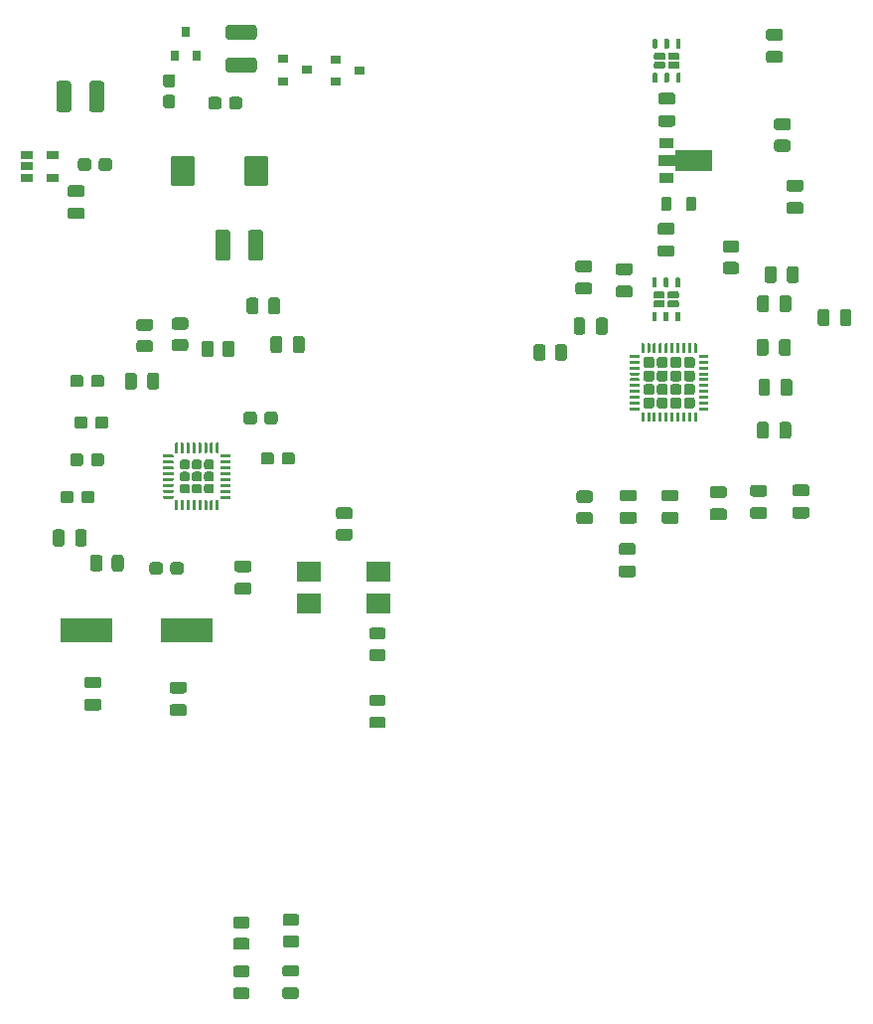
<source format=gbr>
%TF.GenerationSoftware,KiCad,Pcbnew,5.1.5+dfsg1-2build2*%
%TF.CreationDate,2021-02-28T15:53:15+02:00*%
%TF.ProjectId,msisdr,6d736973-6472-42e6-9b69-6361645f7063,Version 1.0*%
%TF.SameCoordinates,Original*%
%TF.FileFunction,Paste,Top*%
%TF.FilePolarity,Positive*%
%FSLAX46Y46*%
G04 Gerber Fmt 4.6, Leading zero omitted, Abs format (unit mm)*
G04 Created by KiCad (PCBNEW 5.1.5+dfsg1-2build2) date 2021-02-28 15:53:15*
%MOMM*%
%LPD*%
G04 APERTURE LIST*
%ADD10C,0.100000*%
%ADD11R,1.060000X0.650000*%
%ADD12R,0.800000X0.900000*%
%ADD13R,4.500000X2.000000*%
%ADD14R,2.100000X1.700000*%
%ADD15R,0.900000X0.800000*%
%ADD16R,1.300000X0.900000*%
G04 APERTURE END LIST*
D10*
%TO.C,C20*%
G36*
X143044304Y-71129204D02*
G01*
X143068573Y-71132804D01*
X143092371Y-71138765D01*
X143115471Y-71147030D01*
X143137649Y-71157520D01*
X143158693Y-71170133D01*
X143178398Y-71184747D01*
X143196577Y-71201223D01*
X143213053Y-71219402D01*
X143227667Y-71239107D01*
X143240280Y-71260151D01*
X143250770Y-71282329D01*
X143259035Y-71305429D01*
X143264996Y-71329227D01*
X143268596Y-71353496D01*
X143269800Y-71378000D01*
X143269800Y-71878000D01*
X143268596Y-71902504D01*
X143264996Y-71926773D01*
X143259035Y-71950571D01*
X143250770Y-71973671D01*
X143240280Y-71995849D01*
X143227667Y-72016893D01*
X143213053Y-72036598D01*
X143196577Y-72054777D01*
X143178398Y-72071253D01*
X143158693Y-72085867D01*
X143137649Y-72098480D01*
X143115471Y-72108970D01*
X143092371Y-72117235D01*
X143068573Y-72123196D01*
X143044304Y-72126796D01*
X143019800Y-72128000D01*
X142069800Y-72128000D01*
X142045296Y-72126796D01*
X142021027Y-72123196D01*
X141997229Y-72117235D01*
X141974129Y-72108970D01*
X141951951Y-72098480D01*
X141930907Y-72085867D01*
X141911202Y-72071253D01*
X141893023Y-72054777D01*
X141876547Y-72036598D01*
X141861933Y-72016893D01*
X141849320Y-71995849D01*
X141838830Y-71973671D01*
X141830565Y-71950571D01*
X141824604Y-71926773D01*
X141821004Y-71902504D01*
X141819800Y-71878000D01*
X141819800Y-71378000D01*
X141821004Y-71353496D01*
X141824604Y-71329227D01*
X141830565Y-71305429D01*
X141838830Y-71282329D01*
X141849320Y-71260151D01*
X141861933Y-71239107D01*
X141876547Y-71219402D01*
X141893023Y-71201223D01*
X141911202Y-71184747D01*
X141930907Y-71170133D01*
X141951951Y-71157520D01*
X141974129Y-71147030D01*
X141997229Y-71138765D01*
X142021027Y-71132804D01*
X142045296Y-71129204D01*
X142069800Y-71128000D01*
X143019800Y-71128000D01*
X143044304Y-71129204D01*
G37*
G36*
X143044304Y-69229204D02*
G01*
X143068573Y-69232804D01*
X143092371Y-69238765D01*
X143115471Y-69247030D01*
X143137649Y-69257520D01*
X143158693Y-69270133D01*
X143178398Y-69284747D01*
X143196577Y-69301223D01*
X143213053Y-69319402D01*
X143227667Y-69339107D01*
X143240280Y-69360151D01*
X143250770Y-69382329D01*
X143259035Y-69405429D01*
X143264996Y-69429227D01*
X143268596Y-69453496D01*
X143269800Y-69478000D01*
X143269800Y-69978000D01*
X143268596Y-70002504D01*
X143264996Y-70026773D01*
X143259035Y-70050571D01*
X143250770Y-70073671D01*
X143240280Y-70095849D01*
X143227667Y-70116893D01*
X143213053Y-70136598D01*
X143196577Y-70154777D01*
X143178398Y-70171253D01*
X143158693Y-70185867D01*
X143137649Y-70198480D01*
X143115471Y-70208970D01*
X143092371Y-70217235D01*
X143068573Y-70223196D01*
X143044304Y-70226796D01*
X143019800Y-70228000D01*
X142069800Y-70228000D01*
X142045296Y-70226796D01*
X142021027Y-70223196D01*
X141997229Y-70217235D01*
X141974129Y-70208970D01*
X141951951Y-70198480D01*
X141930907Y-70185867D01*
X141911202Y-70171253D01*
X141893023Y-70154777D01*
X141876547Y-70136598D01*
X141861933Y-70116893D01*
X141849320Y-70095849D01*
X141838830Y-70073671D01*
X141830565Y-70050571D01*
X141824604Y-70026773D01*
X141821004Y-70002504D01*
X141819800Y-69978000D01*
X141819800Y-69478000D01*
X141821004Y-69453496D01*
X141824604Y-69429227D01*
X141830565Y-69405429D01*
X141838830Y-69382329D01*
X141849320Y-69360151D01*
X141861933Y-69339107D01*
X141876547Y-69319402D01*
X141893023Y-69301223D01*
X141911202Y-69284747D01*
X141930907Y-69270133D01*
X141951951Y-69257520D01*
X141974129Y-69247030D01*
X141997229Y-69238765D01*
X142021027Y-69232804D01*
X142045296Y-69229204D01*
X142069800Y-69228000D01*
X143019800Y-69228000D01*
X143044304Y-69229204D01*
G37*
%TD*%
%TO.C,U5*%
G36*
X142294503Y-66572922D02*
G01*
X142309064Y-66575082D01*
X142323343Y-66578659D01*
X142337203Y-66583618D01*
X142350510Y-66589912D01*
X142363136Y-66597480D01*
X142374959Y-66606248D01*
X142385866Y-66616134D01*
X142395752Y-66627041D01*
X142404520Y-66638864D01*
X142412088Y-66651490D01*
X142418382Y-66664797D01*
X142423341Y-66678657D01*
X142426918Y-66692936D01*
X142429078Y-66707497D01*
X142429800Y-66722200D01*
X142429800Y-67022200D01*
X142429078Y-67036903D01*
X142426918Y-67051464D01*
X142423341Y-67065743D01*
X142418382Y-67079603D01*
X142412088Y-67092910D01*
X142404520Y-67105536D01*
X142395752Y-67117359D01*
X142385866Y-67128266D01*
X142374959Y-67138152D01*
X142363136Y-67146920D01*
X142350510Y-67154488D01*
X142337203Y-67160782D01*
X142323343Y-67165741D01*
X142309064Y-67169318D01*
X142294503Y-67171478D01*
X142279800Y-67172200D01*
X141609800Y-67172200D01*
X141595097Y-67171478D01*
X141580536Y-67169318D01*
X141566257Y-67165741D01*
X141552397Y-67160782D01*
X141539090Y-67154488D01*
X141526464Y-67146920D01*
X141514641Y-67138152D01*
X141503734Y-67128266D01*
X141493848Y-67117359D01*
X141485080Y-67105536D01*
X141477512Y-67092910D01*
X141471218Y-67079603D01*
X141466259Y-67065743D01*
X141462682Y-67051464D01*
X141460522Y-67036903D01*
X141459800Y-67022200D01*
X141459800Y-66722200D01*
X141460522Y-66707497D01*
X141462682Y-66692936D01*
X141466259Y-66678657D01*
X141471218Y-66664797D01*
X141477512Y-66651490D01*
X141485080Y-66638864D01*
X141493848Y-66627041D01*
X141503734Y-66616134D01*
X141514641Y-66606248D01*
X141526464Y-66597480D01*
X141539090Y-66589912D01*
X141552397Y-66583618D01*
X141566257Y-66578659D01*
X141580536Y-66575082D01*
X141595097Y-66572922D01*
X141609800Y-66572200D01*
X142279800Y-66572200D01*
X142294503Y-66572922D01*
G37*
G36*
X143494503Y-66572922D02*
G01*
X143509064Y-66575082D01*
X143523343Y-66578659D01*
X143537203Y-66583618D01*
X143550510Y-66589912D01*
X143563136Y-66597480D01*
X143574959Y-66606248D01*
X143585866Y-66616134D01*
X143595752Y-66627041D01*
X143604520Y-66638864D01*
X143612088Y-66651490D01*
X143618382Y-66664797D01*
X143623341Y-66678657D01*
X143626918Y-66692936D01*
X143629078Y-66707497D01*
X143629800Y-66722200D01*
X143629800Y-67022200D01*
X143629078Y-67036903D01*
X143626918Y-67051464D01*
X143623341Y-67065743D01*
X143618382Y-67079603D01*
X143612088Y-67092910D01*
X143604520Y-67105536D01*
X143595752Y-67117359D01*
X143585866Y-67128266D01*
X143574959Y-67138152D01*
X143563136Y-67146920D01*
X143550510Y-67154488D01*
X143537203Y-67160782D01*
X143523343Y-67165741D01*
X143509064Y-67169318D01*
X143494503Y-67171478D01*
X143479800Y-67172200D01*
X142809800Y-67172200D01*
X142795097Y-67171478D01*
X142780536Y-67169318D01*
X142766257Y-67165741D01*
X142752397Y-67160782D01*
X142739090Y-67154488D01*
X142726464Y-67146920D01*
X142714641Y-67138152D01*
X142703734Y-67128266D01*
X142693848Y-67117359D01*
X142685080Y-67105536D01*
X142677512Y-67092910D01*
X142671218Y-67079603D01*
X142666259Y-67065743D01*
X142662682Y-67051464D01*
X142660522Y-67036903D01*
X142659800Y-67022200D01*
X142659800Y-66722200D01*
X142660522Y-66707497D01*
X142662682Y-66692936D01*
X142666259Y-66678657D01*
X142671218Y-66664797D01*
X142677512Y-66651490D01*
X142685080Y-66638864D01*
X142693848Y-66627041D01*
X142703734Y-66616134D01*
X142714641Y-66606248D01*
X142726464Y-66597480D01*
X142739090Y-66589912D01*
X142752397Y-66583618D01*
X142766257Y-66578659D01*
X142780536Y-66575082D01*
X142795097Y-66572922D01*
X142809800Y-66572200D01*
X143479800Y-66572200D01*
X143494503Y-66572922D01*
G37*
G36*
X142294503Y-65822922D02*
G01*
X142309064Y-65825082D01*
X142323343Y-65828659D01*
X142337203Y-65833618D01*
X142350510Y-65839912D01*
X142363136Y-65847480D01*
X142374959Y-65856248D01*
X142385866Y-65866134D01*
X142395752Y-65877041D01*
X142404520Y-65888864D01*
X142412088Y-65901490D01*
X142418382Y-65914797D01*
X142423341Y-65928657D01*
X142426918Y-65942936D01*
X142429078Y-65957497D01*
X142429800Y-65972200D01*
X142429800Y-66272200D01*
X142429078Y-66286903D01*
X142426918Y-66301464D01*
X142423341Y-66315743D01*
X142418382Y-66329603D01*
X142412088Y-66342910D01*
X142404520Y-66355536D01*
X142395752Y-66367359D01*
X142385866Y-66378266D01*
X142374959Y-66388152D01*
X142363136Y-66396920D01*
X142350510Y-66404488D01*
X142337203Y-66410782D01*
X142323343Y-66415741D01*
X142309064Y-66419318D01*
X142294503Y-66421478D01*
X142279800Y-66422200D01*
X141609800Y-66422200D01*
X141595097Y-66421478D01*
X141580536Y-66419318D01*
X141566257Y-66415741D01*
X141552397Y-66410782D01*
X141539090Y-66404488D01*
X141526464Y-66396920D01*
X141514641Y-66388152D01*
X141503734Y-66378266D01*
X141493848Y-66367359D01*
X141485080Y-66355536D01*
X141477512Y-66342910D01*
X141471218Y-66329603D01*
X141466259Y-66315743D01*
X141462682Y-66301464D01*
X141460522Y-66286903D01*
X141459800Y-66272200D01*
X141459800Y-65972200D01*
X141460522Y-65957497D01*
X141462682Y-65942936D01*
X141466259Y-65928657D01*
X141471218Y-65914797D01*
X141477512Y-65901490D01*
X141485080Y-65888864D01*
X141493848Y-65877041D01*
X141503734Y-65866134D01*
X141514641Y-65856248D01*
X141526464Y-65847480D01*
X141539090Y-65839912D01*
X141552397Y-65833618D01*
X141566257Y-65828659D01*
X141580536Y-65825082D01*
X141595097Y-65822922D01*
X141609800Y-65822200D01*
X142279800Y-65822200D01*
X142294503Y-65822922D01*
G37*
G36*
X143494503Y-65822922D02*
G01*
X143509064Y-65825082D01*
X143523343Y-65828659D01*
X143537203Y-65833618D01*
X143550510Y-65839912D01*
X143563136Y-65847480D01*
X143574959Y-65856248D01*
X143585866Y-65866134D01*
X143595752Y-65877041D01*
X143604520Y-65888864D01*
X143612088Y-65901490D01*
X143618382Y-65914797D01*
X143623341Y-65928657D01*
X143626918Y-65942936D01*
X143629078Y-65957497D01*
X143629800Y-65972200D01*
X143629800Y-66272200D01*
X143629078Y-66286903D01*
X143626918Y-66301464D01*
X143623341Y-66315743D01*
X143618382Y-66329603D01*
X143612088Y-66342910D01*
X143604520Y-66355536D01*
X143595752Y-66367359D01*
X143585866Y-66378266D01*
X143574959Y-66388152D01*
X143563136Y-66396920D01*
X143550510Y-66404488D01*
X143537203Y-66410782D01*
X143523343Y-66415741D01*
X143509064Y-66419318D01*
X143494503Y-66421478D01*
X143479800Y-66422200D01*
X142809800Y-66422200D01*
X142795097Y-66421478D01*
X142780536Y-66419318D01*
X142766257Y-66415741D01*
X142752397Y-66410782D01*
X142739090Y-66404488D01*
X142726464Y-66396920D01*
X142714641Y-66388152D01*
X142703734Y-66378266D01*
X142693848Y-66367359D01*
X142685080Y-66355536D01*
X142677512Y-66342910D01*
X142671218Y-66329603D01*
X142666259Y-66315743D01*
X142662682Y-66301464D01*
X142660522Y-66286903D01*
X142659800Y-66272200D01*
X142659800Y-65972200D01*
X142660522Y-65957497D01*
X142662682Y-65942936D01*
X142666259Y-65928657D01*
X142671218Y-65914797D01*
X142677512Y-65901490D01*
X142685080Y-65888864D01*
X142693848Y-65877041D01*
X142703734Y-65866134D01*
X142714641Y-65856248D01*
X142726464Y-65847480D01*
X142739090Y-65839912D01*
X142752397Y-65833618D01*
X142766257Y-65828659D01*
X142780536Y-65825082D01*
X142795097Y-65822922D01*
X142809800Y-65822200D01*
X143479800Y-65822200D01*
X143494503Y-65822922D01*
G37*
G36*
X143654602Y-67547682D02*
G01*
X143664309Y-67549121D01*
X143673828Y-67551506D01*
X143683068Y-67554812D01*
X143691940Y-67559008D01*
X143700357Y-67564053D01*
X143708239Y-67569899D01*
X143715511Y-67576489D01*
X143722101Y-67583761D01*
X143727947Y-67591643D01*
X143732992Y-67600060D01*
X143737188Y-67608932D01*
X143740494Y-67618172D01*
X143742879Y-67627691D01*
X143744318Y-67637398D01*
X143744800Y-67647200D01*
X143744800Y-68247200D01*
X143744318Y-68257002D01*
X143742879Y-68266709D01*
X143740494Y-68276228D01*
X143737188Y-68285468D01*
X143732992Y-68294340D01*
X143727947Y-68302757D01*
X143722101Y-68310639D01*
X143715511Y-68317911D01*
X143708239Y-68324501D01*
X143700357Y-68330347D01*
X143691940Y-68335392D01*
X143683068Y-68339588D01*
X143673828Y-68342894D01*
X143664309Y-68345279D01*
X143654602Y-68346718D01*
X143644800Y-68347200D01*
X143444800Y-68347200D01*
X143434998Y-68346718D01*
X143425291Y-68345279D01*
X143415772Y-68342894D01*
X143406532Y-68339588D01*
X143397660Y-68335392D01*
X143389243Y-68330347D01*
X143381361Y-68324501D01*
X143374089Y-68317911D01*
X143367499Y-68310639D01*
X143361653Y-68302757D01*
X143356608Y-68294340D01*
X143352412Y-68285468D01*
X143349106Y-68276228D01*
X143346721Y-68266709D01*
X143345282Y-68257002D01*
X143344800Y-68247200D01*
X143344800Y-67647200D01*
X143345282Y-67637398D01*
X143346721Y-67627691D01*
X143349106Y-67618172D01*
X143352412Y-67608932D01*
X143356608Y-67600060D01*
X143361653Y-67591643D01*
X143367499Y-67583761D01*
X143374089Y-67576489D01*
X143381361Y-67569899D01*
X143389243Y-67564053D01*
X143397660Y-67559008D01*
X143406532Y-67554812D01*
X143415772Y-67551506D01*
X143425291Y-67549121D01*
X143434998Y-67547682D01*
X143444800Y-67547200D01*
X143644800Y-67547200D01*
X143654602Y-67547682D01*
G37*
G36*
X142654602Y-67547682D02*
G01*
X142664309Y-67549121D01*
X142673828Y-67551506D01*
X142683068Y-67554812D01*
X142691940Y-67559008D01*
X142700357Y-67564053D01*
X142708239Y-67569899D01*
X142715511Y-67576489D01*
X142722101Y-67583761D01*
X142727947Y-67591643D01*
X142732992Y-67600060D01*
X142737188Y-67608932D01*
X142740494Y-67618172D01*
X142742879Y-67627691D01*
X142744318Y-67637398D01*
X142744800Y-67647200D01*
X142744800Y-68247200D01*
X142744318Y-68257002D01*
X142742879Y-68266709D01*
X142740494Y-68276228D01*
X142737188Y-68285468D01*
X142732992Y-68294340D01*
X142727947Y-68302757D01*
X142722101Y-68310639D01*
X142715511Y-68317911D01*
X142708239Y-68324501D01*
X142700357Y-68330347D01*
X142691940Y-68335392D01*
X142683068Y-68339588D01*
X142673828Y-68342894D01*
X142664309Y-68345279D01*
X142654602Y-68346718D01*
X142644800Y-68347200D01*
X142444800Y-68347200D01*
X142434998Y-68346718D01*
X142425291Y-68345279D01*
X142415772Y-68342894D01*
X142406532Y-68339588D01*
X142397660Y-68335392D01*
X142389243Y-68330347D01*
X142381361Y-68324501D01*
X142374089Y-68317911D01*
X142367499Y-68310639D01*
X142361653Y-68302757D01*
X142356608Y-68294340D01*
X142352412Y-68285468D01*
X142349106Y-68276228D01*
X142346721Y-68266709D01*
X142345282Y-68257002D01*
X142344800Y-68247200D01*
X142344800Y-67647200D01*
X142345282Y-67637398D01*
X142346721Y-67627691D01*
X142349106Y-67618172D01*
X142352412Y-67608932D01*
X142356608Y-67600060D01*
X142361653Y-67591643D01*
X142367499Y-67583761D01*
X142374089Y-67576489D01*
X142381361Y-67569899D01*
X142389243Y-67564053D01*
X142397660Y-67559008D01*
X142406532Y-67554812D01*
X142415772Y-67551506D01*
X142425291Y-67549121D01*
X142434998Y-67547682D01*
X142444800Y-67547200D01*
X142644800Y-67547200D01*
X142654602Y-67547682D01*
G37*
G36*
X141654602Y-67547682D02*
G01*
X141664309Y-67549121D01*
X141673828Y-67551506D01*
X141683068Y-67554812D01*
X141691940Y-67559008D01*
X141700357Y-67564053D01*
X141708239Y-67569899D01*
X141715511Y-67576489D01*
X141722101Y-67583761D01*
X141727947Y-67591643D01*
X141732992Y-67600060D01*
X141737188Y-67608932D01*
X141740494Y-67618172D01*
X141742879Y-67627691D01*
X141744318Y-67637398D01*
X141744800Y-67647200D01*
X141744800Y-68247200D01*
X141744318Y-68257002D01*
X141742879Y-68266709D01*
X141740494Y-68276228D01*
X141737188Y-68285468D01*
X141732992Y-68294340D01*
X141727947Y-68302757D01*
X141722101Y-68310639D01*
X141715511Y-68317911D01*
X141708239Y-68324501D01*
X141700357Y-68330347D01*
X141691940Y-68335392D01*
X141683068Y-68339588D01*
X141673828Y-68342894D01*
X141664309Y-68345279D01*
X141654602Y-68346718D01*
X141644800Y-68347200D01*
X141444800Y-68347200D01*
X141434998Y-68346718D01*
X141425291Y-68345279D01*
X141415772Y-68342894D01*
X141406532Y-68339588D01*
X141397660Y-68335392D01*
X141389243Y-68330347D01*
X141381361Y-68324501D01*
X141374089Y-68317911D01*
X141367499Y-68310639D01*
X141361653Y-68302757D01*
X141356608Y-68294340D01*
X141352412Y-68285468D01*
X141349106Y-68276228D01*
X141346721Y-68266709D01*
X141345282Y-68257002D01*
X141344800Y-68247200D01*
X141344800Y-67647200D01*
X141345282Y-67637398D01*
X141346721Y-67627691D01*
X141349106Y-67618172D01*
X141352412Y-67608932D01*
X141356608Y-67600060D01*
X141361653Y-67591643D01*
X141367499Y-67583761D01*
X141374089Y-67576489D01*
X141381361Y-67569899D01*
X141389243Y-67564053D01*
X141397660Y-67559008D01*
X141406532Y-67554812D01*
X141415772Y-67551506D01*
X141425291Y-67549121D01*
X141434998Y-67547682D01*
X141444800Y-67547200D01*
X141644800Y-67547200D01*
X141654602Y-67547682D01*
G37*
G36*
X141654602Y-64647682D02*
G01*
X141664309Y-64649121D01*
X141673828Y-64651506D01*
X141683068Y-64654812D01*
X141691940Y-64659008D01*
X141700357Y-64664053D01*
X141708239Y-64669899D01*
X141715511Y-64676489D01*
X141722101Y-64683761D01*
X141727947Y-64691643D01*
X141732992Y-64700060D01*
X141737188Y-64708932D01*
X141740494Y-64718172D01*
X141742879Y-64727691D01*
X141744318Y-64737398D01*
X141744800Y-64747200D01*
X141744800Y-65347200D01*
X141744318Y-65357002D01*
X141742879Y-65366709D01*
X141740494Y-65376228D01*
X141737188Y-65385468D01*
X141732992Y-65394340D01*
X141727947Y-65402757D01*
X141722101Y-65410639D01*
X141715511Y-65417911D01*
X141708239Y-65424501D01*
X141700357Y-65430347D01*
X141691940Y-65435392D01*
X141683068Y-65439588D01*
X141673828Y-65442894D01*
X141664309Y-65445279D01*
X141654602Y-65446718D01*
X141644800Y-65447200D01*
X141444800Y-65447200D01*
X141434998Y-65446718D01*
X141425291Y-65445279D01*
X141415772Y-65442894D01*
X141406532Y-65439588D01*
X141397660Y-65435392D01*
X141389243Y-65430347D01*
X141381361Y-65424501D01*
X141374089Y-65417911D01*
X141367499Y-65410639D01*
X141361653Y-65402757D01*
X141356608Y-65394340D01*
X141352412Y-65385468D01*
X141349106Y-65376228D01*
X141346721Y-65366709D01*
X141345282Y-65357002D01*
X141344800Y-65347200D01*
X141344800Y-64747200D01*
X141345282Y-64737398D01*
X141346721Y-64727691D01*
X141349106Y-64718172D01*
X141352412Y-64708932D01*
X141356608Y-64700060D01*
X141361653Y-64691643D01*
X141367499Y-64683761D01*
X141374089Y-64676489D01*
X141381361Y-64669899D01*
X141389243Y-64664053D01*
X141397660Y-64659008D01*
X141406532Y-64654812D01*
X141415772Y-64651506D01*
X141425291Y-64649121D01*
X141434998Y-64647682D01*
X141444800Y-64647200D01*
X141644800Y-64647200D01*
X141654602Y-64647682D01*
G37*
G36*
X142654602Y-64647682D02*
G01*
X142664309Y-64649121D01*
X142673828Y-64651506D01*
X142683068Y-64654812D01*
X142691940Y-64659008D01*
X142700357Y-64664053D01*
X142708239Y-64669899D01*
X142715511Y-64676489D01*
X142722101Y-64683761D01*
X142727947Y-64691643D01*
X142732992Y-64700060D01*
X142737188Y-64708932D01*
X142740494Y-64718172D01*
X142742879Y-64727691D01*
X142744318Y-64737398D01*
X142744800Y-64747200D01*
X142744800Y-65347200D01*
X142744318Y-65357002D01*
X142742879Y-65366709D01*
X142740494Y-65376228D01*
X142737188Y-65385468D01*
X142732992Y-65394340D01*
X142727947Y-65402757D01*
X142722101Y-65410639D01*
X142715511Y-65417911D01*
X142708239Y-65424501D01*
X142700357Y-65430347D01*
X142691940Y-65435392D01*
X142683068Y-65439588D01*
X142673828Y-65442894D01*
X142664309Y-65445279D01*
X142654602Y-65446718D01*
X142644800Y-65447200D01*
X142444800Y-65447200D01*
X142434998Y-65446718D01*
X142425291Y-65445279D01*
X142415772Y-65442894D01*
X142406532Y-65439588D01*
X142397660Y-65435392D01*
X142389243Y-65430347D01*
X142381361Y-65424501D01*
X142374089Y-65417911D01*
X142367499Y-65410639D01*
X142361653Y-65402757D01*
X142356608Y-65394340D01*
X142352412Y-65385468D01*
X142349106Y-65376228D01*
X142346721Y-65366709D01*
X142345282Y-65357002D01*
X142344800Y-65347200D01*
X142344800Y-64747200D01*
X142345282Y-64737398D01*
X142346721Y-64727691D01*
X142349106Y-64718172D01*
X142352412Y-64708932D01*
X142356608Y-64700060D01*
X142361653Y-64691643D01*
X142367499Y-64683761D01*
X142374089Y-64676489D01*
X142381361Y-64669899D01*
X142389243Y-64664053D01*
X142397660Y-64659008D01*
X142406532Y-64654812D01*
X142415772Y-64651506D01*
X142425291Y-64649121D01*
X142434998Y-64647682D01*
X142444800Y-64647200D01*
X142644800Y-64647200D01*
X142654602Y-64647682D01*
G37*
G36*
X143654602Y-64647682D02*
G01*
X143664309Y-64649121D01*
X143673828Y-64651506D01*
X143683068Y-64654812D01*
X143691940Y-64659008D01*
X143700357Y-64664053D01*
X143708239Y-64669899D01*
X143715511Y-64676489D01*
X143722101Y-64683761D01*
X143727947Y-64691643D01*
X143732992Y-64700060D01*
X143737188Y-64708932D01*
X143740494Y-64718172D01*
X143742879Y-64727691D01*
X143744318Y-64737398D01*
X143744800Y-64747200D01*
X143744800Y-65347200D01*
X143744318Y-65357002D01*
X143742879Y-65366709D01*
X143740494Y-65376228D01*
X143737188Y-65385468D01*
X143732992Y-65394340D01*
X143727947Y-65402757D01*
X143722101Y-65410639D01*
X143715511Y-65417911D01*
X143708239Y-65424501D01*
X143700357Y-65430347D01*
X143691940Y-65435392D01*
X143683068Y-65439588D01*
X143673828Y-65442894D01*
X143664309Y-65445279D01*
X143654602Y-65446718D01*
X143644800Y-65447200D01*
X143444800Y-65447200D01*
X143434998Y-65446718D01*
X143425291Y-65445279D01*
X143415772Y-65442894D01*
X143406532Y-65439588D01*
X143397660Y-65435392D01*
X143389243Y-65430347D01*
X143381361Y-65424501D01*
X143374089Y-65417911D01*
X143367499Y-65410639D01*
X143361653Y-65402757D01*
X143356608Y-65394340D01*
X143352412Y-65385468D01*
X143349106Y-65376228D01*
X143346721Y-65366709D01*
X143345282Y-65357002D01*
X143344800Y-65347200D01*
X143344800Y-64747200D01*
X143345282Y-64737398D01*
X143346721Y-64727691D01*
X143349106Y-64718172D01*
X143352412Y-64708932D01*
X143356608Y-64700060D01*
X143361653Y-64691643D01*
X143367499Y-64683761D01*
X143374089Y-64676489D01*
X143381361Y-64669899D01*
X143389243Y-64664053D01*
X143397660Y-64659008D01*
X143406532Y-64654812D01*
X143415772Y-64651506D01*
X143425291Y-64649121D01*
X143434998Y-64647682D01*
X143444800Y-64647200D01*
X143644800Y-64647200D01*
X143654602Y-64647682D01*
G37*
%TD*%
%TO.C,L4*%
G36*
X91542304Y-68221404D02*
G01*
X91566573Y-68225004D01*
X91590371Y-68230965D01*
X91613471Y-68239230D01*
X91635649Y-68249720D01*
X91656693Y-68262333D01*
X91676398Y-68276947D01*
X91694577Y-68293423D01*
X91711053Y-68311602D01*
X91725667Y-68331307D01*
X91738280Y-68352351D01*
X91748770Y-68374529D01*
X91757035Y-68397629D01*
X91762996Y-68421427D01*
X91766596Y-68445696D01*
X91767800Y-68470200D01*
X91767800Y-70620200D01*
X91766596Y-70644704D01*
X91762996Y-70668973D01*
X91757035Y-70692771D01*
X91748770Y-70715871D01*
X91738280Y-70738049D01*
X91725667Y-70759093D01*
X91711053Y-70778798D01*
X91694577Y-70796977D01*
X91676398Y-70813453D01*
X91656693Y-70828067D01*
X91635649Y-70840680D01*
X91613471Y-70851170D01*
X91590371Y-70859435D01*
X91566573Y-70865396D01*
X91542304Y-70868996D01*
X91517800Y-70870200D01*
X90767800Y-70870200D01*
X90743296Y-70868996D01*
X90719027Y-70865396D01*
X90695229Y-70859435D01*
X90672129Y-70851170D01*
X90649951Y-70840680D01*
X90628907Y-70828067D01*
X90609202Y-70813453D01*
X90591023Y-70796977D01*
X90574547Y-70778798D01*
X90559933Y-70759093D01*
X90547320Y-70738049D01*
X90536830Y-70715871D01*
X90528565Y-70692771D01*
X90522604Y-70668973D01*
X90519004Y-70644704D01*
X90517800Y-70620200D01*
X90517800Y-68470200D01*
X90519004Y-68445696D01*
X90522604Y-68421427D01*
X90528565Y-68397629D01*
X90536830Y-68374529D01*
X90547320Y-68352351D01*
X90559933Y-68331307D01*
X90574547Y-68311602D01*
X90591023Y-68293423D01*
X90609202Y-68276947D01*
X90628907Y-68262333D01*
X90649951Y-68249720D01*
X90672129Y-68239230D01*
X90695229Y-68230965D01*
X90719027Y-68225004D01*
X90743296Y-68221404D01*
X90767800Y-68220200D01*
X91517800Y-68220200D01*
X91542304Y-68221404D01*
G37*
G36*
X94342304Y-68221404D02*
G01*
X94366573Y-68225004D01*
X94390371Y-68230965D01*
X94413471Y-68239230D01*
X94435649Y-68249720D01*
X94456693Y-68262333D01*
X94476398Y-68276947D01*
X94494577Y-68293423D01*
X94511053Y-68311602D01*
X94525667Y-68331307D01*
X94538280Y-68352351D01*
X94548770Y-68374529D01*
X94557035Y-68397629D01*
X94562996Y-68421427D01*
X94566596Y-68445696D01*
X94567800Y-68470200D01*
X94567800Y-70620200D01*
X94566596Y-70644704D01*
X94562996Y-70668973D01*
X94557035Y-70692771D01*
X94548770Y-70715871D01*
X94538280Y-70738049D01*
X94525667Y-70759093D01*
X94511053Y-70778798D01*
X94494577Y-70796977D01*
X94476398Y-70813453D01*
X94456693Y-70828067D01*
X94435649Y-70840680D01*
X94413471Y-70851170D01*
X94390371Y-70859435D01*
X94366573Y-70865396D01*
X94342304Y-70868996D01*
X94317800Y-70870200D01*
X93567800Y-70870200D01*
X93543296Y-70868996D01*
X93519027Y-70865396D01*
X93495229Y-70859435D01*
X93472129Y-70851170D01*
X93449951Y-70840680D01*
X93428907Y-70828067D01*
X93409202Y-70813453D01*
X93391023Y-70796977D01*
X93374547Y-70778798D01*
X93359933Y-70759093D01*
X93347320Y-70738049D01*
X93336830Y-70715871D01*
X93328565Y-70692771D01*
X93322604Y-70668973D01*
X93319004Y-70644704D01*
X93317800Y-70620200D01*
X93317800Y-68470200D01*
X93319004Y-68445696D01*
X93322604Y-68421427D01*
X93328565Y-68397629D01*
X93336830Y-68374529D01*
X93347320Y-68352351D01*
X93359933Y-68331307D01*
X93374547Y-68311602D01*
X93391023Y-68293423D01*
X93409202Y-68276947D01*
X93428907Y-68262333D01*
X93449951Y-68249720D01*
X93472129Y-68239230D01*
X93495229Y-68230965D01*
X93519027Y-68225004D01*
X93543296Y-68221404D01*
X93567800Y-68220200D01*
X94317800Y-68220200D01*
X94342304Y-68221404D01*
G37*
%TD*%
%TO.C,L3*%
G36*
X107373104Y-63442604D02*
G01*
X107397373Y-63446204D01*
X107421171Y-63452165D01*
X107444271Y-63460430D01*
X107466449Y-63470920D01*
X107487493Y-63483533D01*
X107507198Y-63498147D01*
X107525377Y-63514623D01*
X107541853Y-63532802D01*
X107556467Y-63552507D01*
X107569080Y-63573551D01*
X107579570Y-63595729D01*
X107587835Y-63618829D01*
X107593796Y-63642627D01*
X107597396Y-63666896D01*
X107598600Y-63691400D01*
X107598600Y-64441400D01*
X107597396Y-64465904D01*
X107593796Y-64490173D01*
X107587835Y-64513971D01*
X107579570Y-64537071D01*
X107569080Y-64559249D01*
X107556467Y-64580293D01*
X107541853Y-64599998D01*
X107525377Y-64618177D01*
X107507198Y-64634653D01*
X107487493Y-64649267D01*
X107466449Y-64661880D01*
X107444271Y-64672370D01*
X107421171Y-64680635D01*
X107397373Y-64686596D01*
X107373104Y-64690196D01*
X107348600Y-64691400D01*
X105198600Y-64691400D01*
X105174096Y-64690196D01*
X105149827Y-64686596D01*
X105126029Y-64680635D01*
X105102929Y-64672370D01*
X105080751Y-64661880D01*
X105059707Y-64649267D01*
X105040002Y-64634653D01*
X105021823Y-64618177D01*
X105005347Y-64599998D01*
X104990733Y-64580293D01*
X104978120Y-64559249D01*
X104967630Y-64537071D01*
X104959365Y-64513971D01*
X104953404Y-64490173D01*
X104949804Y-64465904D01*
X104948600Y-64441400D01*
X104948600Y-63691400D01*
X104949804Y-63666896D01*
X104953404Y-63642627D01*
X104959365Y-63618829D01*
X104967630Y-63595729D01*
X104978120Y-63573551D01*
X104990733Y-63552507D01*
X105005347Y-63532802D01*
X105021823Y-63514623D01*
X105040002Y-63498147D01*
X105059707Y-63483533D01*
X105080751Y-63470920D01*
X105102929Y-63460430D01*
X105126029Y-63452165D01*
X105149827Y-63446204D01*
X105174096Y-63442604D01*
X105198600Y-63441400D01*
X107348600Y-63441400D01*
X107373104Y-63442604D01*
G37*
G36*
X107373104Y-66242604D02*
G01*
X107397373Y-66246204D01*
X107421171Y-66252165D01*
X107444271Y-66260430D01*
X107466449Y-66270920D01*
X107487493Y-66283533D01*
X107507198Y-66298147D01*
X107525377Y-66314623D01*
X107541853Y-66332802D01*
X107556467Y-66352507D01*
X107569080Y-66373551D01*
X107579570Y-66395729D01*
X107587835Y-66418829D01*
X107593796Y-66442627D01*
X107597396Y-66466896D01*
X107598600Y-66491400D01*
X107598600Y-67241400D01*
X107597396Y-67265904D01*
X107593796Y-67290173D01*
X107587835Y-67313971D01*
X107579570Y-67337071D01*
X107569080Y-67359249D01*
X107556467Y-67380293D01*
X107541853Y-67399998D01*
X107525377Y-67418177D01*
X107507198Y-67434653D01*
X107487493Y-67449267D01*
X107466449Y-67461880D01*
X107444271Y-67472370D01*
X107421171Y-67480635D01*
X107397373Y-67486596D01*
X107373104Y-67490196D01*
X107348600Y-67491400D01*
X105198600Y-67491400D01*
X105174096Y-67490196D01*
X105149827Y-67486596D01*
X105126029Y-67480635D01*
X105102929Y-67472370D01*
X105080751Y-67461880D01*
X105059707Y-67449267D01*
X105040002Y-67434653D01*
X105021823Y-67418177D01*
X105005347Y-67399998D01*
X104990733Y-67380293D01*
X104978120Y-67359249D01*
X104967630Y-67337071D01*
X104959365Y-67313971D01*
X104953404Y-67290173D01*
X104949804Y-67265904D01*
X104948600Y-67241400D01*
X104948600Y-66491400D01*
X104949804Y-66466896D01*
X104953404Y-66442627D01*
X104959365Y-66418829D01*
X104967630Y-66395729D01*
X104978120Y-66373551D01*
X104990733Y-66352507D01*
X105005347Y-66332802D01*
X105021823Y-66314623D01*
X105040002Y-66298147D01*
X105059707Y-66283533D01*
X105080751Y-66270920D01*
X105102929Y-66260430D01*
X105126029Y-66252165D01*
X105149827Y-66246204D01*
X105174096Y-66242604D01*
X105198600Y-66241400D01*
X107348600Y-66241400D01*
X107373104Y-66242604D01*
G37*
%TD*%
%TO.C,L2*%
G36*
X105099604Y-80896004D02*
G01*
X105123873Y-80899604D01*
X105147671Y-80905565D01*
X105170771Y-80913830D01*
X105192949Y-80924320D01*
X105213993Y-80936933D01*
X105233698Y-80951547D01*
X105251877Y-80968023D01*
X105268353Y-80986202D01*
X105282967Y-81005907D01*
X105295580Y-81026951D01*
X105306070Y-81049129D01*
X105314335Y-81072229D01*
X105320296Y-81096027D01*
X105323896Y-81120296D01*
X105325100Y-81144800D01*
X105325100Y-83294800D01*
X105323896Y-83319304D01*
X105320296Y-83343573D01*
X105314335Y-83367371D01*
X105306070Y-83390471D01*
X105295580Y-83412649D01*
X105282967Y-83433693D01*
X105268353Y-83453398D01*
X105251877Y-83471577D01*
X105233698Y-83488053D01*
X105213993Y-83502667D01*
X105192949Y-83515280D01*
X105170771Y-83525770D01*
X105147671Y-83534035D01*
X105123873Y-83539996D01*
X105099604Y-83543596D01*
X105075100Y-83544800D01*
X104325100Y-83544800D01*
X104300596Y-83543596D01*
X104276327Y-83539996D01*
X104252529Y-83534035D01*
X104229429Y-83525770D01*
X104207251Y-83515280D01*
X104186207Y-83502667D01*
X104166502Y-83488053D01*
X104148323Y-83471577D01*
X104131847Y-83453398D01*
X104117233Y-83433693D01*
X104104620Y-83412649D01*
X104094130Y-83390471D01*
X104085865Y-83367371D01*
X104079904Y-83343573D01*
X104076304Y-83319304D01*
X104075100Y-83294800D01*
X104075100Y-81144800D01*
X104076304Y-81120296D01*
X104079904Y-81096027D01*
X104085865Y-81072229D01*
X104094130Y-81049129D01*
X104104620Y-81026951D01*
X104117233Y-81005907D01*
X104131847Y-80986202D01*
X104148323Y-80968023D01*
X104166502Y-80951547D01*
X104186207Y-80936933D01*
X104207251Y-80924320D01*
X104229429Y-80913830D01*
X104252529Y-80905565D01*
X104276327Y-80899604D01*
X104300596Y-80896004D01*
X104325100Y-80894800D01*
X105075100Y-80894800D01*
X105099604Y-80896004D01*
G37*
G36*
X107899604Y-80896004D02*
G01*
X107923873Y-80899604D01*
X107947671Y-80905565D01*
X107970771Y-80913830D01*
X107992949Y-80924320D01*
X108013993Y-80936933D01*
X108033698Y-80951547D01*
X108051877Y-80968023D01*
X108068353Y-80986202D01*
X108082967Y-81005907D01*
X108095580Y-81026951D01*
X108106070Y-81049129D01*
X108114335Y-81072229D01*
X108120296Y-81096027D01*
X108123896Y-81120296D01*
X108125100Y-81144800D01*
X108125100Y-83294800D01*
X108123896Y-83319304D01*
X108120296Y-83343573D01*
X108114335Y-83367371D01*
X108106070Y-83390471D01*
X108095580Y-83412649D01*
X108082967Y-83433693D01*
X108068353Y-83453398D01*
X108051877Y-83471577D01*
X108033698Y-83488053D01*
X108013993Y-83502667D01*
X107992949Y-83515280D01*
X107970771Y-83525770D01*
X107947671Y-83534035D01*
X107923873Y-83539996D01*
X107899604Y-83543596D01*
X107875100Y-83544800D01*
X107125100Y-83544800D01*
X107100596Y-83543596D01*
X107076327Y-83539996D01*
X107052529Y-83534035D01*
X107029429Y-83525770D01*
X107007251Y-83515280D01*
X106986207Y-83502667D01*
X106966502Y-83488053D01*
X106948323Y-83471577D01*
X106931847Y-83453398D01*
X106917233Y-83433693D01*
X106904620Y-83412649D01*
X106894130Y-83390471D01*
X106885865Y-83367371D01*
X106879904Y-83343573D01*
X106876304Y-83319304D01*
X106875100Y-83294800D01*
X106875100Y-81144800D01*
X106876304Y-81120296D01*
X106879904Y-81096027D01*
X106885865Y-81072229D01*
X106894130Y-81049129D01*
X106904620Y-81026951D01*
X106917233Y-81005907D01*
X106931847Y-80986202D01*
X106948323Y-80968023D01*
X106966502Y-80951547D01*
X106986207Y-80936933D01*
X107007251Y-80924320D01*
X107029429Y-80913830D01*
X107052529Y-80905565D01*
X107076327Y-80899604D01*
X107100596Y-80896004D01*
X107125100Y-80894800D01*
X107875100Y-80894800D01*
X107899604Y-80896004D01*
G37*
%TD*%
%TO.C,U4*%
G36*
X145066626Y-90566801D02*
G01*
X145072693Y-90567701D01*
X145078643Y-90569191D01*
X145084418Y-90571258D01*
X145089962Y-90573880D01*
X145095223Y-90577033D01*
X145100150Y-90580687D01*
X145104694Y-90584806D01*
X145108813Y-90589350D01*
X145112467Y-90594277D01*
X145115620Y-90599538D01*
X145118242Y-90605082D01*
X145120309Y-90610857D01*
X145121799Y-90616807D01*
X145122699Y-90622874D01*
X145123000Y-90629000D01*
X145123000Y-91329000D01*
X145122699Y-91335126D01*
X145121799Y-91341193D01*
X145120309Y-91347143D01*
X145118242Y-91352918D01*
X145115620Y-91358462D01*
X145112467Y-91363723D01*
X145108813Y-91368650D01*
X145104694Y-91373194D01*
X145100150Y-91377313D01*
X145095223Y-91380967D01*
X145089962Y-91384120D01*
X145084418Y-91386742D01*
X145078643Y-91388809D01*
X145072693Y-91390299D01*
X145066626Y-91391199D01*
X145060500Y-91391500D01*
X144935500Y-91391500D01*
X144929374Y-91391199D01*
X144923307Y-91390299D01*
X144917357Y-91388809D01*
X144911582Y-91386742D01*
X144906038Y-91384120D01*
X144900777Y-91380967D01*
X144895850Y-91377313D01*
X144891306Y-91373194D01*
X144887187Y-91368650D01*
X144883533Y-91363723D01*
X144880380Y-91358462D01*
X144877758Y-91352918D01*
X144875691Y-91347143D01*
X144874201Y-91341193D01*
X144873301Y-91335126D01*
X144873000Y-91329000D01*
X144873000Y-90629000D01*
X144873301Y-90622874D01*
X144874201Y-90616807D01*
X144875691Y-90610857D01*
X144877758Y-90605082D01*
X144880380Y-90599538D01*
X144883533Y-90594277D01*
X144887187Y-90589350D01*
X144891306Y-90584806D01*
X144895850Y-90580687D01*
X144900777Y-90577033D01*
X144906038Y-90573880D01*
X144911582Y-90571258D01*
X144917357Y-90569191D01*
X144923307Y-90567701D01*
X144929374Y-90566801D01*
X144935500Y-90566500D01*
X145060500Y-90566500D01*
X145066626Y-90566801D01*
G37*
G36*
X144566626Y-90566801D02*
G01*
X144572693Y-90567701D01*
X144578643Y-90569191D01*
X144584418Y-90571258D01*
X144589962Y-90573880D01*
X144595223Y-90577033D01*
X144600150Y-90580687D01*
X144604694Y-90584806D01*
X144608813Y-90589350D01*
X144612467Y-90594277D01*
X144615620Y-90599538D01*
X144618242Y-90605082D01*
X144620309Y-90610857D01*
X144621799Y-90616807D01*
X144622699Y-90622874D01*
X144623000Y-90629000D01*
X144623000Y-91329000D01*
X144622699Y-91335126D01*
X144621799Y-91341193D01*
X144620309Y-91347143D01*
X144618242Y-91352918D01*
X144615620Y-91358462D01*
X144612467Y-91363723D01*
X144608813Y-91368650D01*
X144604694Y-91373194D01*
X144600150Y-91377313D01*
X144595223Y-91380967D01*
X144589962Y-91384120D01*
X144584418Y-91386742D01*
X144578643Y-91388809D01*
X144572693Y-91390299D01*
X144566626Y-91391199D01*
X144560500Y-91391500D01*
X144435500Y-91391500D01*
X144429374Y-91391199D01*
X144423307Y-91390299D01*
X144417357Y-91388809D01*
X144411582Y-91386742D01*
X144406038Y-91384120D01*
X144400777Y-91380967D01*
X144395850Y-91377313D01*
X144391306Y-91373194D01*
X144387187Y-91368650D01*
X144383533Y-91363723D01*
X144380380Y-91358462D01*
X144377758Y-91352918D01*
X144375691Y-91347143D01*
X144374201Y-91341193D01*
X144373301Y-91335126D01*
X144373000Y-91329000D01*
X144373000Y-90629000D01*
X144373301Y-90622874D01*
X144374201Y-90616807D01*
X144375691Y-90610857D01*
X144377758Y-90605082D01*
X144380380Y-90599538D01*
X144383533Y-90594277D01*
X144387187Y-90589350D01*
X144391306Y-90584806D01*
X144395850Y-90580687D01*
X144400777Y-90577033D01*
X144406038Y-90573880D01*
X144411582Y-90571258D01*
X144417357Y-90569191D01*
X144423307Y-90567701D01*
X144429374Y-90566801D01*
X144435500Y-90566500D01*
X144560500Y-90566500D01*
X144566626Y-90566801D01*
G37*
G36*
X144066626Y-90566801D02*
G01*
X144072693Y-90567701D01*
X144078643Y-90569191D01*
X144084418Y-90571258D01*
X144089962Y-90573880D01*
X144095223Y-90577033D01*
X144100150Y-90580687D01*
X144104694Y-90584806D01*
X144108813Y-90589350D01*
X144112467Y-90594277D01*
X144115620Y-90599538D01*
X144118242Y-90605082D01*
X144120309Y-90610857D01*
X144121799Y-90616807D01*
X144122699Y-90622874D01*
X144123000Y-90629000D01*
X144123000Y-91329000D01*
X144122699Y-91335126D01*
X144121799Y-91341193D01*
X144120309Y-91347143D01*
X144118242Y-91352918D01*
X144115620Y-91358462D01*
X144112467Y-91363723D01*
X144108813Y-91368650D01*
X144104694Y-91373194D01*
X144100150Y-91377313D01*
X144095223Y-91380967D01*
X144089962Y-91384120D01*
X144084418Y-91386742D01*
X144078643Y-91388809D01*
X144072693Y-91390299D01*
X144066626Y-91391199D01*
X144060500Y-91391500D01*
X143935500Y-91391500D01*
X143929374Y-91391199D01*
X143923307Y-91390299D01*
X143917357Y-91388809D01*
X143911582Y-91386742D01*
X143906038Y-91384120D01*
X143900777Y-91380967D01*
X143895850Y-91377313D01*
X143891306Y-91373194D01*
X143887187Y-91368650D01*
X143883533Y-91363723D01*
X143880380Y-91358462D01*
X143877758Y-91352918D01*
X143875691Y-91347143D01*
X143874201Y-91341193D01*
X143873301Y-91335126D01*
X143873000Y-91329000D01*
X143873000Y-90629000D01*
X143873301Y-90622874D01*
X143874201Y-90616807D01*
X143875691Y-90610857D01*
X143877758Y-90605082D01*
X143880380Y-90599538D01*
X143883533Y-90594277D01*
X143887187Y-90589350D01*
X143891306Y-90584806D01*
X143895850Y-90580687D01*
X143900777Y-90577033D01*
X143906038Y-90573880D01*
X143911582Y-90571258D01*
X143917357Y-90569191D01*
X143923307Y-90567701D01*
X143929374Y-90566801D01*
X143935500Y-90566500D01*
X144060500Y-90566500D01*
X144066626Y-90566801D01*
G37*
G36*
X143566626Y-90566801D02*
G01*
X143572693Y-90567701D01*
X143578643Y-90569191D01*
X143584418Y-90571258D01*
X143589962Y-90573880D01*
X143595223Y-90577033D01*
X143600150Y-90580687D01*
X143604694Y-90584806D01*
X143608813Y-90589350D01*
X143612467Y-90594277D01*
X143615620Y-90599538D01*
X143618242Y-90605082D01*
X143620309Y-90610857D01*
X143621799Y-90616807D01*
X143622699Y-90622874D01*
X143623000Y-90629000D01*
X143623000Y-91329000D01*
X143622699Y-91335126D01*
X143621799Y-91341193D01*
X143620309Y-91347143D01*
X143618242Y-91352918D01*
X143615620Y-91358462D01*
X143612467Y-91363723D01*
X143608813Y-91368650D01*
X143604694Y-91373194D01*
X143600150Y-91377313D01*
X143595223Y-91380967D01*
X143589962Y-91384120D01*
X143584418Y-91386742D01*
X143578643Y-91388809D01*
X143572693Y-91390299D01*
X143566626Y-91391199D01*
X143560500Y-91391500D01*
X143435500Y-91391500D01*
X143429374Y-91391199D01*
X143423307Y-91390299D01*
X143417357Y-91388809D01*
X143411582Y-91386742D01*
X143406038Y-91384120D01*
X143400777Y-91380967D01*
X143395850Y-91377313D01*
X143391306Y-91373194D01*
X143387187Y-91368650D01*
X143383533Y-91363723D01*
X143380380Y-91358462D01*
X143377758Y-91352918D01*
X143375691Y-91347143D01*
X143374201Y-91341193D01*
X143373301Y-91335126D01*
X143373000Y-91329000D01*
X143373000Y-90629000D01*
X143373301Y-90622874D01*
X143374201Y-90616807D01*
X143375691Y-90610857D01*
X143377758Y-90605082D01*
X143380380Y-90599538D01*
X143383533Y-90594277D01*
X143387187Y-90589350D01*
X143391306Y-90584806D01*
X143395850Y-90580687D01*
X143400777Y-90577033D01*
X143406038Y-90573880D01*
X143411582Y-90571258D01*
X143417357Y-90569191D01*
X143423307Y-90567701D01*
X143429374Y-90566801D01*
X143435500Y-90566500D01*
X143560500Y-90566500D01*
X143566626Y-90566801D01*
G37*
G36*
X143066626Y-90566801D02*
G01*
X143072693Y-90567701D01*
X143078643Y-90569191D01*
X143084418Y-90571258D01*
X143089962Y-90573880D01*
X143095223Y-90577033D01*
X143100150Y-90580687D01*
X143104694Y-90584806D01*
X143108813Y-90589350D01*
X143112467Y-90594277D01*
X143115620Y-90599538D01*
X143118242Y-90605082D01*
X143120309Y-90610857D01*
X143121799Y-90616807D01*
X143122699Y-90622874D01*
X143123000Y-90629000D01*
X143123000Y-91329000D01*
X143122699Y-91335126D01*
X143121799Y-91341193D01*
X143120309Y-91347143D01*
X143118242Y-91352918D01*
X143115620Y-91358462D01*
X143112467Y-91363723D01*
X143108813Y-91368650D01*
X143104694Y-91373194D01*
X143100150Y-91377313D01*
X143095223Y-91380967D01*
X143089962Y-91384120D01*
X143084418Y-91386742D01*
X143078643Y-91388809D01*
X143072693Y-91390299D01*
X143066626Y-91391199D01*
X143060500Y-91391500D01*
X142935500Y-91391500D01*
X142929374Y-91391199D01*
X142923307Y-91390299D01*
X142917357Y-91388809D01*
X142911582Y-91386742D01*
X142906038Y-91384120D01*
X142900777Y-91380967D01*
X142895850Y-91377313D01*
X142891306Y-91373194D01*
X142887187Y-91368650D01*
X142883533Y-91363723D01*
X142880380Y-91358462D01*
X142877758Y-91352918D01*
X142875691Y-91347143D01*
X142874201Y-91341193D01*
X142873301Y-91335126D01*
X142873000Y-91329000D01*
X142873000Y-90629000D01*
X142873301Y-90622874D01*
X142874201Y-90616807D01*
X142875691Y-90610857D01*
X142877758Y-90605082D01*
X142880380Y-90599538D01*
X142883533Y-90594277D01*
X142887187Y-90589350D01*
X142891306Y-90584806D01*
X142895850Y-90580687D01*
X142900777Y-90577033D01*
X142906038Y-90573880D01*
X142911582Y-90571258D01*
X142917357Y-90569191D01*
X142923307Y-90567701D01*
X142929374Y-90566801D01*
X142935500Y-90566500D01*
X143060500Y-90566500D01*
X143066626Y-90566801D01*
G37*
G36*
X142566626Y-90566801D02*
G01*
X142572693Y-90567701D01*
X142578643Y-90569191D01*
X142584418Y-90571258D01*
X142589962Y-90573880D01*
X142595223Y-90577033D01*
X142600150Y-90580687D01*
X142604694Y-90584806D01*
X142608813Y-90589350D01*
X142612467Y-90594277D01*
X142615620Y-90599538D01*
X142618242Y-90605082D01*
X142620309Y-90610857D01*
X142621799Y-90616807D01*
X142622699Y-90622874D01*
X142623000Y-90629000D01*
X142623000Y-91329000D01*
X142622699Y-91335126D01*
X142621799Y-91341193D01*
X142620309Y-91347143D01*
X142618242Y-91352918D01*
X142615620Y-91358462D01*
X142612467Y-91363723D01*
X142608813Y-91368650D01*
X142604694Y-91373194D01*
X142600150Y-91377313D01*
X142595223Y-91380967D01*
X142589962Y-91384120D01*
X142584418Y-91386742D01*
X142578643Y-91388809D01*
X142572693Y-91390299D01*
X142566626Y-91391199D01*
X142560500Y-91391500D01*
X142435500Y-91391500D01*
X142429374Y-91391199D01*
X142423307Y-91390299D01*
X142417357Y-91388809D01*
X142411582Y-91386742D01*
X142406038Y-91384120D01*
X142400777Y-91380967D01*
X142395850Y-91377313D01*
X142391306Y-91373194D01*
X142387187Y-91368650D01*
X142383533Y-91363723D01*
X142380380Y-91358462D01*
X142377758Y-91352918D01*
X142375691Y-91347143D01*
X142374201Y-91341193D01*
X142373301Y-91335126D01*
X142373000Y-91329000D01*
X142373000Y-90629000D01*
X142373301Y-90622874D01*
X142374201Y-90616807D01*
X142375691Y-90610857D01*
X142377758Y-90605082D01*
X142380380Y-90599538D01*
X142383533Y-90594277D01*
X142387187Y-90589350D01*
X142391306Y-90584806D01*
X142395850Y-90580687D01*
X142400777Y-90577033D01*
X142406038Y-90573880D01*
X142411582Y-90571258D01*
X142417357Y-90569191D01*
X142423307Y-90567701D01*
X142429374Y-90566801D01*
X142435500Y-90566500D01*
X142560500Y-90566500D01*
X142566626Y-90566801D01*
G37*
G36*
X142066626Y-90566801D02*
G01*
X142072693Y-90567701D01*
X142078643Y-90569191D01*
X142084418Y-90571258D01*
X142089962Y-90573880D01*
X142095223Y-90577033D01*
X142100150Y-90580687D01*
X142104694Y-90584806D01*
X142108813Y-90589350D01*
X142112467Y-90594277D01*
X142115620Y-90599538D01*
X142118242Y-90605082D01*
X142120309Y-90610857D01*
X142121799Y-90616807D01*
X142122699Y-90622874D01*
X142123000Y-90629000D01*
X142123000Y-91329000D01*
X142122699Y-91335126D01*
X142121799Y-91341193D01*
X142120309Y-91347143D01*
X142118242Y-91352918D01*
X142115620Y-91358462D01*
X142112467Y-91363723D01*
X142108813Y-91368650D01*
X142104694Y-91373194D01*
X142100150Y-91377313D01*
X142095223Y-91380967D01*
X142089962Y-91384120D01*
X142084418Y-91386742D01*
X142078643Y-91388809D01*
X142072693Y-91390299D01*
X142066626Y-91391199D01*
X142060500Y-91391500D01*
X141935500Y-91391500D01*
X141929374Y-91391199D01*
X141923307Y-91390299D01*
X141917357Y-91388809D01*
X141911582Y-91386742D01*
X141906038Y-91384120D01*
X141900777Y-91380967D01*
X141895850Y-91377313D01*
X141891306Y-91373194D01*
X141887187Y-91368650D01*
X141883533Y-91363723D01*
X141880380Y-91358462D01*
X141877758Y-91352918D01*
X141875691Y-91347143D01*
X141874201Y-91341193D01*
X141873301Y-91335126D01*
X141873000Y-91329000D01*
X141873000Y-90629000D01*
X141873301Y-90622874D01*
X141874201Y-90616807D01*
X141875691Y-90610857D01*
X141877758Y-90605082D01*
X141880380Y-90599538D01*
X141883533Y-90594277D01*
X141887187Y-90589350D01*
X141891306Y-90584806D01*
X141895850Y-90580687D01*
X141900777Y-90577033D01*
X141906038Y-90573880D01*
X141911582Y-90571258D01*
X141917357Y-90569191D01*
X141923307Y-90567701D01*
X141929374Y-90566801D01*
X141935500Y-90566500D01*
X142060500Y-90566500D01*
X142066626Y-90566801D01*
G37*
G36*
X141566626Y-90566801D02*
G01*
X141572693Y-90567701D01*
X141578643Y-90569191D01*
X141584418Y-90571258D01*
X141589962Y-90573880D01*
X141595223Y-90577033D01*
X141600150Y-90580687D01*
X141604694Y-90584806D01*
X141608813Y-90589350D01*
X141612467Y-90594277D01*
X141615620Y-90599538D01*
X141618242Y-90605082D01*
X141620309Y-90610857D01*
X141621799Y-90616807D01*
X141622699Y-90622874D01*
X141623000Y-90629000D01*
X141623000Y-91329000D01*
X141622699Y-91335126D01*
X141621799Y-91341193D01*
X141620309Y-91347143D01*
X141618242Y-91352918D01*
X141615620Y-91358462D01*
X141612467Y-91363723D01*
X141608813Y-91368650D01*
X141604694Y-91373194D01*
X141600150Y-91377313D01*
X141595223Y-91380967D01*
X141589962Y-91384120D01*
X141584418Y-91386742D01*
X141578643Y-91388809D01*
X141572693Y-91390299D01*
X141566626Y-91391199D01*
X141560500Y-91391500D01*
X141435500Y-91391500D01*
X141429374Y-91391199D01*
X141423307Y-91390299D01*
X141417357Y-91388809D01*
X141411582Y-91386742D01*
X141406038Y-91384120D01*
X141400777Y-91380967D01*
X141395850Y-91377313D01*
X141391306Y-91373194D01*
X141387187Y-91368650D01*
X141383533Y-91363723D01*
X141380380Y-91358462D01*
X141377758Y-91352918D01*
X141375691Y-91347143D01*
X141374201Y-91341193D01*
X141373301Y-91335126D01*
X141373000Y-91329000D01*
X141373000Y-90629000D01*
X141373301Y-90622874D01*
X141374201Y-90616807D01*
X141375691Y-90610857D01*
X141377758Y-90605082D01*
X141380380Y-90599538D01*
X141383533Y-90594277D01*
X141387187Y-90589350D01*
X141391306Y-90584806D01*
X141395850Y-90580687D01*
X141400777Y-90577033D01*
X141406038Y-90573880D01*
X141411582Y-90571258D01*
X141417357Y-90569191D01*
X141423307Y-90567701D01*
X141429374Y-90566801D01*
X141435500Y-90566500D01*
X141560500Y-90566500D01*
X141566626Y-90566801D01*
G37*
G36*
X141066626Y-90566801D02*
G01*
X141072693Y-90567701D01*
X141078643Y-90569191D01*
X141084418Y-90571258D01*
X141089962Y-90573880D01*
X141095223Y-90577033D01*
X141100150Y-90580687D01*
X141104694Y-90584806D01*
X141108813Y-90589350D01*
X141112467Y-90594277D01*
X141115620Y-90599538D01*
X141118242Y-90605082D01*
X141120309Y-90610857D01*
X141121799Y-90616807D01*
X141122699Y-90622874D01*
X141123000Y-90629000D01*
X141123000Y-91329000D01*
X141122699Y-91335126D01*
X141121799Y-91341193D01*
X141120309Y-91347143D01*
X141118242Y-91352918D01*
X141115620Y-91358462D01*
X141112467Y-91363723D01*
X141108813Y-91368650D01*
X141104694Y-91373194D01*
X141100150Y-91377313D01*
X141095223Y-91380967D01*
X141089962Y-91384120D01*
X141084418Y-91386742D01*
X141078643Y-91388809D01*
X141072693Y-91390299D01*
X141066626Y-91391199D01*
X141060500Y-91391500D01*
X140935500Y-91391500D01*
X140929374Y-91391199D01*
X140923307Y-91390299D01*
X140917357Y-91388809D01*
X140911582Y-91386742D01*
X140906038Y-91384120D01*
X140900777Y-91380967D01*
X140895850Y-91377313D01*
X140891306Y-91373194D01*
X140887187Y-91368650D01*
X140883533Y-91363723D01*
X140880380Y-91358462D01*
X140877758Y-91352918D01*
X140875691Y-91347143D01*
X140874201Y-91341193D01*
X140873301Y-91335126D01*
X140873000Y-91329000D01*
X140873000Y-90629000D01*
X140873301Y-90622874D01*
X140874201Y-90616807D01*
X140875691Y-90610857D01*
X140877758Y-90605082D01*
X140880380Y-90599538D01*
X140883533Y-90594277D01*
X140887187Y-90589350D01*
X140891306Y-90584806D01*
X140895850Y-90580687D01*
X140900777Y-90577033D01*
X140906038Y-90573880D01*
X140911582Y-90571258D01*
X140917357Y-90569191D01*
X140923307Y-90567701D01*
X140929374Y-90566801D01*
X140935500Y-90566500D01*
X141060500Y-90566500D01*
X141066626Y-90566801D01*
G37*
G36*
X140566626Y-90566801D02*
G01*
X140572693Y-90567701D01*
X140578643Y-90569191D01*
X140584418Y-90571258D01*
X140589962Y-90573880D01*
X140595223Y-90577033D01*
X140600150Y-90580687D01*
X140604694Y-90584806D01*
X140608813Y-90589350D01*
X140612467Y-90594277D01*
X140615620Y-90599538D01*
X140618242Y-90605082D01*
X140620309Y-90610857D01*
X140621799Y-90616807D01*
X140622699Y-90622874D01*
X140623000Y-90629000D01*
X140623000Y-91329000D01*
X140622699Y-91335126D01*
X140621799Y-91341193D01*
X140620309Y-91347143D01*
X140618242Y-91352918D01*
X140615620Y-91358462D01*
X140612467Y-91363723D01*
X140608813Y-91368650D01*
X140604694Y-91373194D01*
X140600150Y-91377313D01*
X140595223Y-91380967D01*
X140589962Y-91384120D01*
X140584418Y-91386742D01*
X140578643Y-91388809D01*
X140572693Y-91390299D01*
X140566626Y-91391199D01*
X140560500Y-91391500D01*
X140435500Y-91391500D01*
X140429374Y-91391199D01*
X140423307Y-91390299D01*
X140417357Y-91388809D01*
X140411582Y-91386742D01*
X140406038Y-91384120D01*
X140400777Y-91380967D01*
X140395850Y-91377313D01*
X140391306Y-91373194D01*
X140387187Y-91368650D01*
X140383533Y-91363723D01*
X140380380Y-91358462D01*
X140377758Y-91352918D01*
X140375691Y-91347143D01*
X140374201Y-91341193D01*
X140373301Y-91335126D01*
X140373000Y-91329000D01*
X140373000Y-90629000D01*
X140373301Y-90622874D01*
X140374201Y-90616807D01*
X140375691Y-90610857D01*
X140377758Y-90605082D01*
X140380380Y-90599538D01*
X140383533Y-90594277D01*
X140387187Y-90589350D01*
X140391306Y-90584806D01*
X140395850Y-90580687D01*
X140400777Y-90577033D01*
X140406038Y-90573880D01*
X140411582Y-90571258D01*
X140417357Y-90569191D01*
X140423307Y-90567701D01*
X140429374Y-90566801D01*
X140435500Y-90566500D01*
X140560500Y-90566500D01*
X140566626Y-90566801D01*
G37*
G36*
X140166626Y-91541801D02*
G01*
X140172693Y-91542701D01*
X140178643Y-91544191D01*
X140184418Y-91546258D01*
X140189962Y-91548880D01*
X140195223Y-91552033D01*
X140200150Y-91555687D01*
X140204694Y-91559806D01*
X140208813Y-91564350D01*
X140212467Y-91569277D01*
X140215620Y-91574538D01*
X140218242Y-91580082D01*
X140220309Y-91585857D01*
X140221799Y-91591807D01*
X140222699Y-91597874D01*
X140223000Y-91604000D01*
X140223000Y-91729000D01*
X140222699Y-91735126D01*
X140221799Y-91741193D01*
X140220309Y-91747143D01*
X140218242Y-91752918D01*
X140215620Y-91758462D01*
X140212467Y-91763723D01*
X140208813Y-91768650D01*
X140204694Y-91773194D01*
X140200150Y-91777313D01*
X140195223Y-91780967D01*
X140189962Y-91784120D01*
X140184418Y-91786742D01*
X140178643Y-91788809D01*
X140172693Y-91790299D01*
X140166626Y-91791199D01*
X140160500Y-91791500D01*
X139460500Y-91791500D01*
X139454374Y-91791199D01*
X139448307Y-91790299D01*
X139442357Y-91788809D01*
X139436582Y-91786742D01*
X139431038Y-91784120D01*
X139425777Y-91780967D01*
X139420850Y-91777313D01*
X139416306Y-91773194D01*
X139412187Y-91768650D01*
X139408533Y-91763723D01*
X139405380Y-91758462D01*
X139402758Y-91752918D01*
X139400691Y-91747143D01*
X139399201Y-91741193D01*
X139398301Y-91735126D01*
X139398000Y-91729000D01*
X139398000Y-91604000D01*
X139398301Y-91597874D01*
X139399201Y-91591807D01*
X139400691Y-91585857D01*
X139402758Y-91580082D01*
X139405380Y-91574538D01*
X139408533Y-91569277D01*
X139412187Y-91564350D01*
X139416306Y-91559806D01*
X139420850Y-91555687D01*
X139425777Y-91552033D01*
X139431038Y-91548880D01*
X139436582Y-91546258D01*
X139442357Y-91544191D01*
X139448307Y-91542701D01*
X139454374Y-91541801D01*
X139460500Y-91541500D01*
X140160500Y-91541500D01*
X140166626Y-91541801D01*
G37*
G36*
X140166626Y-92041801D02*
G01*
X140172693Y-92042701D01*
X140178643Y-92044191D01*
X140184418Y-92046258D01*
X140189962Y-92048880D01*
X140195223Y-92052033D01*
X140200150Y-92055687D01*
X140204694Y-92059806D01*
X140208813Y-92064350D01*
X140212467Y-92069277D01*
X140215620Y-92074538D01*
X140218242Y-92080082D01*
X140220309Y-92085857D01*
X140221799Y-92091807D01*
X140222699Y-92097874D01*
X140223000Y-92104000D01*
X140223000Y-92229000D01*
X140222699Y-92235126D01*
X140221799Y-92241193D01*
X140220309Y-92247143D01*
X140218242Y-92252918D01*
X140215620Y-92258462D01*
X140212467Y-92263723D01*
X140208813Y-92268650D01*
X140204694Y-92273194D01*
X140200150Y-92277313D01*
X140195223Y-92280967D01*
X140189962Y-92284120D01*
X140184418Y-92286742D01*
X140178643Y-92288809D01*
X140172693Y-92290299D01*
X140166626Y-92291199D01*
X140160500Y-92291500D01*
X139460500Y-92291500D01*
X139454374Y-92291199D01*
X139448307Y-92290299D01*
X139442357Y-92288809D01*
X139436582Y-92286742D01*
X139431038Y-92284120D01*
X139425777Y-92280967D01*
X139420850Y-92277313D01*
X139416306Y-92273194D01*
X139412187Y-92268650D01*
X139408533Y-92263723D01*
X139405380Y-92258462D01*
X139402758Y-92252918D01*
X139400691Y-92247143D01*
X139399201Y-92241193D01*
X139398301Y-92235126D01*
X139398000Y-92229000D01*
X139398000Y-92104000D01*
X139398301Y-92097874D01*
X139399201Y-92091807D01*
X139400691Y-92085857D01*
X139402758Y-92080082D01*
X139405380Y-92074538D01*
X139408533Y-92069277D01*
X139412187Y-92064350D01*
X139416306Y-92059806D01*
X139420850Y-92055687D01*
X139425777Y-92052033D01*
X139431038Y-92048880D01*
X139436582Y-92046258D01*
X139442357Y-92044191D01*
X139448307Y-92042701D01*
X139454374Y-92041801D01*
X139460500Y-92041500D01*
X140160500Y-92041500D01*
X140166626Y-92041801D01*
G37*
G36*
X140166626Y-92541801D02*
G01*
X140172693Y-92542701D01*
X140178643Y-92544191D01*
X140184418Y-92546258D01*
X140189962Y-92548880D01*
X140195223Y-92552033D01*
X140200150Y-92555687D01*
X140204694Y-92559806D01*
X140208813Y-92564350D01*
X140212467Y-92569277D01*
X140215620Y-92574538D01*
X140218242Y-92580082D01*
X140220309Y-92585857D01*
X140221799Y-92591807D01*
X140222699Y-92597874D01*
X140223000Y-92604000D01*
X140223000Y-92729000D01*
X140222699Y-92735126D01*
X140221799Y-92741193D01*
X140220309Y-92747143D01*
X140218242Y-92752918D01*
X140215620Y-92758462D01*
X140212467Y-92763723D01*
X140208813Y-92768650D01*
X140204694Y-92773194D01*
X140200150Y-92777313D01*
X140195223Y-92780967D01*
X140189962Y-92784120D01*
X140184418Y-92786742D01*
X140178643Y-92788809D01*
X140172693Y-92790299D01*
X140166626Y-92791199D01*
X140160500Y-92791500D01*
X139460500Y-92791500D01*
X139454374Y-92791199D01*
X139448307Y-92790299D01*
X139442357Y-92788809D01*
X139436582Y-92786742D01*
X139431038Y-92784120D01*
X139425777Y-92780967D01*
X139420850Y-92777313D01*
X139416306Y-92773194D01*
X139412187Y-92768650D01*
X139408533Y-92763723D01*
X139405380Y-92758462D01*
X139402758Y-92752918D01*
X139400691Y-92747143D01*
X139399201Y-92741193D01*
X139398301Y-92735126D01*
X139398000Y-92729000D01*
X139398000Y-92604000D01*
X139398301Y-92597874D01*
X139399201Y-92591807D01*
X139400691Y-92585857D01*
X139402758Y-92580082D01*
X139405380Y-92574538D01*
X139408533Y-92569277D01*
X139412187Y-92564350D01*
X139416306Y-92559806D01*
X139420850Y-92555687D01*
X139425777Y-92552033D01*
X139431038Y-92548880D01*
X139436582Y-92546258D01*
X139442357Y-92544191D01*
X139448307Y-92542701D01*
X139454374Y-92541801D01*
X139460500Y-92541500D01*
X140160500Y-92541500D01*
X140166626Y-92541801D01*
G37*
G36*
X140166626Y-93041801D02*
G01*
X140172693Y-93042701D01*
X140178643Y-93044191D01*
X140184418Y-93046258D01*
X140189962Y-93048880D01*
X140195223Y-93052033D01*
X140200150Y-93055687D01*
X140204694Y-93059806D01*
X140208813Y-93064350D01*
X140212467Y-93069277D01*
X140215620Y-93074538D01*
X140218242Y-93080082D01*
X140220309Y-93085857D01*
X140221799Y-93091807D01*
X140222699Y-93097874D01*
X140223000Y-93104000D01*
X140223000Y-93229000D01*
X140222699Y-93235126D01*
X140221799Y-93241193D01*
X140220309Y-93247143D01*
X140218242Y-93252918D01*
X140215620Y-93258462D01*
X140212467Y-93263723D01*
X140208813Y-93268650D01*
X140204694Y-93273194D01*
X140200150Y-93277313D01*
X140195223Y-93280967D01*
X140189962Y-93284120D01*
X140184418Y-93286742D01*
X140178643Y-93288809D01*
X140172693Y-93290299D01*
X140166626Y-93291199D01*
X140160500Y-93291500D01*
X139460500Y-93291500D01*
X139454374Y-93291199D01*
X139448307Y-93290299D01*
X139442357Y-93288809D01*
X139436582Y-93286742D01*
X139431038Y-93284120D01*
X139425777Y-93280967D01*
X139420850Y-93277313D01*
X139416306Y-93273194D01*
X139412187Y-93268650D01*
X139408533Y-93263723D01*
X139405380Y-93258462D01*
X139402758Y-93252918D01*
X139400691Y-93247143D01*
X139399201Y-93241193D01*
X139398301Y-93235126D01*
X139398000Y-93229000D01*
X139398000Y-93104000D01*
X139398301Y-93097874D01*
X139399201Y-93091807D01*
X139400691Y-93085857D01*
X139402758Y-93080082D01*
X139405380Y-93074538D01*
X139408533Y-93069277D01*
X139412187Y-93064350D01*
X139416306Y-93059806D01*
X139420850Y-93055687D01*
X139425777Y-93052033D01*
X139431038Y-93048880D01*
X139436582Y-93046258D01*
X139442357Y-93044191D01*
X139448307Y-93042701D01*
X139454374Y-93041801D01*
X139460500Y-93041500D01*
X140160500Y-93041500D01*
X140166626Y-93041801D01*
G37*
G36*
X140166626Y-93541801D02*
G01*
X140172693Y-93542701D01*
X140178643Y-93544191D01*
X140184418Y-93546258D01*
X140189962Y-93548880D01*
X140195223Y-93552033D01*
X140200150Y-93555687D01*
X140204694Y-93559806D01*
X140208813Y-93564350D01*
X140212467Y-93569277D01*
X140215620Y-93574538D01*
X140218242Y-93580082D01*
X140220309Y-93585857D01*
X140221799Y-93591807D01*
X140222699Y-93597874D01*
X140223000Y-93604000D01*
X140223000Y-93729000D01*
X140222699Y-93735126D01*
X140221799Y-93741193D01*
X140220309Y-93747143D01*
X140218242Y-93752918D01*
X140215620Y-93758462D01*
X140212467Y-93763723D01*
X140208813Y-93768650D01*
X140204694Y-93773194D01*
X140200150Y-93777313D01*
X140195223Y-93780967D01*
X140189962Y-93784120D01*
X140184418Y-93786742D01*
X140178643Y-93788809D01*
X140172693Y-93790299D01*
X140166626Y-93791199D01*
X140160500Y-93791500D01*
X139460500Y-93791500D01*
X139454374Y-93791199D01*
X139448307Y-93790299D01*
X139442357Y-93788809D01*
X139436582Y-93786742D01*
X139431038Y-93784120D01*
X139425777Y-93780967D01*
X139420850Y-93777313D01*
X139416306Y-93773194D01*
X139412187Y-93768650D01*
X139408533Y-93763723D01*
X139405380Y-93758462D01*
X139402758Y-93752918D01*
X139400691Y-93747143D01*
X139399201Y-93741193D01*
X139398301Y-93735126D01*
X139398000Y-93729000D01*
X139398000Y-93604000D01*
X139398301Y-93597874D01*
X139399201Y-93591807D01*
X139400691Y-93585857D01*
X139402758Y-93580082D01*
X139405380Y-93574538D01*
X139408533Y-93569277D01*
X139412187Y-93564350D01*
X139416306Y-93559806D01*
X139420850Y-93555687D01*
X139425777Y-93552033D01*
X139431038Y-93548880D01*
X139436582Y-93546258D01*
X139442357Y-93544191D01*
X139448307Y-93542701D01*
X139454374Y-93541801D01*
X139460500Y-93541500D01*
X140160500Y-93541500D01*
X140166626Y-93541801D01*
G37*
G36*
X140166626Y-94041801D02*
G01*
X140172693Y-94042701D01*
X140178643Y-94044191D01*
X140184418Y-94046258D01*
X140189962Y-94048880D01*
X140195223Y-94052033D01*
X140200150Y-94055687D01*
X140204694Y-94059806D01*
X140208813Y-94064350D01*
X140212467Y-94069277D01*
X140215620Y-94074538D01*
X140218242Y-94080082D01*
X140220309Y-94085857D01*
X140221799Y-94091807D01*
X140222699Y-94097874D01*
X140223000Y-94104000D01*
X140223000Y-94229000D01*
X140222699Y-94235126D01*
X140221799Y-94241193D01*
X140220309Y-94247143D01*
X140218242Y-94252918D01*
X140215620Y-94258462D01*
X140212467Y-94263723D01*
X140208813Y-94268650D01*
X140204694Y-94273194D01*
X140200150Y-94277313D01*
X140195223Y-94280967D01*
X140189962Y-94284120D01*
X140184418Y-94286742D01*
X140178643Y-94288809D01*
X140172693Y-94290299D01*
X140166626Y-94291199D01*
X140160500Y-94291500D01*
X139460500Y-94291500D01*
X139454374Y-94291199D01*
X139448307Y-94290299D01*
X139442357Y-94288809D01*
X139436582Y-94286742D01*
X139431038Y-94284120D01*
X139425777Y-94280967D01*
X139420850Y-94277313D01*
X139416306Y-94273194D01*
X139412187Y-94268650D01*
X139408533Y-94263723D01*
X139405380Y-94258462D01*
X139402758Y-94252918D01*
X139400691Y-94247143D01*
X139399201Y-94241193D01*
X139398301Y-94235126D01*
X139398000Y-94229000D01*
X139398000Y-94104000D01*
X139398301Y-94097874D01*
X139399201Y-94091807D01*
X139400691Y-94085857D01*
X139402758Y-94080082D01*
X139405380Y-94074538D01*
X139408533Y-94069277D01*
X139412187Y-94064350D01*
X139416306Y-94059806D01*
X139420850Y-94055687D01*
X139425777Y-94052033D01*
X139431038Y-94048880D01*
X139436582Y-94046258D01*
X139442357Y-94044191D01*
X139448307Y-94042701D01*
X139454374Y-94041801D01*
X139460500Y-94041500D01*
X140160500Y-94041500D01*
X140166626Y-94041801D01*
G37*
G36*
X140166626Y-94541801D02*
G01*
X140172693Y-94542701D01*
X140178643Y-94544191D01*
X140184418Y-94546258D01*
X140189962Y-94548880D01*
X140195223Y-94552033D01*
X140200150Y-94555687D01*
X140204694Y-94559806D01*
X140208813Y-94564350D01*
X140212467Y-94569277D01*
X140215620Y-94574538D01*
X140218242Y-94580082D01*
X140220309Y-94585857D01*
X140221799Y-94591807D01*
X140222699Y-94597874D01*
X140223000Y-94604000D01*
X140223000Y-94729000D01*
X140222699Y-94735126D01*
X140221799Y-94741193D01*
X140220309Y-94747143D01*
X140218242Y-94752918D01*
X140215620Y-94758462D01*
X140212467Y-94763723D01*
X140208813Y-94768650D01*
X140204694Y-94773194D01*
X140200150Y-94777313D01*
X140195223Y-94780967D01*
X140189962Y-94784120D01*
X140184418Y-94786742D01*
X140178643Y-94788809D01*
X140172693Y-94790299D01*
X140166626Y-94791199D01*
X140160500Y-94791500D01*
X139460500Y-94791500D01*
X139454374Y-94791199D01*
X139448307Y-94790299D01*
X139442357Y-94788809D01*
X139436582Y-94786742D01*
X139431038Y-94784120D01*
X139425777Y-94780967D01*
X139420850Y-94777313D01*
X139416306Y-94773194D01*
X139412187Y-94768650D01*
X139408533Y-94763723D01*
X139405380Y-94758462D01*
X139402758Y-94752918D01*
X139400691Y-94747143D01*
X139399201Y-94741193D01*
X139398301Y-94735126D01*
X139398000Y-94729000D01*
X139398000Y-94604000D01*
X139398301Y-94597874D01*
X139399201Y-94591807D01*
X139400691Y-94585857D01*
X139402758Y-94580082D01*
X139405380Y-94574538D01*
X139408533Y-94569277D01*
X139412187Y-94564350D01*
X139416306Y-94559806D01*
X139420850Y-94555687D01*
X139425777Y-94552033D01*
X139431038Y-94548880D01*
X139436582Y-94546258D01*
X139442357Y-94544191D01*
X139448307Y-94542701D01*
X139454374Y-94541801D01*
X139460500Y-94541500D01*
X140160500Y-94541500D01*
X140166626Y-94541801D01*
G37*
G36*
X140166626Y-95041801D02*
G01*
X140172693Y-95042701D01*
X140178643Y-95044191D01*
X140184418Y-95046258D01*
X140189962Y-95048880D01*
X140195223Y-95052033D01*
X140200150Y-95055687D01*
X140204694Y-95059806D01*
X140208813Y-95064350D01*
X140212467Y-95069277D01*
X140215620Y-95074538D01*
X140218242Y-95080082D01*
X140220309Y-95085857D01*
X140221799Y-95091807D01*
X140222699Y-95097874D01*
X140223000Y-95104000D01*
X140223000Y-95229000D01*
X140222699Y-95235126D01*
X140221799Y-95241193D01*
X140220309Y-95247143D01*
X140218242Y-95252918D01*
X140215620Y-95258462D01*
X140212467Y-95263723D01*
X140208813Y-95268650D01*
X140204694Y-95273194D01*
X140200150Y-95277313D01*
X140195223Y-95280967D01*
X140189962Y-95284120D01*
X140184418Y-95286742D01*
X140178643Y-95288809D01*
X140172693Y-95290299D01*
X140166626Y-95291199D01*
X140160500Y-95291500D01*
X139460500Y-95291500D01*
X139454374Y-95291199D01*
X139448307Y-95290299D01*
X139442357Y-95288809D01*
X139436582Y-95286742D01*
X139431038Y-95284120D01*
X139425777Y-95280967D01*
X139420850Y-95277313D01*
X139416306Y-95273194D01*
X139412187Y-95268650D01*
X139408533Y-95263723D01*
X139405380Y-95258462D01*
X139402758Y-95252918D01*
X139400691Y-95247143D01*
X139399201Y-95241193D01*
X139398301Y-95235126D01*
X139398000Y-95229000D01*
X139398000Y-95104000D01*
X139398301Y-95097874D01*
X139399201Y-95091807D01*
X139400691Y-95085857D01*
X139402758Y-95080082D01*
X139405380Y-95074538D01*
X139408533Y-95069277D01*
X139412187Y-95064350D01*
X139416306Y-95059806D01*
X139420850Y-95055687D01*
X139425777Y-95052033D01*
X139431038Y-95048880D01*
X139436582Y-95046258D01*
X139442357Y-95044191D01*
X139448307Y-95042701D01*
X139454374Y-95041801D01*
X139460500Y-95041500D01*
X140160500Y-95041500D01*
X140166626Y-95041801D01*
G37*
G36*
X140166626Y-95541801D02*
G01*
X140172693Y-95542701D01*
X140178643Y-95544191D01*
X140184418Y-95546258D01*
X140189962Y-95548880D01*
X140195223Y-95552033D01*
X140200150Y-95555687D01*
X140204694Y-95559806D01*
X140208813Y-95564350D01*
X140212467Y-95569277D01*
X140215620Y-95574538D01*
X140218242Y-95580082D01*
X140220309Y-95585857D01*
X140221799Y-95591807D01*
X140222699Y-95597874D01*
X140223000Y-95604000D01*
X140223000Y-95729000D01*
X140222699Y-95735126D01*
X140221799Y-95741193D01*
X140220309Y-95747143D01*
X140218242Y-95752918D01*
X140215620Y-95758462D01*
X140212467Y-95763723D01*
X140208813Y-95768650D01*
X140204694Y-95773194D01*
X140200150Y-95777313D01*
X140195223Y-95780967D01*
X140189962Y-95784120D01*
X140184418Y-95786742D01*
X140178643Y-95788809D01*
X140172693Y-95790299D01*
X140166626Y-95791199D01*
X140160500Y-95791500D01*
X139460500Y-95791500D01*
X139454374Y-95791199D01*
X139448307Y-95790299D01*
X139442357Y-95788809D01*
X139436582Y-95786742D01*
X139431038Y-95784120D01*
X139425777Y-95780967D01*
X139420850Y-95777313D01*
X139416306Y-95773194D01*
X139412187Y-95768650D01*
X139408533Y-95763723D01*
X139405380Y-95758462D01*
X139402758Y-95752918D01*
X139400691Y-95747143D01*
X139399201Y-95741193D01*
X139398301Y-95735126D01*
X139398000Y-95729000D01*
X139398000Y-95604000D01*
X139398301Y-95597874D01*
X139399201Y-95591807D01*
X139400691Y-95585857D01*
X139402758Y-95580082D01*
X139405380Y-95574538D01*
X139408533Y-95569277D01*
X139412187Y-95564350D01*
X139416306Y-95559806D01*
X139420850Y-95555687D01*
X139425777Y-95552033D01*
X139431038Y-95548880D01*
X139436582Y-95546258D01*
X139442357Y-95544191D01*
X139448307Y-95542701D01*
X139454374Y-95541801D01*
X139460500Y-95541500D01*
X140160500Y-95541500D01*
X140166626Y-95541801D01*
G37*
G36*
X140166626Y-96041801D02*
G01*
X140172693Y-96042701D01*
X140178643Y-96044191D01*
X140184418Y-96046258D01*
X140189962Y-96048880D01*
X140195223Y-96052033D01*
X140200150Y-96055687D01*
X140204694Y-96059806D01*
X140208813Y-96064350D01*
X140212467Y-96069277D01*
X140215620Y-96074538D01*
X140218242Y-96080082D01*
X140220309Y-96085857D01*
X140221799Y-96091807D01*
X140222699Y-96097874D01*
X140223000Y-96104000D01*
X140223000Y-96229000D01*
X140222699Y-96235126D01*
X140221799Y-96241193D01*
X140220309Y-96247143D01*
X140218242Y-96252918D01*
X140215620Y-96258462D01*
X140212467Y-96263723D01*
X140208813Y-96268650D01*
X140204694Y-96273194D01*
X140200150Y-96277313D01*
X140195223Y-96280967D01*
X140189962Y-96284120D01*
X140184418Y-96286742D01*
X140178643Y-96288809D01*
X140172693Y-96290299D01*
X140166626Y-96291199D01*
X140160500Y-96291500D01*
X139460500Y-96291500D01*
X139454374Y-96291199D01*
X139448307Y-96290299D01*
X139442357Y-96288809D01*
X139436582Y-96286742D01*
X139431038Y-96284120D01*
X139425777Y-96280967D01*
X139420850Y-96277313D01*
X139416306Y-96273194D01*
X139412187Y-96268650D01*
X139408533Y-96263723D01*
X139405380Y-96258462D01*
X139402758Y-96252918D01*
X139400691Y-96247143D01*
X139399201Y-96241193D01*
X139398301Y-96235126D01*
X139398000Y-96229000D01*
X139398000Y-96104000D01*
X139398301Y-96097874D01*
X139399201Y-96091807D01*
X139400691Y-96085857D01*
X139402758Y-96080082D01*
X139405380Y-96074538D01*
X139408533Y-96069277D01*
X139412187Y-96064350D01*
X139416306Y-96059806D01*
X139420850Y-96055687D01*
X139425777Y-96052033D01*
X139431038Y-96048880D01*
X139436582Y-96046258D01*
X139442357Y-96044191D01*
X139448307Y-96042701D01*
X139454374Y-96041801D01*
X139460500Y-96041500D01*
X140160500Y-96041500D01*
X140166626Y-96041801D01*
G37*
G36*
X140566626Y-96441801D02*
G01*
X140572693Y-96442701D01*
X140578643Y-96444191D01*
X140584418Y-96446258D01*
X140589962Y-96448880D01*
X140595223Y-96452033D01*
X140600150Y-96455687D01*
X140604694Y-96459806D01*
X140608813Y-96464350D01*
X140612467Y-96469277D01*
X140615620Y-96474538D01*
X140618242Y-96480082D01*
X140620309Y-96485857D01*
X140621799Y-96491807D01*
X140622699Y-96497874D01*
X140623000Y-96504000D01*
X140623000Y-97204000D01*
X140622699Y-97210126D01*
X140621799Y-97216193D01*
X140620309Y-97222143D01*
X140618242Y-97227918D01*
X140615620Y-97233462D01*
X140612467Y-97238723D01*
X140608813Y-97243650D01*
X140604694Y-97248194D01*
X140600150Y-97252313D01*
X140595223Y-97255967D01*
X140589962Y-97259120D01*
X140584418Y-97261742D01*
X140578643Y-97263809D01*
X140572693Y-97265299D01*
X140566626Y-97266199D01*
X140560500Y-97266500D01*
X140435500Y-97266500D01*
X140429374Y-97266199D01*
X140423307Y-97265299D01*
X140417357Y-97263809D01*
X140411582Y-97261742D01*
X140406038Y-97259120D01*
X140400777Y-97255967D01*
X140395850Y-97252313D01*
X140391306Y-97248194D01*
X140387187Y-97243650D01*
X140383533Y-97238723D01*
X140380380Y-97233462D01*
X140377758Y-97227918D01*
X140375691Y-97222143D01*
X140374201Y-97216193D01*
X140373301Y-97210126D01*
X140373000Y-97204000D01*
X140373000Y-96504000D01*
X140373301Y-96497874D01*
X140374201Y-96491807D01*
X140375691Y-96485857D01*
X140377758Y-96480082D01*
X140380380Y-96474538D01*
X140383533Y-96469277D01*
X140387187Y-96464350D01*
X140391306Y-96459806D01*
X140395850Y-96455687D01*
X140400777Y-96452033D01*
X140406038Y-96448880D01*
X140411582Y-96446258D01*
X140417357Y-96444191D01*
X140423307Y-96442701D01*
X140429374Y-96441801D01*
X140435500Y-96441500D01*
X140560500Y-96441500D01*
X140566626Y-96441801D01*
G37*
G36*
X141066626Y-96441801D02*
G01*
X141072693Y-96442701D01*
X141078643Y-96444191D01*
X141084418Y-96446258D01*
X141089962Y-96448880D01*
X141095223Y-96452033D01*
X141100150Y-96455687D01*
X141104694Y-96459806D01*
X141108813Y-96464350D01*
X141112467Y-96469277D01*
X141115620Y-96474538D01*
X141118242Y-96480082D01*
X141120309Y-96485857D01*
X141121799Y-96491807D01*
X141122699Y-96497874D01*
X141123000Y-96504000D01*
X141123000Y-97204000D01*
X141122699Y-97210126D01*
X141121799Y-97216193D01*
X141120309Y-97222143D01*
X141118242Y-97227918D01*
X141115620Y-97233462D01*
X141112467Y-97238723D01*
X141108813Y-97243650D01*
X141104694Y-97248194D01*
X141100150Y-97252313D01*
X141095223Y-97255967D01*
X141089962Y-97259120D01*
X141084418Y-97261742D01*
X141078643Y-97263809D01*
X141072693Y-97265299D01*
X141066626Y-97266199D01*
X141060500Y-97266500D01*
X140935500Y-97266500D01*
X140929374Y-97266199D01*
X140923307Y-97265299D01*
X140917357Y-97263809D01*
X140911582Y-97261742D01*
X140906038Y-97259120D01*
X140900777Y-97255967D01*
X140895850Y-97252313D01*
X140891306Y-97248194D01*
X140887187Y-97243650D01*
X140883533Y-97238723D01*
X140880380Y-97233462D01*
X140877758Y-97227918D01*
X140875691Y-97222143D01*
X140874201Y-97216193D01*
X140873301Y-97210126D01*
X140873000Y-97204000D01*
X140873000Y-96504000D01*
X140873301Y-96497874D01*
X140874201Y-96491807D01*
X140875691Y-96485857D01*
X140877758Y-96480082D01*
X140880380Y-96474538D01*
X140883533Y-96469277D01*
X140887187Y-96464350D01*
X140891306Y-96459806D01*
X140895850Y-96455687D01*
X140900777Y-96452033D01*
X140906038Y-96448880D01*
X140911582Y-96446258D01*
X140917357Y-96444191D01*
X140923307Y-96442701D01*
X140929374Y-96441801D01*
X140935500Y-96441500D01*
X141060500Y-96441500D01*
X141066626Y-96441801D01*
G37*
G36*
X141566626Y-96441801D02*
G01*
X141572693Y-96442701D01*
X141578643Y-96444191D01*
X141584418Y-96446258D01*
X141589962Y-96448880D01*
X141595223Y-96452033D01*
X141600150Y-96455687D01*
X141604694Y-96459806D01*
X141608813Y-96464350D01*
X141612467Y-96469277D01*
X141615620Y-96474538D01*
X141618242Y-96480082D01*
X141620309Y-96485857D01*
X141621799Y-96491807D01*
X141622699Y-96497874D01*
X141623000Y-96504000D01*
X141623000Y-97204000D01*
X141622699Y-97210126D01*
X141621799Y-97216193D01*
X141620309Y-97222143D01*
X141618242Y-97227918D01*
X141615620Y-97233462D01*
X141612467Y-97238723D01*
X141608813Y-97243650D01*
X141604694Y-97248194D01*
X141600150Y-97252313D01*
X141595223Y-97255967D01*
X141589962Y-97259120D01*
X141584418Y-97261742D01*
X141578643Y-97263809D01*
X141572693Y-97265299D01*
X141566626Y-97266199D01*
X141560500Y-97266500D01*
X141435500Y-97266500D01*
X141429374Y-97266199D01*
X141423307Y-97265299D01*
X141417357Y-97263809D01*
X141411582Y-97261742D01*
X141406038Y-97259120D01*
X141400777Y-97255967D01*
X141395850Y-97252313D01*
X141391306Y-97248194D01*
X141387187Y-97243650D01*
X141383533Y-97238723D01*
X141380380Y-97233462D01*
X141377758Y-97227918D01*
X141375691Y-97222143D01*
X141374201Y-97216193D01*
X141373301Y-97210126D01*
X141373000Y-97204000D01*
X141373000Y-96504000D01*
X141373301Y-96497874D01*
X141374201Y-96491807D01*
X141375691Y-96485857D01*
X141377758Y-96480082D01*
X141380380Y-96474538D01*
X141383533Y-96469277D01*
X141387187Y-96464350D01*
X141391306Y-96459806D01*
X141395850Y-96455687D01*
X141400777Y-96452033D01*
X141406038Y-96448880D01*
X141411582Y-96446258D01*
X141417357Y-96444191D01*
X141423307Y-96442701D01*
X141429374Y-96441801D01*
X141435500Y-96441500D01*
X141560500Y-96441500D01*
X141566626Y-96441801D01*
G37*
G36*
X142066626Y-96441801D02*
G01*
X142072693Y-96442701D01*
X142078643Y-96444191D01*
X142084418Y-96446258D01*
X142089962Y-96448880D01*
X142095223Y-96452033D01*
X142100150Y-96455687D01*
X142104694Y-96459806D01*
X142108813Y-96464350D01*
X142112467Y-96469277D01*
X142115620Y-96474538D01*
X142118242Y-96480082D01*
X142120309Y-96485857D01*
X142121799Y-96491807D01*
X142122699Y-96497874D01*
X142123000Y-96504000D01*
X142123000Y-97204000D01*
X142122699Y-97210126D01*
X142121799Y-97216193D01*
X142120309Y-97222143D01*
X142118242Y-97227918D01*
X142115620Y-97233462D01*
X142112467Y-97238723D01*
X142108813Y-97243650D01*
X142104694Y-97248194D01*
X142100150Y-97252313D01*
X142095223Y-97255967D01*
X142089962Y-97259120D01*
X142084418Y-97261742D01*
X142078643Y-97263809D01*
X142072693Y-97265299D01*
X142066626Y-97266199D01*
X142060500Y-97266500D01*
X141935500Y-97266500D01*
X141929374Y-97266199D01*
X141923307Y-97265299D01*
X141917357Y-97263809D01*
X141911582Y-97261742D01*
X141906038Y-97259120D01*
X141900777Y-97255967D01*
X141895850Y-97252313D01*
X141891306Y-97248194D01*
X141887187Y-97243650D01*
X141883533Y-97238723D01*
X141880380Y-97233462D01*
X141877758Y-97227918D01*
X141875691Y-97222143D01*
X141874201Y-97216193D01*
X141873301Y-97210126D01*
X141873000Y-97204000D01*
X141873000Y-96504000D01*
X141873301Y-96497874D01*
X141874201Y-96491807D01*
X141875691Y-96485857D01*
X141877758Y-96480082D01*
X141880380Y-96474538D01*
X141883533Y-96469277D01*
X141887187Y-96464350D01*
X141891306Y-96459806D01*
X141895850Y-96455687D01*
X141900777Y-96452033D01*
X141906038Y-96448880D01*
X141911582Y-96446258D01*
X141917357Y-96444191D01*
X141923307Y-96442701D01*
X141929374Y-96441801D01*
X141935500Y-96441500D01*
X142060500Y-96441500D01*
X142066626Y-96441801D01*
G37*
G36*
X142566626Y-96441801D02*
G01*
X142572693Y-96442701D01*
X142578643Y-96444191D01*
X142584418Y-96446258D01*
X142589962Y-96448880D01*
X142595223Y-96452033D01*
X142600150Y-96455687D01*
X142604694Y-96459806D01*
X142608813Y-96464350D01*
X142612467Y-96469277D01*
X142615620Y-96474538D01*
X142618242Y-96480082D01*
X142620309Y-96485857D01*
X142621799Y-96491807D01*
X142622699Y-96497874D01*
X142623000Y-96504000D01*
X142623000Y-97204000D01*
X142622699Y-97210126D01*
X142621799Y-97216193D01*
X142620309Y-97222143D01*
X142618242Y-97227918D01*
X142615620Y-97233462D01*
X142612467Y-97238723D01*
X142608813Y-97243650D01*
X142604694Y-97248194D01*
X142600150Y-97252313D01*
X142595223Y-97255967D01*
X142589962Y-97259120D01*
X142584418Y-97261742D01*
X142578643Y-97263809D01*
X142572693Y-97265299D01*
X142566626Y-97266199D01*
X142560500Y-97266500D01*
X142435500Y-97266500D01*
X142429374Y-97266199D01*
X142423307Y-97265299D01*
X142417357Y-97263809D01*
X142411582Y-97261742D01*
X142406038Y-97259120D01*
X142400777Y-97255967D01*
X142395850Y-97252313D01*
X142391306Y-97248194D01*
X142387187Y-97243650D01*
X142383533Y-97238723D01*
X142380380Y-97233462D01*
X142377758Y-97227918D01*
X142375691Y-97222143D01*
X142374201Y-97216193D01*
X142373301Y-97210126D01*
X142373000Y-97204000D01*
X142373000Y-96504000D01*
X142373301Y-96497874D01*
X142374201Y-96491807D01*
X142375691Y-96485857D01*
X142377758Y-96480082D01*
X142380380Y-96474538D01*
X142383533Y-96469277D01*
X142387187Y-96464350D01*
X142391306Y-96459806D01*
X142395850Y-96455687D01*
X142400777Y-96452033D01*
X142406038Y-96448880D01*
X142411582Y-96446258D01*
X142417357Y-96444191D01*
X142423307Y-96442701D01*
X142429374Y-96441801D01*
X142435500Y-96441500D01*
X142560500Y-96441500D01*
X142566626Y-96441801D01*
G37*
G36*
X143066626Y-96441801D02*
G01*
X143072693Y-96442701D01*
X143078643Y-96444191D01*
X143084418Y-96446258D01*
X143089962Y-96448880D01*
X143095223Y-96452033D01*
X143100150Y-96455687D01*
X143104694Y-96459806D01*
X143108813Y-96464350D01*
X143112467Y-96469277D01*
X143115620Y-96474538D01*
X143118242Y-96480082D01*
X143120309Y-96485857D01*
X143121799Y-96491807D01*
X143122699Y-96497874D01*
X143123000Y-96504000D01*
X143123000Y-97204000D01*
X143122699Y-97210126D01*
X143121799Y-97216193D01*
X143120309Y-97222143D01*
X143118242Y-97227918D01*
X143115620Y-97233462D01*
X143112467Y-97238723D01*
X143108813Y-97243650D01*
X143104694Y-97248194D01*
X143100150Y-97252313D01*
X143095223Y-97255967D01*
X143089962Y-97259120D01*
X143084418Y-97261742D01*
X143078643Y-97263809D01*
X143072693Y-97265299D01*
X143066626Y-97266199D01*
X143060500Y-97266500D01*
X142935500Y-97266500D01*
X142929374Y-97266199D01*
X142923307Y-97265299D01*
X142917357Y-97263809D01*
X142911582Y-97261742D01*
X142906038Y-97259120D01*
X142900777Y-97255967D01*
X142895850Y-97252313D01*
X142891306Y-97248194D01*
X142887187Y-97243650D01*
X142883533Y-97238723D01*
X142880380Y-97233462D01*
X142877758Y-97227918D01*
X142875691Y-97222143D01*
X142874201Y-97216193D01*
X142873301Y-97210126D01*
X142873000Y-97204000D01*
X142873000Y-96504000D01*
X142873301Y-96497874D01*
X142874201Y-96491807D01*
X142875691Y-96485857D01*
X142877758Y-96480082D01*
X142880380Y-96474538D01*
X142883533Y-96469277D01*
X142887187Y-96464350D01*
X142891306Y-96459806D01*
X142895850Y-96455687D01*
X142900777Y-96452033D01*
X142906038Y-96448880D01*
X142911582Y-96446258D01*
X142917357Y-96444191D01*
X142923307Y-96442701D01*
X142929374Y-96441801D01*
X142935500Y-96441500D01*
X143060500Y-96441500D01*
X143066626Y-96441801D01*
G37*
G36*
X143566626Y-96441801D02*
G01*
X143572693Y-96442701D01*
X143578643Y-96444191D01*
X143584418Y-96446258D01*
X143589962Y-96448880D01*
X143595223Y-96452033D01*
X143600150Y-96455687D01*
X143604694Y-96459806D01*
X143608813Y-96464350D01*
X143612467Y-96469277D01*
X143615620Y-96474538D01*
X143618242Y-96480082D01*
X143620309Y-96485857D01*
X143621799Y-96491807D01*
X143622699Y-96497874D01*
X143623000Y-96504000D01*
X143623000Y-97204000D01*
X143622699Y-97210126D01*
X143621799Y-97216193D01*
X143620309Y-97222143D01*
X143618242Y-97227918D01*
X143615620Y-97233462D01*
X143612467Y-97238723D01*
X143608813Y-97243650D01*
X143604694Y-97248194D01*
X143600150Y-97252313D01*
X143595223Y-97255967D01*
X143589962Y-97259120D01*
X143584418Y-97261742D01*
X143578643Y-97263809D01*
X143572693Y-97265299D01*
X143566626Y-97266199D01*
X143560500Y-97266500D01*
X143435500Y-97266500D01*
X143429374Y-97266199D01*
X143423307Y-97265299D01*
X143417357Y-97263809D01*
X143411582Y-97261742D01*
X143406038Y-97259120D01*
X143400777Y-97255967D01*
X143395850Y-97252313D01*
X143391306Y-97248194D01*
X143387187Y-97243650D01*
X143383533Y-97238723D01*
X143380380Y-97233462D01*
X143377758Y-97227918D01*
X143375691Y-97222143D01*
X143374201Y-97216193D01*
X143373301Y-97210126D01*
X143373000Y-97204000D01*
X143373000Y-96504000D01*
X143373301Y-96497874D01*
X143374201Y-96491807D01*
X143375691Y-96485857D01*
X143377758Y-96480082D01*
X143380380Y-96474538D01*
X143383533Y-96469277D01*
X143387187Y-96464350D01*
X143391306Y-96459806D01*
X143395850Y-96455687D01*
X143400777Y-96452033D01*
X143406038Y-96448880D01*
X143411582Y-96446258D01*
X143417357Y-96444191D01*
X143423307Y-96442701D01*
X143429374Y-96441801D01*
X143435500Y-96441500D01*
X143560500Y-96441500D01*
X143566626Y-96441801D01*
G37*
G36*
X144066626Y-96441801D02*
G01*
X144072693Y-96442701D01*
X144078643Y-96444191D01*
X144084418Y-96446258D01*
X144089962Y-96448880D01*
X144095223Y-96452033D01*
X144100150Y-96455687D01*
X144104694Y-96459806D01*
X144108813Y-96464350D01*
X144112467Y-96469277D01*
X144115620Y-96474538D01*
X144118242Y-96480082D01*
X144120309Y-96485857D01*
X144121799Y-96491807D01*
X144122699Y-96497874D01*
X144123000Y-96504000D01*
X144123000Y-97204000D01*
X144122699Y-97210126D01*
X144121799Y-97216193D01*
X144120309Y-97222143D01*
X144118242Y-97227918D01*
X144115620Y-97233462D01*
X144112467Y-97238723D01*
X144108813Y-97243650D01*
X144104694Y-97248194D01*
X144100150Y-97252313D01*
X144095223Y-97255967D01*
X144089962Y-97259120D01*
X144084418Y-97261742D01*
X144078643Y-97263809D01*
X144072693Y-97265299D01*
X144066626Y-97266199D01*
X144060500Y-97266500D01*
X143935500Y-97266500D01*
X143929374Y-97266199D01*
X143923307Y-97265299D01*
X143917357Y-97263809D01*
X143911582Y-97261742D01*
X143906038Y-97259120D01*
X143900777Y-97255967D01*
X143895850Y-97252313D01*
X143891306Y-97248194D01*
X143887187Y-97243650D01*
X143883533Y-97238723D01*
X143880380Y-97233462D01*
X143877758Y-97227918D01*
X143875691Y-97222143D01*
X143874201Y-97216193D01*
X143873301Y-97210126D01*
X143873000Y-97204000D01*
X143873000Y-96504000D01*
X143873301Y-96497874D01*
X143874201Y-96491807D01*
X143875691Y-96485857D01*
X143877758Y-96480082D01*
X143880380Y-96474538D01*
X143883533Y-96469277D01*
X143887187Y-96464350D01*
X143891306Y-96459806D01*
X143895850Y-96455687D01*
X143900777Y-96452033D01*
X143906038Y-96448880D01*
X143911582Y-96446258D01*
X143917357Y-96444191D01*
X143923307Y-96442701D01*
X143929374Y-96441801D01*
X143935500Y-96441500D01*
X144060500Y-96441500D01*
X144066626Y-96441801D01*
G37*
G36*
X144566626Y-96441801D02*
G01*
X144572693Y-96442701D01*
X144578643Y-96444191D01*
X144584418Y-96446258D01*
X144589962Y-96448880D01*
X144595223Y-96452033D01*
X144600150Y-96455687D01*
X144604694Y-96459806D01*
X144608813Y-96464350D01*
X144612467Y-96469277D01*
X144615620Y-96474538D01*
X144618242Y-96480082D01*
X144620309Y-96485857D01*
X144621799Y-96491807D01*
X144622699Y-96497874D01*
X144623000Y-96504000D01*
X144623000Y-97204000D01*
X144622699Y-97210126D01*
X144621799Y-97216193D01*
X144620309Y-97222143D01*
X144618242Y-97227918D01*
X144615620Y-97233462D01*
X144612467Y-97238723D01*
X144608813Y-97243650D01*
X144604694Y-97248194D01*
X144600150Y-97252313D01*
X144595223Y-97255967D01*
X144589962Y-97259120D01*
X144584418Y-97261742D01*
X144578643Y-97263809D01*
X144572693Y-97265299D01*
X144566626Y-97266199D01*
X144560500Y-97266500D01*
X144435500Y-97266500D01*
X144429374Y-97266199D01*
X144423307Y-97265299D01*
X144417357Y-97263809D01*
X144411582Y-97261742D01*
X144406038Y-97259120D01*
X144400777Y-97255967D01*
X144395850Y-97252313D01*
X144391306Y-97248194D01*
X144387187Y-97243650D01*
X144383533Y-97238723D01*
X144380380Y-97233462D01*
X144377758Y-97227918D01*
X144375691Y-97222143D01*
X144374201Y-97216193D01*
X144373301Y-97210126D01*
X144373000Y-97204000D01*
X144373000Y-96504000D01*
X144373301Y-96497874D01*
X144374201Y-96491807D01*
X144375691Y-96485857D01*
X144377758Y-96480082D01*
X144380380Y-96474538D01*
X144383533Y-96469277D01*
X144387187Y-96464350D01*
X144391306Y-96459806D01*
X144395850Y-96455687D01*
X144400777Y-96452033D01*
X144406038Y-96448880D01*
X144411582Y-96446258D01*
X144417357Y-96444191D01*
X144423307Y-96442701D01*
X144429374Y-96441801D01*
X144435500Y-96441500D01*
X144560500Y-96441500D01*
X144566626Y-96441801D01*
G37*
G36*
X145066626Y-96441801D02*
G01*
X145072693Y-96442701D01*
X145078643Y-96444191D01*
X145084418Y-96446258D01*
X145089962Y-96448880D01*
X145095223Y-96452033D01*
X145100150Y-96455687D01*
X145104694Y-96459806D01*
X145108813Y-96464350D01*
X145112467Y-96469277D01*
X145115620Y-96474538D01*
X145118242Y-96480082D01*
X145120309Y-96485857D01*
X145121799Y-96491807D01*
X145122699Y-96497874D01*
X145123000Y-96504000D01*
X145123000Y-97204000D01*
X145122699Y-97210126D01*
X145121799Y-97216193D01*
X145120309Y-97222143D01*
X145118242Y-97227918D01*
X145115620Y-97233462D01*
X145112467Y-97238723D01*
X145108813Y-97243650D01*
X145104694Y-97248194D01*
X145100150Y-97252313D01*
X145095223Y-97255967D01*
X145089962Y-97259120D01*
X145084418Y-97261742D01*
X145078643Y-97263809D01*
X145072693Y-97265299D01*
X145066626Y-97266199D01*
X145060500Y-97266500D01*
X144935500Y-97266500D01*
X144929374Y-97266199D01*
X144923307Y-97265299D01*
X144917357Y-97263809D01*
X144911582Y-97261742D01*
X144906038Y-97259120D01*
X144900777Y-97255967D01*
X144895850Y-97252313D01*
X144891306Y-97248194D01*
X144887187Y-97243650D01*
X144883533Y-97238723D01*
X144880380Y-97233462D01*
X144877758Y-97227918D01*
X144875691Y-97222143D01*
X144874201Y-97216193D01*
X144873301Y-97210126D01*
X144873000Y-97204000D01*
X144873000Y-96504000D01*
X144873301Y-96497874D01*
X144874201Y-96491807D01*
X144875691Y-96485857D01*
X144877758Y-96480082D01*
X144880380Y-96474538D01*
X144883533Y-96469277D01*
X144887187Y-96464350D01*
X144891306Y-96459806D01*
X144895850Y-96455687D01*
X144900777Y-96452033D01*
X144906038Y-96448880D01*
X144911582Y-96446258D01*
X144917357Y-96444191D01*
X144923307Y-96442701D01*
X144929374Y-96441801D01*
X144935500Y-96441500D01*
X145060500Y-96441500D01*
X145066626Y-96441801D01*
G37*
G36*
X146041626Y-96041801D02*
G01*
X146047693Y-96042701D01*
X146053643Y-96044191D01*
X146059418Y-96046258D01*
X146064962Y-96048880D01*
X146070223Y-96052033D01*
X146075150Y-96055687D01*
X146079694Y-96059806D01*
X146083813Y-96064350D01*
X146087467Y-96069277D01*
X146090620Y-96074538D01*
X146093242Y-96080082D01*
X146095309Y-96085857D01*
X146096799Y-96091807D01*
X146097699Y-96097874D01*
X146098000Y-96104000D01*
X146098000Y-96229000D01*
X146097699Y-96235126D01*
X146096799Y-96241193D01*
X146095309Y-96247143D01*
X146093242Y-96252918D01*
X146090620Y-96258462D01*
X146087467Y-96263723D01*
X146083813Y-96268650D01*
X146079694Y-96273194D01*
X146075150Y-96277313D01*
X146070223Y-96280967D01*
X146064962Y-96284120D01*
X146059418Y-96286742D01*
X146053643Y-96288809D01*
X146047693Y-96290299D01*
X146041626Y-96291199D01*
X146035500Y-96291500D01*
X145335500Y-96291500D01*
X145329374Y-96291199D01*
X145323307Y-96290299D01*
X145317357Y-96288809D01*
X145311582Y-96286742D01*
X145306038Y-96284120D01*
X145300777Y-96280967D01*
X145295850Y-96277313D01*
X145291306Y-96273194D01*
X145287187Y-96268650D01*
X145283533Y-96263723D01*
X145280380Y-96258462D01*
X145277758Y-96252918D01*
X145275691Y-96247143D01*
X145274201Y-96241193D01*
X145273301Y-96235126D01*
X145273000Y-96229000D01*
X145273000Y-96104000D01*
X145273301Y-96097874D01*
X145274201Y-96091807D01*
X145275691Y-96085857D01*
X145277758Y-96080082D01*
X145280380Y-96074538D01*
X145283533Y-96069277D01*
X145287187Y-96064350D01*
X145291306Y-96059806D01*
X145295850Y-96055687D01*
X145300777Y-96052033D01*
X145306038Y-96048880D01*
X145311582Y-96046258D01*
X145317357Y-96044191D01*
X145323307Y-96042701D01*
X145329374Y-96041801D01*
X145335500Y-96041500D01*
X146035500Y-96041500D01*
X146041626Y-96041801D01*
G37*
G36*
X146041626Y-95541801D02*
G01*
X146047693Y-95542701D01*
X146053643Y-95544191D01*
X146059418Y-95546258D01*
X146064962Y-95548880D01*
X146070223Y-95552033D01*
X146075150Y-95555687D01*
X146079694Y-95559806D01*
X146083813Y-95564350D01*
X146087467Y-95569277D01*
X146090620Y-95574538D01*
X146093242Y-95580082D01*
X146095309Y-95585857D01*
X146096799Y-95591807D01*
X146097699Y-95597874D01*
X146098000Y-95604000D01*
X146098000Y-95729000D01*
X146097699Y-95735126D01*
X146096799Y-95741193D01*
X146095309Y-95747143D01*
X146093242Y-95752918D01*
X146090620Y-95758462D01*
X146087467Y-95763723D01*
X146083813Y-95768650D01*
X146079694Y-95773194D01*
X146075150Y-95777313D01*
X146070223Y-95780967D01*
X146064962Y-95784120D01*
X146059418Y-95786742D01*
X146053643Y-95788809D01*
X146047693Y-95790299D01*
X146041626Y-95791199D01*
X146035500Y-95791500D01*
X145335500Y-95791500D01*
X145329374Y-95791199D01*
X145323307Y-95790299D01*
X145317357Y-95788809D01*
X145311582Y-95786742D01*
X145306038Y-95784120D01*
X145300777Y-95780967D01*
X145295850Y-95777313D01*
X145291306Y-95773194D01*
X145287187Y-95768650D01*
X145283533Y-95763723D01*
X145280380Y-95758462D01*
X145277758Y-95752918D01*
X145275691Y-95747143D01*
X145274201Y-95741193D01*
X145273301Y-95735126D01*
X145273000Y-95729000D01*
X145273000Y-95604000D01*
X145273301Y-95597874D01*
X145274201Y-95591807D01*
X145275691Y-95585857D01*
X145277758Y-95580082D01*
X145280380Y-95574538D01*
X145283533Y-95569277D01*
X145287187Y-95564350D01*
X145291306Y-95559806D01*
X145295850Y-95555687D01*
X145300777Y-95552033D01*
X145306038Y-95548880D01*
X145311582Y-95546258D01*
X145317357Y-95544191D01*
X145323307Y-95542701D01*
X145329374Y-95541801D01*
X145335500Y-95541500D01*
X146035500Y-95541500D01*
X146041626Y-95541801D01*
G37*
G36*
X146041626Y-95041801D02*
G01*
X146047693Y-95042701D01*
X146053643Y-95044191D01*
X146059418Y-95046258D01*
X146064962Y-95048880D01*
X146070223Y-95052033D01*
X146075150Y-95055687D01*
X146079694Y-95059806D01*
X146083813Y-95064350D01*
X146087467Y-95069277D01*
X146090620Y-95074538D01*
X146093242Y-95080082D01*
X146095309Y-95085857D01*
X146096799Y-95091807D01*
X146097699Y-95097874D01*
X146098000Y-95104000D01*
X146098000Y-95229000D01*
X146097699Y-95235126D01*
X146096799Y-95241193D01*
X146095309Y-95247143D01*
X146093242Y-95252918D01*
X146090620Y-95258462D01*
X146087467Y-95263723D01*
X146083813Y-95268650D01*
X146079694Y-95273194D01*
X146075150Y-95277313D01*
X146070223Y-95280967D01*
X146064962Y-95284120D01*
X146059418Y-95286742D01*
X146053643Y-95288809D01*
X146047693Y-95290299D01*
X146041626Y-95291199D01*
X146035500Y-95291500D01*
X145335500Y-95291500D01*
X145329374Y-95291199D01*
X145323307Y-95290299D01*
X145317357Y-95288809D01*
X145311582Y-95286742D01*
X145306038Y-95284120D01*
X145300777Y-95280967D01*
X145295850Y-95277313D01*
X145291306Y-95273194D01*
X145287187Y-95268650D01*
X145283533Y-95263723D01*
X145280380Y-95258462D01*
X145277758Y-95252918D01*
X145275691Y-95247143D01*
X145274201Y-95241193D01*
X145273301Y-95235126D01*
X145273000Y-95229000D01*
X145273000Y-95104000D01*
X145273301Y-95097874D01*
X145274201Y-95091807D01*
X145275691Y-95085857D01*
X145277758Y-95080082D01*
X145280380Y-95074538D01*
X145283533Y-95069277D01*
X145287187Y-95064350D01*
X145291306Y-95059806D01*
X145295850Y-95055687D01*
X145300777Y-95052033D01*
X145306038Y-95048880D01*
X145311582Y-95046258D01*
X145317357Y-95044191D01*
X145323307Y-95042701D01*
X145329374Y-95041801D01*
X145335500Y-95041500D01*
X146035500Y-95041500D01*
X146041626Y-95041801D01*
G37*
G36*
X146041626Y-94541801D02*
G01*
X146047693Y-94542701D01*
X146053643Y-94544191D01*
X146059418Y-94546258D01*
X146064962Y-94548880D01*
X146070223Y-94552033D01*
X146075150Y-94555687D01*
X146079694Y-94559806D01*
X146083813Y-94564350D01*
X146087467Y-94569277D01*
X146090620Y-94574538D01*
X146093242Y-94580082D01*
X146095309Y-94585857D01*
X146096799Y-94591807D01*
X146097699Y-94597874D01*
X146098000Y-94604000D01*
X146098000Y-94729000D01*
X146097699Y-94735126D01*
X146096799Y-94741193D01*
X146095309Y-94747143D01*
X146093242Y-94752918D01*
X146090620Y-94758462D01*
X146087467Y-94763723D01*
X146083813Y-94768650D01*
X146079694Y-94773194D01*
X146075150Y-94777313D01*
X146070223Y-94780967D01*
X146064962Y-94784120D01*
X146059418Y-94786742D01*
X146053643Y-94788809D01*
X146047693Y-94790299D01*
X146041626Y-94791199D01*
X146035500Y-94791500D01*
X145335500Y-94791500D01*
X145329374Y-94791199D01*
X145323307Y-94790299D01*
X145317357Y-94788809D01*
X145311582Y-94786742D01*
X145306038Y-94784120D01*
X145300777Y-94780967D01*
X145295850Y-94777313D01*
X145291306Y-94773194D01*
X145287187Y-94768650D01*
X145283533Y-94763723D01*
X145280380Y-94758462D01*
X145277758Y-94752918D01*
X145275691Y-94747143D01*
X145274201Y-94741193D01*
X145273301Y-94735126D01*
X145273000Y-94729000D01*
X145273000Y-94604000D01*
X145273301Y-94597874D01*
X145274201Y-94591807D01*
X145275691Y-94585857D01*
X145277758Y-94580082D01*
X145280380Y-94574538D01*
X145283533Y-94569277D01*
X145287187Y-94564350D01*
X145291306Y-94559806D01*
X145295850Y-94555687D01*
X145300777Y-94552033D01*
X145306038Y-94548880D01*
X145311582Y-94546258D01*
X145317357Y-94544191D01*
X145323307Y-94542701D01*
X145329374Y-94541801D01*
X145335500Y-94541500D01*
X146035500Y-94541500D01*
X146041626Y-94541801D01*
G37*
G36*
X146041626Y-94041801D02*
G01*
X146047693Y-94042701D01*
X146053643Y-94044191D01*
X146059418Y-94046258D01*
X146064962Y-94048880D01*
X146070223Y-94052033D01*
X146075150Y-94055687D01*
X146079694Y-94059806D01*
X146083813Y-94064350D01*
X146087467Y-94069277D01*
X146090620Y-94074538D01*
X146093242Y-94080082D01*
X146095309Y-94085857D01*
X146096799Y-94091807D01*
X146097699Y-94097874D01*
X146098000Y-94104000D01*
X146098000Y-94229000D01*
X146097699Y-94235126D01*
X146096799Y-94241193D01*
X146095309Y-94247143D01*
X146093242Y-94252918D01*
X146090620Y-94258462D01*
X146087467Y-94263723D01*
X146083813Y-94268650D01*
X146079694Y-94273194D01*
X146075150Y-94277313D01*
X146070223Y-94280967D01*
X146064962Y-94284120D01*
X146059418Y-94286742D01*
X146053643Y-94288809D01*
X146047693Y-94290299D01*
X146041626Y-94291199D01*
X146035500Y-94291500D01*
X145335500Y-94291500D01*
X145329374Y-94291199D01*
X145323307Y-94290299D01*
X145317357Y-94288809D01*
X145311582Y-94286742D01*
X145306038Y-94284120D01*
X145300777Y-94280967D01*
X145295850Y-94277313D01*
X145291306Y-94273194D01*
X145287187Y-94268650D01*
X145283533Y-94263723D01*
X145280380Y-94258462D01*
X145277758Y-94252918D01*
X145275691Y-94247143D01*
X145274201Y-94241193D01*
X145273301Y-94235126D01*
X145273000Y-94229000D01*
X145273000Y-94104000D01*
X145273301Y-94097874D01*
X145274201Y-94091807D01*
X145275691Y-94085857D01*
X145277758Y-94080082D01*
X145280380Y-94074538D01*
X145283533Y-94069277D01*
X145287187Y-94064350D01*
X145291306Y-94059806D01*
X145295850Y-94055687D01*
X145300777Y-94052033D01*
X145306038Y-94048880D01*
X145311582Y-94046258D01*
X145317357Y-94044191D01*
X145323307Y-94042701D01*
X145329374Y-94041801D01*
X145335500Y-94041500D01*
X146035500Y-94041500D01*
X146041626Y-94041801D01*
G37*
G36*
X146041626Y-93541801D02*
G01*
X146047693Y-93542701D01*
X146053643Y-93544191D01*
X146059418Y-93546258D01*
X146064962Y-93548880D01*
X146070223Y-93552033D01*
X146075150Y-93555687D01*
X146079694Y-93559806D01*
X146083813Y-93564350D01*
X146087467Y-93569277D01*
X146090620Y-93574538D01*
X146093242Y-93580082D01*
X146095309Y-93585857D01*
X146096799Y-93591807D01*
X146097699Y-93597874D01*
X146098000Y-93604000D01*
X146098000Y-93729000D01*
X146097699Y-93735126D01*
X146096799Y-93741193D01*
X146095309Y-93747143D01*
X146093242Y-93752918D01*
X146090620Y-93758462D01*
X146087467Y-93763723D01*
X146083813Y-93768650D01*
X146079694Y-93773194D01*
X146075150Y-93777313D01*
X146070223Y-93780967D01*
X146064962Y-93784120D01*
X146059418Y-93786742D01*
X146053643Y-93788809D01*
X146047693Y-93790299D01*
X146041626Y-93791199D01*
X146035500Y-93791500D01*
X145335500Y-93791500D01*
X145329374Y-93791199D01*
X145323307Y-93790299D01*
X145317357Y-93788809D01*
X145311582Y-93786742D01*
X145306038Y-93784120D01*
X145300777Y-93780967D01*
X145295850Y-93777313D01*
X145291306Y-93773194D01*
X145287187Y-93768650D01*
X145283533Y-93763723D01*
X145280380Y-93758462D01*
X145277758Y-93752918D01*
X145275691Y-93747143D01*
X145274201Y-93741193D01*
X145273301Y-93735126D01*
X145273000Y-93729000D01*
X145273000Y-93604000D01*
X145273301Y-93597874D01*
X145274201Y-93591807D01*
X145275691Y-93585857D01*
X145277758Y-93580082D01*
X145280380Y-93574538D01*
X145283533Y-93569277D01*
X145287187Y-93564350D01*
X145291306Y-93559806D01*
X145295850Y-93555687D01*
X145300777Y-93552033D01*
X145306038Y-93548880D01*
X145311582Y-93546258D01*
X145317357Y-93544191D01*
X145323307Y-93542701D01*
X145329374Y-93541801D01*
X145335500Y-93541500D01*
X146035500Y-93541500D01*
X146041626Y-93541801D01*
G37*
G36*
X146041626Y-93041801D02*
G01*
X146047693Y-93042701D01*
X146053643Y-93044191D01*
X146059418Y-93046258D01*
X146064962Y-93048880D01*
X146070223Y-93052033D01*
X146075150Y-93055687D01*
X146079694Y-93059806D01*
X146083813Y-93064350D01*
X146087467Y-93069277D01*
X146090620Y-93074538D01*
X146093242Y-93080082D01*
X146095309Y-93085857D01*
X146096799Y-93091807D01*
X146097699Y-93097874D01*
X146098000Y-93104000D01*
X146098000Y-93229000D01*
X146097699Y-93235126D01*
X146096799Y-93241193D01*
X146095309Y-93247143D01*
X146093242Y-93252918D01*
X146090620Y-93258462D01*
X146087467Y-93263723D01*
X146083813Y-93268650D01*
X146079694Y-93273194D01*
X146075150Y-93277313D01*
X146070223Y-93280967D01*
X146064962Y-93284120D01*
X146059418Y-93286742D01*
X146053643Y-93288809D01*
X146047693Y-93290299D01*
X146041626Y-93291199D01*
X146035500Y-93291500D01*
X145335500Y-93291500D01*
X145329374Y-93291199D01*
X145323307Y-93290299D01*
X145317357Y-93288809D01*
X145311582Y-93286742D01*
X145306038Y-93284120D01*
X145300777Y-93280967D01*
X145295850Y-93277313D01*
X145291306Y-93273194D01*
X145287187Y-93268650D01*
X145283533Y-93263723D01*
X145280380Y-93258462D01*
X145277758Y-93252918D01*
X145275691Y-93247143D01*
X145274201Y-93241193D01*
X145273301Y-93235126D01*
X145273000Y-93229000D01*
X145273000Y-93104000D01*
X145273301Y-93097874D01*
X145274201Y-93091807D01*
X145275691Y-93085857D01*
X145277758Y-93080082D01*
X145280380Y-93074538D01*
X145283533Y-93069277D01*
X145287187Y-93064350D01*
X145291306Y-93059806D01*
X145295850Y-93055687D01*
X145300777Y-93052033D01*
X145306038Y-93048880D01*
X145311582Y-93046258D01*
X145317357Y-93044191D01*
X145323307Y-93042701D01*
X145329374Y-93041801D01*
X145335500Y-93041500D01*
X146035500Y-93041500D01*
X146041626Y-93041801D01*
G37*
G36*
X146041626Y-92541801D02*
G01*
X146047693Y-92542701D01*
X146053643Y-92544191D01*
X146059418Y-92546258D01*
X146064962Y-92548880D01*
X146070223Y-92552033D01*
X146075150Y-92555687D01*
X146079694Y-92559806D01*
X146083813Y-92564350D01*
X146087467Y-92569277D01*
X146090620Y-92574538D01*
X146093242Y-92580082D01*
X146095309Y-92585857D01*
X146096799Y-92591807D01*
X146097699Y-92597874D01*
X146098000Y-92604000D01*
X146098000Y-92729000D01*
X146097699Y-92735126D01*
X146096799Y-92741193D01*
X146095309Y-92747143D01*
X146093242Y-92752918D01*
X146090620Y-92758462D01*
X146087467Y-92763723D01*
X146083813Y-92768650D01*
X146079694Y-92773194D01*
X146075150Y-92777313D01*
X146070223Y-92780967D01*
X146064962Y-92784120D01*
X146059418Y-92786742D01*
X146053643Y-92788809D01*
X146047693Y-92790299D01*
X146041626Y-92791199D01*
X146035500Y-92791500D01*
X145335500Y-92791500D01*
X145329374Y-92791199D01*
X145323307Y-92790299D01*
X145317357Y-92788809D01*
X145311582Y-92786742D01*
X145306038Y-92784120D01*
X145300777Y-92780967D01*
X145295850Y-92777313D01*
X145291306Y-92773194D01*
X145287187Y-92768650D01*
X145283533Y-92763723D01*
X145280380Y-92758462D01*
X145277758Y-92752918D01*
X145275691Y-92747143D01*
X145274201Y-92741193D01*
X145273301Y-92735126D01*
X145273000Y-92729000D01*
X145273000Y-92604000D01*
X145273301Y-92597874D01*
X145274201Y-92591807D01*
X145275691Y-92585857D01*
X145277758Y-92580082D01*
X145280380Y-92574538D01*
X145283533Y-92569277D01*
X145287187Y-92564350D01*
X145291306Y-92559806D01*
X145295850Y-92555687D01*
X145300777Y-92552033D01*
X145306038Y-92548880D01*
X145311582Y-92546258D01*
X145317357Y-92544191D01*
X145323307Y-92542701D01*
X145329374Y-92541801D01*
X145335500Y-92541500D01*
X146035500Y-92541500D01*
X146041626Y-92541801D01*
G37*
G36*
X146041626Y-92041801D02*
G01*
X146047693Y-92042701D01*
X146053643Y-92044191D01*
X146059418Y-92046258D01*
X146064962Y-92048880D01*
X146070223Y-92052033D01*
X146075150Y-92055687D01*
X146079694Y-92059806D01*
X146083813Y-92064350D01*
X146087467Y-92069277D01*
X146090620Y-92074538D01*
X146093242Y-92080082D01*
X146095309Y-92085857D01*
X146096799Y-92091807D01*
X146097699Y-92097874D01*
X146098000Y-92104000D01*
X146098000Y-92229000D01*
X146097699Y-92235126D01*
X146096799Y-92241193D01*
X146095309Y-92247143D01*
X146093242Y-92252918D01*
X146090620Y-92258462D01*
X146087467Y-92263723D01*
X146083813Y-92268650D01*
X146079694Y-92273194D01*
X146075150Y-92277313D01*
X146070223Y-92280967D01*
X146064962Y-92284120D01*
X146059418Y-92286742D01*
X146053643Y-92288809D01*
X146047693Y-92290299D01*
X146041626Y-92291199D01*
X146035500Y-92291500D01*
X145335500Y-92291500D01*
X145329374Y-92291199D01*
X145323307Y-92290299D01*
X145317357Y-92288809D01*
X145311582Y-92286742D01*
X145306038Y-92284120D01*
X145300777Y-92280967D01*
X145295850Y-92277313D01*
X145291306Y-92273194D01*
X145287187Y-92268650D01*
X145283533Y-92263723D01*
X145280380Y-92258462D01*
X145277758Y-92252918D01*
X145275691Y-92247143D01*
X145274201Y-92241193D01*
X145273301Y-92235126D01*
X145273000Y-92229000D01*
X145273000Y-92104000D01*
X145273301Y-92097874D01*
X145274201Y-92091807D01*
X145275691Y-92085857D01*
X145277758Y-92080082D01*
X145280380Y-92074538D01*
X145283533Y-92069277D01*
X145287187Y-92064350D01*
X145291306Y-92059806D01*
X145295850Y-92055687D01*
X145300777Y-92052033D01*
X145306038Y-92048880D01*
X145311582Y-92046258D01*
X145317357Y-92044191D01*
X145323307Y-92042701D01*
X145329374Y-92041801D01*
X145335500Y-92041500D01*
X146035500Y-92041500D01*
X146041626Y-92041801D01*
G37*
G36*
X146041626Y-91541801D02*
G01*
X146047693Y-91542701D01*
X146053643Y-91544191D01*
X146059418Y-91546258D01*
X146064962Y-91548880D01*
X146070223Y-91552033D01*
X146075150Y-91555687D01*
X146079694Y-91559806D01*
X146083813Y-91564350D01*
X146087467Y-91569277D01*
X146090620Y-91574538D01*
X146093242Y-91580082D01*
X146095309Y-91585857D01*
X146096799Y-91591807D01*
X146097699Y-91597874D01*
X146098000Y-91604000D01*
X146098000Y-91729000D01*
X146097699Y-91735126D01*
X146096799Y-91741193D01*
X146095309Y-91747143D01*
X146093242Y-91752918D01*
X146090620Y-91758462D01*
X146087467Y-91763723D01*
X146083813Y-91768650D01*
X146079694Y-91773194D01*
X146075150Y-91777313D01*
X146070223Y-91780967D01*
X146064962Y-91784120D01*
X146059418Y-91786742D01*
X146053643Y-91788809D01*
X146047693Y-91790299D01*
X146041626Y-91791199D01*
X146035500Y-91791500D01*
X145335500Y-91791500D01*
X145329374Y-91791199D01*
X145323307Y-91790299D01*
X145317357Y-91788809D01*
X145311582Y-91786742D01*
X145306038Y-91784120D01*
X145300777Y-91780967D01*
X145295850Y-91777313D01*
X145291306Y-91773194D01*
X145287187Y-91768650D01*
X145283533Y-91763723D01*
X145280380Y-91758462D01*
X145277758Y-91752918D01*
X145275691Y-91747143D01*
X145274201Y-91741193D01*
X145273301Y-91735126D01*
X145273000Y-91729000D01*
X145273000Y-91604000D01*
X145273301Y-91597874D01*
X145274201Y-91591807D01*
X145275691Y-91585857D01*
X145277758Y-91580082D01*
X145280380Y-91574538D01*
X145283533Y-91569277D01*
X145287187Y-91564350D01*
X145291306Y-91559806D01*
X145295850Y-91555687D01*
X145300777Y-91552033D01*
X145306038Y-91548880D01*
X145311582Y-91546258D01*
X145317357Y-91544191D01*
X145323307Y-91542701D01*
X145329374Y-91541801D01*
X145335500Y-91541500D01*
X146035500Y-91541500D01*
X146041626Y-91541801D01*
G37*
G36*
X144728289Y-91727620D02*
G01*
X144750858Y-91730967D01*
X144772991Y-91736511D01*
X144794474Y-91744198D01*
X144815100Y-91753953D01*
X144834670Y-91765683D01*
X144852996Y-91779275D01*
X144869902Y-91794598D01*
X144885225Y-91811504D01*
X144898817Y-91829830D01*
X144910547Y-91849400D01*
X144920302Y-91870026D01*
X144927989Y-91891509D01*
X144933533Y-91913642D01*
X144936880Y-91936211D01*
X144938000Y-91959000D01*
X144938000Y-92424000D01*
X144936880Y-92446789D01*
X144933533Y-92469358D01*
X144927989Y-92491491D01*
X144920302Y-92512974D01*
X144910547Y-92533600D01*
X144898817Y-92553170D01*
X144885225Y-92571496D01*
X144869902Y-92588402D01*
X144852996Y-92603725D01*
X144834670Y-92617317D01*
X144815100Y-92629047D01*
X144794474Y-92638802D01*
X144772991Y-92646489D01*
X144750858Y-92652033D01*
X144728289Y-92655380D01*
X144705500Y-92656500D01*
X144240500Y-92656500D01*
X144217711Y-92655380D01*
X144195142Y-92652033D01*
X144173009Y-92646489D01*
X144151526Y-92638802D01*
X144130900Y-92629047D01*
X144111330Y-92617317D01*
X144093004Y-92603725D01*
X144076098Y-92588402D01*
X144060775Y-92571496D01*
X144047183Y-92553170D01*
X144035453Y-92533600D01*
X144025698Y-92512974D01*
X144018011Y-92491491D01*
X144012467Y-92469358D01*
X144009120Y-92446789D01*
X144008000Y-92424000D01*
X144008000Y-91959000D01*
X144009120Y-91936211D01*
X144012467Y-91913642D01*
X144018011Y-91891509D01*
X144025698Y-91870026D01*
X144035453Y-91849400D01*
X144047183Y-91829830D01*
X144060775Y-91811504D01*
X144076098Y-91794598D01*
X144093004Y-91779275D01*
X144111330Y-91765683D01*
X144130900Y-91753953D01*
X144151526Y-91744198D01*
X144173009Y-91736511D01*
X144195142Y-91730967D01*
X144217711Y-91727620D01*
X144240500Y-91726500D01*
X144705500Y-91726500D01*
X144728289Y-91727620D01*
G37*
G36*
X143578289Y-91727620D02*
G01*
X143600858Y-91730967D01*
X143622991Y-91736511D01*
X143644474Y-91744198D01*
X143665100Y-91753953D01*
X143684670Y-91765683D01*
X143702996Y-91779275D01*
X143719902Y-91794598D01*
X143735225Y-91811504D01*
X143748817Y-91829830D01*
X143760547Y-91849400D01*
X143770302Y-91870026D01*
X143777989Y-91891509D01*
X143783533Y-91913642D01*
X143786880Y-91936211D01*
X143788000Y-91959000D01*
X143788000Y-92424000D01*
X143786880Y-92446789D01*
X143783533Y-92469358D01*
X143777989Y-92491491D01*
X143770302Y-92512974D01*
X143760547Y-92533600D01*
X143748817Y-92553170D01*
X143735225Y-92571496D01*
X143719902Y-92588402D01*
X143702996Y-92603725D01*
X143684670Y-92617317D01*
X143665100Y-92629047D01*
X143644474Y-92638802D01*
X143622991Y-92646489D01*
X143600858Y-92652033D01*
X143578289Y-92655380D01*
X143555500Y-92656500D01*
X143090500Y-92656500D01*
X143067711Y-92655380D01*
X143045142Y-92652033D01*
X143023009Y-92646489D01*
X143001526Y-92638802D01*
X142980900Y-92629047D01*
X142961330Y-92617317D01*
X142943004Y-92603725D01*
X142926098Y-92588402D01*
X142910775Y-92571496D01*
X142897183Y-92553170D01*
X142885453Y-92533600D01*
X142875698Y-92512974D01*
X142868011Y-92491491D01*
X142862467Y-92469358D01*
X142859120Y-92446789D01*
X142858000Y-92424000D01*
X142858000Y-91959000D01*
X142859120Y-91936211D01*
X142862467Y-91913642D01*
X142868011Y-91891509D01*
X142875698Y-91870026D01*
X142885453Y-91849400D01*
X142897183Y-91829830D01*
X142910775Y-91811504D01*
X142926098Y-91794598D01*
X142943004Y-91779275D01*
X142961330Y-91765683D01*
X142980900Y-91753953D01*
X143001526Y-91744198D01*
X143023009Y-91736511D01*
X143045142Y-91730967D01*
X143067711Y-91727620D01*
X143090500Y-91726500D01*
X143555500Y-91726500D01*
X143578289Y-91727620D01*
G37*
G36*
X142428289Y-91727620D02*
G01*
X142450858Y-91730967D01*
X142472991Y-91736511D01*
X142494474Y-91744198D01*
X142515100Y-91753953D01*
X142534670Y-91765683D01*
X142552996Y-91779275D01*
X142569902Y-91794598D01*
X142585225Y-91811504D01*
X142598817Y-91829830D01*
X142610547Y-91849400D01*
X142620302Y-91870026D01*
X142627989Y-91891509D01*
X142633533Y-91913642D01*
X142636880Y-91936211D01*
X142638000Y-91959000D01*
X142638000Y-92424000D01*
X142636880Y-92446789D01*
X142633533Y-92469358D01*
X142627989Y-92491491D01*
X142620302Y-92512974D01*
X142610547Y-92533600D01*
X142598817Y-92553170D01*
X142585225Y-92571496D01*
X142569902Y-92588402D01*
X142552996Y-92603725D01*
X142534670Y-92617317D01*
X142515100Y-92629047D01*
X142494474Y-92638802D01*
X142472991Y-92646489D01*
X142450858Y-92652033D01*
X142428289Y-92655380D01*
X142405500Y-92656500D01*
X141940500Y-92656500D01*
X141917711Y-92655380D01*
X141895142Y-92652033D01*
X141873009Y-92646489D01*
X141851526Y-92638802D01*
X141830900Y-92629047D01*
X141811330Y-92617317D01*
X141793004Y-92603725D01*
X141776098Y-92588402D01*
X141760775Y-92571496D01*
X141747183Y-92553170D01*
X141735453Y-92533600D01*
X141725698Y-92512974D01*
X141718011Y-92491491D01*
X141712467Y-92469358D01*
X141709120Y-92446789D01*
X141708000Y-92424000D01*
X141708000Y-91959000D01*
X141709120Y-91936211D01*
X141712467Y-91913642D01*
X141718011Y-91891509D01*
X141725698Y-91870026D01*
X141735453Y-91849400D01*
X141747183Y-91829830D01*
X141760775Y-91811504D01*
X141776098Y-91794598D01*
X141793004Y-91779275D01*
X141811330Y-91765683D01*
X141830900Y-91753953D01*
X141851526Y-91744198D01*
X141873009Y-91736511D01*
X141895142Y-91730967D01*
X141917711Y-91727620D01*
X141940500Y-91726500D01*
X142405500Y-91726500D01*
X142428289Y-91727620D01*
G37*
G36*
X141278289Y-91727620D02*
G01*
X141300858Y-91730967D01*
X141322991Y-91736511D01*
X141344474Y-91744198D01*
X141365100Y-91753953D01*
X141384670Y-91765683D01*
X141402996Y-91779275D01*
X141419902Y-91794598D01*
X141435225Y-91811504D01*
X141448817Y-91829830D01*
X141460547Y-91849400D01*
X141470302Y-91870026D01*
X141477989Y-91891509D01*
X141483533Y-91913642D01*
X141486880Y-91936211D01*
X141488000Y-91959000D01*
X141488000Y-92424000D01*
X141486880Y-92446789D01*
X141483533Y-92469358D01*
X141477989Y-92491491D01*
X141470302Y-92512974D01*
X141460547Y-92533600D01*
X141448817Y-92553170D01*
X141435225Y-92571496D01*
X141419902Y-92588402D01*
X141402996Y-92603725D01*
X141384670Y-92617317D01*
X141365100Y-92629047D01*
X141344474Y-92638802D01*
X141322991Y-92646489D01*
X141300858Y-92652033D01*
X141278289Y-92655380D01*
X141255500Y-92656500D01*
X140790500Y-92656500D01*
X140767711Y-92655380D01*
X140745142Y-92652033D01*
X140723009Y-92646489D01*
X140701526Y-92638802D01*
X140680900Y-92629047D01*
X140661330Y-92617317D01*
X140643004Y-92603725D01*
X140626098Y-92588402D01*
X140610775Y-92571496D01*
X140597183Y-92553170D01*
X140585453Y-92533600D01*
X140575698Y-92512974D01*
X140568011Y-92491491D01*
X140562467Y-92469358D01*
X140559120Y-92446789D01*
X140558000Y-92424000D01*
X140558000Y-91959000D01*
X140559120Y-91936211D01*
X140562467Y-91913642D01*
X140568011Y-91891509D01*
X140575698Y-91870026D01*
X140585453Y-91849400D01*
X140597183Y-91829830D01*
X140610775Y-91811504D01*
X140626098Y-91794598D01*
X140643004Y-91779275D01*
X140661330Y-91765683D01*
X140680900Y-91753953D01*
X140701526Y-91744198D01*
X140723009Y-91736511D01*
X140745142Y-91730967D01*
X140767711Y-91727620D01*
X140790500Y-91726500D01*
X141255500Y-91726500D01*
X141278289Y-91727620D01*
G37*
G36*
X144728289Y-92877620D02*
G01*
X144750858Y-92880967D01*
X144772991Y-92886511D01*
X144794474Y-92894198D01*
X144815100Y-92903953D01*
X144834670Y-92915683D01*
X144852996Y-92929275D01*
X144869902Y-92944598D01*
X144885225Y-92961504D01*
X144898817Y-92979830D01*
X144910547Y-92999400D01*
X144920302Y-93020026D01*
X144927989Y-93041509D01*
X144933533Y-93063642D01*
X144936880Y-93086211D01*
X144938000Y-93109000D01*
X144938000Y-93574000D01*
X144936880Y-93596789D01*
X144933533Y-93619358D01*
X144927989Y-93641491D01*
X144920302Y-93662974D01*
X144910547Y-93683600D01*
X144898817Y-93703170D01*
X144885225Y-93721496D01*
X144869902Y-93738402D01*
X144852996Y-93753725D01*
X144834670Y-93767317D01*
X144815100Y-93779047D01*
X144794474Y-93788802D01*
X144772991Y-93796489D01*
X144750858Y-93802033D01*
X144728289Y-93805380D01*
X144705500Y-93806500D01*
X144240500Y-93806500D01*
X144217711Y-93805380D01*
X144195142Y-93802033D01*
X144173009Y-93796489D01*
X144151526Y-93788802D01*
X144130900Y-93779047D01*
X144111330Y-93767317D01*
X144093004Y-93753725D01*
X144076098Y-93738402D01*
X144060775Y-93721496D01*
X144047183Y-93703170D01*
X144035453Y-93683600D01*
X144025698Y-93662974D01*
X144018011Y-93641491D01*
X144012467Y-93619358D01*
X144009120Y-93596789D01*
X144008000Y-93574000D01*
X144008000Y-93109000D01*
X144009120Y-93086211D01*
X144012467Y-93063642D01*
X144018011Y-93041509D01*
X144025698Y-93020026D01*
X144035453Y-92999400D01*
X144047183Y-92979830D01*
X144060775Y-92961504D01*
X144076098Y-92944598D01*
X144093004Y-92929275D01*
X144111330Y-92915683D01*
X144130900Y-92903953D01*
X144151526Y-92894198D01*
X144173009Y-92886511D01*
X144195142Y-92880967D01*
X144217711Y-92877620D01*
X144240500Y-92876500D01*
X144705500Y-92876500D01*
X144728289Y-92877620D01*
G37*
G36*
X143578289Y-92877620D02*
G01*
X143600858Y-92880967D01*
X143622991Y-92886511D01*
X143644474Y-92894198D01*
X143665100Y-92903953D01*
X143684670Y-92915683D01*
X143702996Y-92929275D01*
X143719902Y-92944598D01*
X143735225Y-92961504D01*
X143748817Y-92979830D01*
X143760547Y-92999400D01*
X143770302Y-93020026D01*
X143777989Y-93041509D01*
X143783533Y-93063642D01*
X143786880Y-93086211D01*
X143788000Y-93109000D01*
X143788000Y-93574000D01*
X143786880Y-93596789D01*
X143783533Y-93619358D01*
X143777989Y-93641491D01*
X143770302Y-93662974D01*
X143760547Y-93683600D01*
X143748817Y-93703170D01*
X143735225Y-93721496D01*
X143719902Y-93738402D01*
X143702996Y-93753725D01*
X143684670Y-93767317D01*
X143665100Y-93779047D01*
X143644474Y-93788802D01*
X143622991Y-93796489D01*
X143600858Y-93802033D01*
X143578289Y-93805380D01*
X143555500Y-93806500D01*
X143090500Y-93806500D01*
X143067711Y-93805380D01*
X143045142Y-93802033D01*
X143023009Y-93796489D01*
X143001526Y-93788802D01*
X142980900Y-93779047D01*
X142961330Y-93767317D01*
X142943004Y-93753725D01*
X142926098Y-93738402D01*
X142910775Y-93721496D01*
X142897183Y-93703170D01*
X142885453Y-93683600D01*
X142875698Y-93662974D01*
X142868011Y-93641491D01*
X142862467Y-93619358D01*
X142859120Y-93596789D01*
X142858000Y-93574000D01*
X142858000Y-93109000D01*
X142859120Y-93086211D01*
X142862467Y-93063642D01*
X142868011Y-93041509D01*
X142875698Y-93020026D01*
X142885453Y-92999400D01*
X142897183Y-92979830D01*
X142910775Y-92961504D01*
X142926098Y-92944598D01*
X142943004Y-92929275D01*
X142961330Y-92915683D01*
X142980900Y-92903953D01*
X143001526Y-92894198D01*
X143023009Y-92886511D01*
X143045142Y-92880967D01*
X143067711Y-92877620D01*
X143090500Y-92876500D01*
X143555500Y-92876500D01*
X143578289Y-92877620D01*
G37*
G36*
X142428289Y-92877620D02*
G01*
X142450858Y-92880967D01*
X142472991Y-92886511D01*
X142494474Y-92894198D01*
X142515100Y-92903953D01*
X142534670Y-92915683D01*
X142552996Y-92929275D01*
X142569902Y-92944598D01*
X142585225Y-92961504D01*
X142598817Y-92979830D01*
X142610547Y-92999400D01*
X142620302Y-93020026D01*
X142627989Y-93041509D01*
X142633533Y-93063642D01*
X142636880Y-93086211D01*
X142638000Y-93109000D01*
X142638000Y-93574000D01*
X142636880Y-93596789D01*
X142633533Y-93619358D01*
X142627989Y-93641491D01*
X142620302Y-93662974D01*
X142610547Y-93683600D01*
X142598817Y-93703170D01*
X142585225Y-93721496D01*
X142569902Y-93738402D01*
X142552996Y-93753725D01*
X142534670Y-93767317D01*
X142515100Y-93779047D01*
X142494474Y-93788802D01*
X142472991Y-93796489D01*
X142450858Y-93802033D01*
X142428289Y-93805380D01*
X142405500Y-93806500D01*
X141940500Y-93806500D01*
X141917711Y-93805380D01*
X141895142Y-93802033D01*
X141873009Y-93796489D01*
X141851526Y-93788802D01*
X141830900Y-93779047D01*
X141811330Y-93767317D01*
X141793004Y-93753725D01*
X141776098Y-93738402D01*
X141760775Y-93721496D01*
X141747183Y-93703170D01*
X141735453Y-93683600D01*
X141725698Y-93662974D01*
X141718011Y-93641491D01*
X141712467Y-93619358D01*
X141709120Y-93596789D01*
X141708000Y-93574000D01*
X141708000Y-93109000D01*
X141709120Y-93086211D01*
X141712467Y-93063642D01*
X141718011Y-93041509D01*
X141725698Y-93020026D01*
X141735453Y-92999400D01*
X141747183Y-92979830D01*
X141760775Y-92961504D01*
X141776098Y-92944598D01*
X141793004Y-92929275D01*
X141811330Y-92915683D01*
X141830900Y-92903953D01*
X141851526Y-92894198D01*
X141873009Y-92886511D01*
X141895142Y-92880967D01*
X141917711Y-92877620D01*
X141940500Y-92876500D01*
X142405500Y-92876500D01*
X142428289Y-92877620D01*
G37*
G36*
X141278289Y-92877620D02*
G01*
X141300858Y-92880967D01*
X141322991Y-92886511D01*
X141344474Y-92894198D01*
X141365100Y-92903953D01*
X141384670Y-92915683D01*
X141402996Y-92929275D01*
X141419902Y-92944598D01*
X141435225Y-92961504D01*
X141448817Y-92979830D01*
X141460547Y-92999400D01*
X141470302Y-93020026D01*
X141477989Y-93041509D01*
X141483533Y-93063642D01*
X141486880Y-93086211D01*
X141488000Y-93109000D01*
X141488000Y-93574000D01*
X141486880Y-93596789D01*
X141483533Y-93619358D01*
X141477989Y-93641491D01*
X141470302Y-93662974D01*
X141460547Y-93683600D01*
X141448817Y-93703170D01*
X141435225Y-93721496D01*
X141419902Y-93738402D01*
X141402996Y-93753725D01*
X141384670Y-93767317D01*
X141365100Y-93779047D01*
X141344474Y-93788802D01*
X141322991Y-93796489D01*
X141300858Y-93802033D01*
X141278289Y-93805380D01*
X141255500Y-93806500D01*
X140790500Y-93806500D01*
X140767711Y-93805380D01*
X140745142Y-93802033D01*
X140723009Y-93796489D01*
X140701526Y-93788802D01*
X140680900Y-93779047D01*
X140661330Y-93767317D01*
X140643004Y-93753725D01*
X140626098Y-93738402D01*
X140610775Y-93721496D01*
X140597183Y-93703170D01*
X140585453Y-93683600D01*
X140575698Y-93662974D01*
X140568011Y-93641491D01*
X140562467Y-93619358D01*
X140559120Y-93596789D01*
X140558000Y-93574000D01*
X140558000Y-93109000D01*
X140559120Y-93086211D01*
X140562467Y-93063642D01*
X140568011Y-93041509D01*
X140575698Y-93020026D01*
X140585453Y-92999400D01*
X140597183Y-92979830D01*
X140610775Y-92961504D01*
X140626098Y-92944598D01*
X140643004Y-92929275D01*
X140661330Y-92915683D01*
X140680900Y-92903953D01*
X140701526Y-92894198D01*
X140723009Y-92886511D01*
X140745142Y-92880967D01*
X140767711Y-92877620D01*
X140790500Y-92876500D01*
X141255500Y-92876500D01*
X141278289Y-92877620D01*
G37*
G36*
X144728289Y-94027620D02*
G01*
X144750858Y-94030967D01*
X144772991Y-94036511D01*
X144794474Y-94044198D01*
X144815100Y-94053953D01*
X144834670Y-94065683D01*
X144852996Y-94079275D01*
X144869902Y-94094598D01*
X144885225Y-94111504D01*
X144898817Y-94129830D01*
X144910547Y-94149400D01*
X144920302Y-94170026D01*
X144927989Y-94191509D01*
X144933533Y-94213642D01*
X144936880Y-94236211D01*
X144938000Y-94259000D01*
X144938000Y-94724000D01*
X144936880Y-94746789D01*
X144933533Y-94769358D01*
X144927989Y-94791491D01*
X144920302Y-94812974D01*
X144910547Y-94833600D01*
X144898817Y-94853170D01*
X144885225Y-94871496D01*
X144869902Y-94888402D01*
X144852996Y-94903725D01*
X144834670Y-94917317D01*
X144815100Y-94929047D01*
X144794474Y-94938802D01*
X144772991Y-94946489D01*
X144750858Y-94952033D01*
X144728289Y-94955380D01*
X144705500Y-94956500D01*
X144240500Y-94956500D01*
X144217711Y-94955380D01*
X144195142Y-94952033D01*
X144173009Y-94946489D01*
X144151526Y-94938802D01*
X144130900Y-94929047D01*
X144111330Y-94917317D01*
X144093004Y-94903725D01*
X144076098Y-94888402D01*
X144060775Y-94871496D01*
X144047183Y-94853170D01*
X144035453Y-94833600D01*
X144025698Y-94812974D01*
X144018011Y-94791491D01*
X144012467Y-94769358D01*
X144009120Y-94746789D01*
X144008000Y-94724000D01*
X144008000Y-94259000D01*
X144009120Y-94236211D01*
X144012467Y-94213642D01*
X144018011Y-94191509D01*
X144025698Y-94170026D01*
X144035453Y-94149400D01*
X144047183Y-94129830D01*
X144060775Y-94111504D01*
X144076098Y-94094598D01*
X144093004Y-94079275D01*
X144111330Y-94065683D01*
X144130900Y-94053953D01*
X144151526Y-94044198D01*
X144173009Y-94036511D01*
X144195142Y-94030967D01*
X144217711Y-94027620D01*
X144240500Y-94026500D01*
X144705500Y-94026500D01*
X144728289Y-94027620D01*
G37*
G36*
X143578289Y-94027620D02*
G01*
X143600858Y-94030967D01*
X143622991Y-94036511D01*
X143644474Y-94044198D01*
X143665100Y-94053953D01*
X143684670Y-94065683D01*
X143702996Y-94079275D01*
X143719902Y-94094598D01*
X143735225Y-94111504D01*
X143748817Y-94129830D01*
X143760547Y-94149400D01*
X143770302Y-94170026D01*
X143777989Y-94191509D01*
X143783533Y-94213642D01*
X143786880Y-94236211D01*
X143788000Y-94259000D01*
X143788000Y-94724000D01*
X143786880Y-94746789D01*
X143783533Y-94769358D01*
X143777989Y-94791491D01*
X143770302Y-94812974D01*
X143760547Y-94833600D01*
X143748817Y-94853170D01*
X143735225Y-94871496D01*
X143719902Y-94888402D01*
X143702996Y-94903725D01*
X143684670Y-94917317D01*
X143665100Y-94929047D01*
X143644474Y-94938802D01*
X143622991Y-94946489D01*
X143600858Y-94952033D01*
X143578289Y-94955380D01*
X143555500Y-94956500D01*
X143090500Y-94956500D01*
X143067711Y-94955380D01*
X143045142Y-94952033D01*
X143023009Y-94946489D01*
X143001526Y-94938802D01*
X142980900Y-94929047D01*
X142961330Y-94917317D01*
X142943004Y-94903725D01*
X142926098Y-94888402D01*
X142910775Y-94871496D01*
X142897183Y-94853170D01*
X142885453Y-94833600D01*
X142875698Y-94812974D01*
X142868011Y-94791491D01*
X142862467Y-94769358D01*
X142859120Y-94746789D01*
X142858000Y-94724000D01*
X142858000Y-94259000D01*
X142859120Y-94236211D01*
X142862467Y-94213642D01*
X142868011Y-94191509D01*
X142875698Y-94170026D01*
X142885453Y-94149400D01*
X142897183Y-94129830D01*
X142910775Y-94111504D01*
X142926098Y-94094598D01*
X142943004Y-94079275D01*
X142961330Y-94065683D01*
X142980900Y-94053953D01*
X143001526Y-94044198D01*
X143023009Y-94036511D01*
X143045142Y-94030967D01*
X143067711Y-94027620D01*
X143090500Y-94026500D01*
X143555500Y-94026500D01*
X143578289Y-94027620D01*
G37*
G36*
X142428289Y-94027620D02*
G01*
X142450858Y-94030967D01*
X142472991Y-94036511D01*
X142494474Y-94044198D01*
X142515100Y-94053953D01*
X142534670Y-94065683D01*
X142552996Y-94079275D01*
X142569902Y-94094598D01*
X142585225Y-94111504D01*
X142598817Y-94129830D01*
X142610547Y-94149400D01*
X142620302Y-94170026D01*
X142627989Y-94191509D01*
X142633533Y-94213642D01*
X142636880Y-94236211D01*
X142638000Y-94259000D01*
X142638000Y-94724000D01*
X142636880Y-94746789D01*
X142633533Y-94769358D01*
X142627989Y-94791491D01*
X142620302Y-94812974D01*
X142610547Y-94833600D01*
X142598817Y-94853170D01*
X142585225Y-94871496D01*
X142569902Y-94888402D01*
X142552996Y-94903725D01*
X142534670Y-94917317D01*
X142515100Y-94929047D01*
X142494474Y-94938802D01*
X142472991Y-94946489D01*
X142450858Y-94952033D01*
X142428289Y-94955380D01*
X142405500Y-94956500D01*
X141940500Y-94956500D01*
X141917711Y-94955380D01*
X141895142Y-94952033D01*
X141873009Y-94946489D01*
X141851526Y-94938802D01*
X141830900Y-94929047D01*
X141811330Y-94917317D01*
X141793004Y-94903725D01*
X141776098Y-94888402D01*
X141760775Y-94871496D01*
X141747183Y-94853170D01*
X141735453Y-94833600D01*
X141725698Y-94812974D01*
X141718011Y-94791491D01*
X141712467Y-94769358D01*
X141709120Y-94746789D01*
X141708000Y-94724000D01*
X141708000Y-94259000D01*
X141709120Y-94236211D01*
X141712467Y-94213642D01*
X141718011Y-94191509D01*
X141725698Y-94170026D01*
X141735453Y-94149400D01*
X141747183Y-94129830D01*
X141760775Y-94111504D01*
X141776098Y-94094598D01*
X141793004Y-94079275D01*
X141811330Y-94065683D01*
X141830900Y-94053953D01*
X141851526Y-94044198D01*
X141873009Y-94036511D01*
X141895142Y-94030967D01*
X141917711Y-94027620D01*
X141940500Y-94026500D01*
X142405500Y-94026500D01*
X142428289Y-94027620D01*
G37*
G36*
X141278289Y-94027620D02*
G01*
X141300858Y-94030967D01*
X141322991Y-94036511D01*
X141344474Y-94044198D01*
X141365100Y-94053953D01*
X141384670Y-94065683D01*
X141402996Y-94079275D01*
X141419902Y-94094598D01*
X141435225Y-94111504D01*
X141448817Y-94129830D01*
X141460547Y-94149400D01*
X141470302Y-94170026D01*
X141477989Y-94191509D01*
X141483533Y-94213642D01*
X141486880Y-94236211D01*
X141488000Y-94259000D01*
X141488000Y-94724000D01*
X141486880Y-94746789D01*
X141483533Y-94769358D01*
X141477989Y-94791491D01*
X141470302Y-94812974D01*
X141460547Y-94833600D01*
X141448817Y-94853170D01*
X141435225Y-94871496D01*
X141419902Y-94888402D01*
X141402996Y-94903725D01*
X141384670Y-94917317D01*
X141365100Y-94929047D01*
X141344474Y-94938802D01*
X141322991Y-94946489D01*
X141300858Y-94952033D01*
X141278289Y-94955380D01*
X141255500Y-94956500D01*
X140790500Y-94956500D01*
X140767711Y-94955380D01*
X140745142Y-94952033D01*
X140723009Y-94946489D01*
X140701526Y-94938802D01*
X140680900Y-94929047D01*
X140661330Y-94917317D01*
X140643004Y-94903725D01*
X140626098Y-94888402D01*
X140610775Y-94871496D01*
X140597183Y-94853170D01*
X140585453Y-94833600D01*
X140575698Y-94812974D01*
X140568011Y-94791491D01*
X140562467Y-94769358D01*
X140559120Y-94746789D01*
X140558000Y-94724000D01*
X140558000Y-94259000D01*
X140559120Y-94236211D01*
X140562467Y-94213642D01*
X140568011Y-94191509D01*
X140575698Y-94170026D01*
X140585453Y-94149400D01*
X140597183Y-94129830D01*
X140610775Y-94111504D01*
X140626098Y-94094598D01*
X140643004Y-94079275D01*
X140661330Y-94065683D01*
X140680900Y-94053953D01*
X140701526Y-94044198D01*
X140723009Y-94036511D01*
X140745142Y-94030967D01*
X140767711Y-94027620D01*
X140790500Y-94026500D01*
X141255500Y-94026500D01*
X141278289Y-94027620D01*
G37*
G36*
X144728289Y-95177620D02*
G01*
X144750858Y-95180967D01*
X144772991Y-95186511D01*
X144794474Y-95194198D01*
X144815100Y-95203953D01*
X144834670Y-95215683D01*
X144852996Y-95229275D01*
X144869902Y-95244598D01*
X144885225Y-95261504D01*
X144898817Y-95279830D01*
X144910547Y-95299400D01*
X144920302Y-95320026D01*
X144927989Y-95341509D01*
X144933533Y-95363642D01*
X144936880Y-95386211D01*
X144938000Y-95409000D01*
X144938000Y-95874000D01*
X144936880Y-95896789D01*
X144933533Y-95919358D01*
X144927989Y-95941491D01*
X144920302Y-95962974D01*
X144910547Y-95983600D01*
X144898817Y-96003170D01*
X144885225Y-96021496D01*
X144869902Y-96038402D01*
X144852996Y-96053725D01*
X144834670Y-96067317D01*
X144815100Y-96079047D01*
X144794474Y-96088802D01*
X144772991Y-96096489D01*
X144750858Y-96102033D01*
X144728289Y-96105380D01*
X144705500Y-96106500D01*
X144240500Y-96106500D01*
X144217711Y-96105380D01*
X144195142Y-96102033D01*
X144173009Y-96096489D01*
X144151526Y-96088802D01*
X144130900Y-96079047D01*
X144111330Y-96067317D01*
X144093004Y-96053725D01*
X144076098Y-96038402D01*
X144060775Y-96021496D01*
X144047183Y-96003170D01*
X144035453Y-95983600D01*
X144025698Y-95962974D01*
X144018011Y-95941491D01*
X144012467Y-95919358D01*
X144009120Y-95896789D01*
X144008000Y-95874000D01*
X144008000Y-95409000D01*
X144009120Y-95386211D01*
X144012467Y-95363642D01*
X144018011Y-95341509D01*
X144025698Y-95320026D01*
X144035453Y-95299400D01*
X144047183Y-95279830D01*
X144060775Y-95261504D01*
X144076098Y-95244598D01*
X144093004Y-95229275D01*
X144111330Y-95215683D01*
X144130900Y-95203953D01*
X144151526Y-95194198D01*
X144173009Y-95186511D01*
X144195142Y-95180967D01*
X144217711Y-95177620D01*
X144240500Y-95176500D01*
X144705500Y-95176500D01*
X144728289Y-95177620D01*
G37*
G36*
X143578289Y-95177620D02*
G01*
X143600858Y-95180967D01*
X143622991Y-95186511D01*
X143644474Y-95194198D01*
X143665100Y-95203953D01*
X143684670Y-95215683D01*
X143702996Y-95229275D01*
X143719902Y-95244598D01*
X143735225Y-95261504D01*
X143748817Y-95279830D01*
X143760547Y-95299400D01*
X143770302Y-95320026D01*
X143777989Y-95341509D01*
X143783533Y-95363642D01*
X143786880Y-95386211D01*
X143788000Y-95409000D01*
X143788000Y-95874000D01*
X143786880Y-95896789D01*
X143783533Y-95919358D01*
X143777989Y-95941491D01*
X143770302Y-95962974D01*
X143760547Y-95983600D01*
X143748817Y-96003170D01*
X143735225Y-96021496D01*
X143719902Y-96038402D01*
X143702996Y-96053725D01*
X143684670Y-96067317D01*
X143665100Y-96079047D01*
X143644474Y-96088802D01*
X143622991Y-96096489D01*
X143600858Y-96102033D01*
X143578289Y-96105380D01*
X143555500Y-96106500D01*
X143090500Y-96106500D01*
X143067711Y-96105380D01*
X143045142Y-96102033D01*
X143023009Y-96096489D01*
X143001526Y-96088802D01*
X142980900Y-96079047D01*
X142961330Y-96067317D01*
X142943004Y-96053725D01*
X142926098Y-96038402D01*
X142910775Y-96021496D01*
X142897183Y-96003170D01*
X142885453Y-95983600D01*
X142875698Y-95962974D01*
X142868011Y-95941491D01*
X142862467Y-95919358D01*
X142859120Y-95896789D01*
X142858000Y-95874000D01*
X142858000Y-95409000D01*
X142859120Y-95386211D01*
X142862467Y-95363642D01*
X142868011Y-95341509D01*
X142875698Y-95320026D01*
X142885453Y-95299400D01*
X142897183Y-95279830D01*
X142910775Y-95261504D01*
X142926098Y-95244598D01*
X142943004Y-95229275D01*
X142961330Y-95215683D01*
X142980900Y-95203953D01*
X143001526Y-95194198D01*
X143023009Y-95186511D01*
X143045142Y-95180967D01*
X143067711Y-95177620D01*
X143090500Y-95176500D01*
X143555500Y-95176500D01*
X143578289Y-95177620D01*
G37*
G36*
X142428289Y-95177620D02*
G01*
X142450858Y-95180967D01*
X142472991Y-95186511D01*
X142494474Y-95194198D01*
X142515100Y-95203953D01*
X142534670Y-95215683D01*
X142552996Y-95229275D01*
X142569902Y-95244598D01*
X142585225Y-95261504D01*
X142598817Y-95279830D01*
X142610547Y-95299400D01*
X142620302Y-95320026D01*
X142627989Y-95341509D01*
X142633533Y-95363642D01*
X142636880Y-95386211D01*
X142638000Y-95409000D01*
X142638000Y-95874000D01*
X142636880Y-95896789D01*
X142633533Y-95919358D01*
X142627989Y-95941491D01*
X142620302Y-95962974D01*
X142610547Y-95983600D01*
X142598817Y-96003170D01*
X142585225Y-96021496D01*
X142569902Y-96038402D01*
X142552996Y-96053725D01*
X142534670Y-96067317D01*
X142515100Y-96079047D01*
X142494474Y-96088802D01*
X142472991Y-96096489D01*
X142450858Y-96102033D01*
X142428289Y-96105380D01*
X142405500Y-96106500D01*
X141940500Y-96106500D01*
X141917711Y-96105380D01*
X141895142Y-96102033D01*
X141873009Y-96096489D01*
X141851526Y-96088802D01*
X141830900Y-96079047D01*
X141811330Y-96067317D01*
X141793004Y-96053725D01*
X141776098Y-96038402D01*
X141760775Y-96021496D01*
X141747183Y-96003170D01*
X141735453Y-95983600D01*
X141725698Y-95962974D01*
X141718011Y-95941491D01*
X141712467Y-95919358D01*
X141709120Y-95896789D01*
X141708000Y-95874000D01*
X141708000Y-95409000D01*
X141709120Y-95386211D01*
X141712467Y-95363642D01*
X141718011Y-95341509D01*
X141725698Y-95320026D01*
X141735453Y-95299400D01*
X141747183Y-95279830D01*
X141760775Y-95261504D01*
X141776098Y-95244598D01*
X141793004Y-95229275D01*
X141811330Y-95215683D01*
X141830900Y-95203953D01*
X141851526Y-95194198D01*
X141873009Y-95186511D01*
X141895142Y-95180967D01*
X141917711Y-95177620D01*
X141940500Y-95176500D01*
X142405500Y-95176500D01*
X142428289Y-95177620D01*
G37*
G36*
X141278289Y-95177620D02*
G01*
X141300858Y-95180967D01*
X141322991Y-95186511D01*
X141344474Y-95194198D01*
X141365100Y-95203953D01*
X141384670Y-95215683D01*
X141402996Y-95229275D01*
X141419902Y-95244598D01*
X141435225Y-95261504D01*
X141448817Y-95279830D01*
X141460547Y-95299400D01*
X141470302Y-95320026D01*
X141477989Y-95341509D01*
X141483533Y-95363642D01*
X141486880Y-95386211D01*
X141488000Y-95409000D01*
X141488000Y-95874000D01*
X141486880Y-95896789D01*
X141483533Y-95919358D01*
X141477989Y-95941491D01*
X141470302Y-95962974D01*
X141460547Y-95983600D01*
X141448817Y-96003170D01*
X141435225Y-96021496D01*
X141419902Y-96038402D01*
X141402996Y-96053725D01*
X141384670Y-96067317D01*
X141365100Y-96079047D01*
X141344474Y-96088802D01*
X141322991Y-96096489D01*
X141300858Y-96102033D01*
X141278289Y-96105380D01*
X141255500Y-96106500D01*
X140790500Y-96106500D01*
X140767711Y-96105380D01*
X140745142Y-96102033D01*
X140723009Y-96096489D01*
X140701526Y-96088802D01*
X140680900Y-96079047D01*
X140661330Y-96067317D01*
X140643004Y-96053725D01*
X140626098Y-96038402D01*
X140610775Y-96021496D01*
X140597183Y-96003170D01*
X140585453Y-95983600D01*
X140575698Y-95962974D01*
X140568011Y-95941491D01*
X140562467Y-95919358D01*
X140559120Y-95896789D01*
X140558000Y-95874000D01*
X140558000Y-95409000D01*
X140559120Y-95386211D01*
X140562467Y-95363642D01*
X140568011Y-95341509D01*
X140575698Y-95320026D01*
X140585453Y-95299400D01*
X140597183Y-95279830D01*
X140610775Y-95261504D01*
X140626098Y-95244598D01*
X140643004Y-95229275D01*
X140661330Y-95215683D01*
X140680900Y-95203953D01*
X140701526Y-95194198D01*
X140723009Y-95186511D01*
X140745142Y-95180967D01*
X140767711Y-95177620D01*
X140790500Y-95176500D01*
X141255500Y-95176500D01*
X141278289Y-95177620D01*
G37*
%TD*%
D11*
%TO.C,U6*%
X90211000Y-74549000D03*
X90211000Y-76449000D03*
X88011000Y-76449000D03*
X88011000Y-75499000D03*
X88011000Y-74549000D03*
%TD*%
D12*
%TO.C,U7*%
X101561900Y-64033400D03*
X102511900Y-66033400D03*
X100611900Y-66033400D03*
%TD*%
D13*
%TO.C,Y2*%
X93100000Y-115011200D03*
X101600000Y-115011200D03*
%TD*%
D10*
%TO.C,U1*%
G36*
X104307626Y-99042801D02*
G01*
X104313693Y-99043701D01*
X104319643Y-99045191D01*
X104325418Y-99047258D01*
X104330962Y-99049880D01*
X104336223Y-99053033D01*
X104341150Y-99056687D01*
X104345694Y-99060806D01*
X104349813Y-99065350D01*
X104353467Y-99070277D01*
X104356620Y-99075538D01*
X104359242Y-99081082D01*
X104361309Y-99086857D01*
X104362799Y-99092807D01*
X104363699Y-99098874D01*
X104364000Y-99105000D01*
X104364000Y-99855000D01*
X104363699Y-99861126D01*
X104362799Y-99867193D01*
X104361309Y-99873143D01*
X104359242Y-99878918D01*
X104356620Y-99884462D01*
X104353467Y-99889723D01*
X104349813Y-99894650D01*
X104345694Y-99899194D01*
X104341150Y-99903313D01*
X104336223Y-99906967D01*
X104330962Y-99910120D01*
X104325418Y-99912742D01*
X104319643Y-99914809D01*
X104313693Y-99916299D01*
X104307626Y-99917199D01*
X104301500Y-99917500D01*
X104176500Y-99917500D01*
X104170374Y-99917199D01*
X104164307Y-99916299D01*
X104158357Y-99914809D01*
X104152582Y-99912742D01*
X104147038Y-99910120D01*
X104141777Y-99906967D01*
X104136850Y-99903313D01*
X104132306Y-99899194D01*
X104128187Y-99894650D01*
X104124533Y-99889723D01*
X104121380Y-99884462D01*
X104118758Y-99878918D01*
X104116691Y-99873143D01*
X104115201Y-99867193D01*
X104114301Y-99861126D01*
X104114000Y-99855000D01*
X104114000Y-99105000D01*
X104114301Y-99098874D01*
X104115201Y-99092807D01*
X104116691Y-99086857D01*
X104118758Y-99081082D01*
X104121380Y-99075538D01*
X104124533Y-99070277D01*
X104128187Y-99065350D01*
X104132306Y-99060806D01*
X104136850Y-99056687D01*
X104141777Y-99053033D01*
X104147038Y-99049880D01*
X104152582Y-99047258D01*
X104158357Y-99045191D01*
X104164307Y-99043701D01*
X104170374Y-99042801D01*
X104176500Y-99042500D01*
X104301500Y-99042500D01*
X104307626Y-99042801D01*
G37*
G36*
X103807626Y-99042801D02*
G01*
X103813693Y-99043701D01*
X103819643Y-99045191D01*
X103825418Y-99047258D01*
X103830962Y-99049880D01*
X103836223Y-99053033D01*
X103841150Y-99056687D01*
X103845694Y-99060806D01*
X103849813Y-99065350D01*
X103853467Y-99070277D01*
X103856620Y-99075538D01*
X103859242Y-99081082D01*
X103861309Y-99086857D01*
X103862799Y-99092807D01*
X103863699Y-99098874D01*
X103864000Y-99105000D01*
X103864000Y-99855000D01*
X103863699Y-99861126D01*
X103862799Y-99867193D01*
X103861309Y-99873143D01*
X103859242Y-99878918D01*
X103856620Y-99884462D01*
X103853467Y-99889723D01*
X103849813Y-99894650D01*
X103845694Y-99899194D01*
X103841150Y-99903313D01*
X103836223Y-99906967D01*
X103830962Y-99910120D01*
X103825418Y-99912742D01*
X103819643Y-99914809D01*
X103813693Y-99916299D01*
X103807626Y-99917199D01*
X103801500Y-99917500D01*
X103676500Y-99917500D01*
X103670374Y-99917199D01*
X103664307Y-99916299D01*
X103658357Y-99914809D01*
X103652582Y-99912742D01*
X103647038Y-99910120D01*
X103641777Y-99906967D01*
X103636850Y-99903313D01*
X103632306Y-99899194D01*
X103628187Y-99894650D01*
X103624533Y-99889723D01*
X103621380Y-99884462D01*
X103618758Y-99878918D01*
X103616691Y-99873143D01*
X103615201Y-99867193D01*
X103614301Y-99861126D01*
X103614000Y-99855000D01*
X103614000Y-99105000D01*
X103614301Y-99098874D01*
X103615201Y-99092807D01*
X103616691Y-99086857D01*
X103618758Y-99081082D01*
X103621380Y-99075538D01*
X103624533Y-99070277D01*
X103628187Y-99065350D01*
X103632306Y-99060806D01*
X103636850Y-99056687D01*
X103641777Y-99053033D01*
X103647038Y-99049880D01*
X103652582Y-99047258D01*
X103658357Y-99045191D01*
X103664307Y-99043701D01*
X103670374Y-99042801D01*
X103676500Y-99042500D01*
X103801500Y-99042500D01*
X103807626Y-99042801D01*
G37*
G36*
X103307626Y-99042801D02*
G01*
X103313693Y-99043701D01*
X103319643Y-99045191D01*
X103325418Y-99047258D01*
X103330962Y-99049880D01*
X103336223Y-99053033D01*
X103341150Y-99056687D01*
X103345694Y-99060806D01*
X103349813Y-99065350D01*
X103353467Y-99070277D01*
X103356620Y-99075538D01*
X103359242Y-99081082D01*
X103361309Y-99086857D01*
X103362799Y-99092807D01*
X103363699Y-99098874D01*
X103364000Y-99105000D01*
X103364000Y-99855000D01*
X103363699Y-99861126D01*
X103362799Y-99867193D01*
X103361309Y-99873143D01*
X103359242Y-99878918D01*
X103356620Y-99884462D01*
X103353467Y-99889723D01*
X103349813Y-99894650D01*
X103345694Y-99899194D01*
X103341150Y-99903313D01*
X103336223Y-99906967D01*
X103330962Y-99910120D01*
X103325418Y-99912742D01*
X103319643Y-99914809D01*
X103313693Y-99916299D01*
X103307626Y-99917199D01*
X103301500Y-99917500D01*
X103176500Y-99917500D01*
X103170374Y-99917199D01*
X103164307Y-99916299D01*
X103158357Y-99914809D01*
X103152582Y-99912742D01*
X103147038Y-99910120D01*
X103141777Y-99906967D01*
X103136850Y-99903313D01*
X103132306Y-99899194D01*
X103128187Y-99894650D01*
X103124533Y-99889723D01*
X103121380Y-99884462D01*
X103118758Y-99878918D01*
X103116691Y-99873143D01*
X103115201Y-99867193D01*
X103114301Y-99861126D01*
X103114000Y-99855000D01*
X103114000Y-99105000D01*
X103114301Y-99098874D01*
X103115201Y-99092807D01*
X103116691Y-99086857D01*
X103118758Y-99081082D01*
X103121380Y-99075538D01*
X103124533Y-99070277D01*
X103128187Y-99065350D01*
X103132306Y-99060806D01*
X103136850Y-99056687D01*
X103141777Y-99053033D01*
X103147038Y-99049880D01*
X103152582Y-99047258D01*
X103158357Y-99045191D01*
X103164307Y-99043701D01*
X103170374Y-99042801D01*
X103176500Y-99042500D01*
X103301500Y-99042500D01*
X103307626Y-99042801D01*
G37*
G36*
X102807626Y-99042801D02*
G01*
X102813693Y-99043701D01*
X102819643Y-99045191D01*
X102825418Y-99047258D01*
X102830962Y-99049880D01*
X102836223Y-99053033D01*
X102841150Y-99056687D01*
X102845694Y-99060806D01*
X102849813Y-99065350D01*
X102853467Y-99070277D01*
X102856620Y-99075538D01*
X102859242Y-99081082D01*
X102861309Y-99086857D01*
X102862799Y-99092807D01*
X102863699Y-99098874D01*
X102864000Y-99105000D01*
X102864000Y-99855000D01*
X102863699Y-99861126D01*
X102862799Y-99867193D01*
X102861309Y-99873143D01*
X102859242Y-99878918D01*
X102856620Y-99884462D01*
X102853467Y-99889723D01*
X102849813Y-99894650D01*
X102845694Y-99899194D01*
X102841150Y-99903313D01*
X102836223Y-99906967D01*
X102830962Y-99910120D01*
X102825418Y-99912742D01*
X102819643Y-99914809D01*
X102813693Y-99916299D01*
X102807626Y-99917199D01*
X102801500Y-99917500D01*
X102676500Y-99917500D01*
X102670374Y-99917199D01*
X102664307Y-99916299D01*
X102658357Y-99914809D01*
X102652582Y-99912742D01*
X102647038Y-99910120D01*
X102641777Y-99906967D01*
X102636850Y-99903313D01*
X102632306Y-99899194D01*
X102628187Y-99894650D01*
X102624533Y-99889723D01*
X102621380Y-99884462D01*
X102618758Y-99878918D01*
X102616691Y-99873143D01*
X102615201Y-99867193D01*
X102614301Y-99861126D01*
X102614000Y-99855000D01*
X102614000Y-99105000D01*
X102614301Y-99098874D01*
X102615201Y-99092807D01*
X102616691Y-99086857D01*
X102618758Y-99081082D01*
X102621380Y-99075538D01*
X102624533Y-99070277D01*
X102628187Y-99065350D01*
X102632306Y-99060806D01*
X102636850Y-99056687D01*
X102641777Y-99053033D01*
X102647038Y-99049880D01*
X102652582Y-99047258D01*
X102658357Y-99045191D01*
X102664307Y-99043701D01*
X102670374Y-99042801D01*
X102676500Y-99042500D01*
X102801500Y-99042500D01*
X102807626Y-99042801D01*
G37*
G36*
X102307626Y-99042801D02*
G01*
X102313693Y-99043701D01*
X102319643Y-99045191D01*
X102325418Y-99047258D01*
X102330962Y-99049880D01*
X102336223Y-99053033D01*
X102341150Y-99056687D01*
X102345694Y-99060806D01*
X102349813Y-99065350D01*
X102353467Y-99070277D01*
X102356620Y-99075538D01*
X102359242Y-99081082D01*
X102361309Y-99086857D01*
X102362799Y-99092807D01*
X102363699Y-99098874D01*
X102364000Y-99105000D01*
X102364000Y-99855000D01*
X102363699Y-99861126D01*
X102362799Y-99867193D01*
X102361309Y-99873143D01*
X102359242Y-99878918D01*
X102356620Y-99884462D01*
X102353467Y-99889723D01*
X102349813Y-99894650D01*
X102345694Y-99899194D01*
X102341150Y-99903313D01*
X102336223Y-99906967D01*
X102330962Y-99910120D01*
X102325418Y-99912742D01*
X102319643Y-99914809D01*
X102313693Y-99916299D01*
X102307626Y-99917199D01*
X102301500Y-99917500D01*
X102176500Y-99917500D01*
X102170374Y-99917199D01*
X102164307Y-99916299D01*
X102158357Y-99914809D01*
X102152582Y-99912742D01*
X102147038Y-99910120D01*
X102141777Y-99906967D01*
X102136850Y-99903313D01*
X102132306Y-99899194D01*
X102128187Y-99894650D01*
X102124533Y-99889723D01*
X102121380Y-99884462D01*
X102118758Y-99878918D01*
X102116691Y-99873143D01*
X102115201Y-99867193D01*
X102114301Y-99861126D01*
X102114000Y-99855000D01*
X102114000Y-99105000D01*
X102114301Y-99098874D01*
X102115201Y-99092807D01*
X102116691Y-99086857D01*
X102118758Y-99081082D01*
X102121380Y-99075538D01*
X102124533Y-99070277D01*
X102128187Y-99065350D01*
X102132306Y-99060806D01*
X102136850Y-99056687D01*
X102141777Y-99053033D01*
X102147038Y-99049880D01*
X102152582Y-99047258D01*
X102158357Y-99045191D01*
X102164307Y-99043701D01*
X102170374Y-99042801D01*
X102176500Y-99042500D01*
X102301500Y-99042500D01*
X102307626Y-99042801D01*
G37*
G36*
X101807626Y-99042801D02*
G01*
X101813693Y-99043701D01*
X101819643Y-99045191D01*
X101825418Y-99047258D01*
X101830962Y-99049880D01*
X101836223Y-99053033D01*
X101841150Y-99056687D01*
X101845694Y-99060806D01*
X101849813Y-99065350D01*
X101853467Y-99070277D01*
X101856620Y-99075538D01*
X101859242Y-99081082D01*
X101861309Y-99086857D01*
X101862799Y-99092807D01*
X101863699Y-99098874D01*
X101864000Y-99105000D01*
X101864000Y-99855000D01*
X101863699Y-99861126D01*
X101862799Y-99867193D01*
X101861309Y-99873143D01*
X101859242Y-99878918D01*
X101856620Y-99884462D01*
X101853467Y-99889723D01*
X101849813Y-99894650D01*
X101845694Y-99899194D01*
X101841150Y-99903313D01*
X101836223Y-99906967D01*
X101830962Y-99910120D01*
X101825418Y-99912742D01*
X101819643Y-99914809D01*
X101813693Y-99916299D01*
X101807626Y-99917199D01*
X101801500Y-99917500D01*
X101676500Y-99917500D01*
X101670374Y-99917199D01*
X101664307Y-99916299D01*
X101658357Y-99914809D01*
X101652582Y-99912742D01*
X101647038Y-99910120D01*
X101641777Y-99906967D01*
X101636850Y-99903313D01*
X101632306Y-99899194D01*
X101628187Y-99894650D01*
X101624533Y-99889723D01*
X101621380Y-99884462D01*
X101618758Y-99878918D01*
X101616691Y-99873143D01*
X101615201Y-99867193D01*
X101614301Y-99861126D01*
X101614000Y-99855000D01*
X101614000Y-99105000D01*
X101614301Y-99098874D01*
X101615201Y-99092807D01*
X101616691Y-99086857D01*
X101618758Y-99081082D01*
X101621380Y-99075538D01*
X101624533Y-99070277D01*
X101628187Y-99065350D01*
X101632306Y-99060806D01*
X101636850Y-99056687D01*
X101641777Y-99053033D01*
X101647038Y-99049880D01*
X101652582Y-99047258D01*
X101658357Y-99045191D01*
X101664307Y-99043701D01*
X101670374Y-99042801D01*
X101676500Y-99042500D01*
X101801500Y-99042500D01*
X101807626Y-99042801D01*
G37*
G36*
X101307626Y-99042801D02*
G01*
X101313693Y-99043701D01*
X101319643Y-99045191D01*
X101325418Y-99047258D01*
X101330962Y-99049880D01*
X101336223Y-99053033D01*
X101341150Y-99056687D01*
X101345694Y-99060806D01*
X101349813Y-99065350D01*
X101353467Y-99070277D01*
X101356620Y-99075538D01*
X101359242Y-99081082D01*
X101361309Y-99086857D01*
X101362799Y-99092807D01*
X101363699Y-99098874D01*
X101364000Y-99105000D01*
X101364000Y-99855000D01*
X101363699Y-99861126D01*
X101362799Y-99867193D01*
X101361309Y-99873143D01*
X101359242Y-99878918D01*
X101356620Y-99884462D01*
X101353467Y-99889723D01*
X101349813Y-99894650D01*
X101345694Y-99899194D01*
X101341150Y-99903313D01*
X101336223Y-99906967D01*
X101330962Y-99910120D01*
X101325418Y-99912742D01*
X101319643Y-99914809D01*
X101313693Y-99916299D01*
X101307626Y-99917199D01*
X101301500Y-99917500D01*
X101176500Y-99917500D01*
X101170374Y-99917199D01*
X101164307Y-99916299D01*
X101158357Y-99914809D01*
X101152582Y-99912742D01*
X101147038Y-99910120D01*
X101141777Y-99906967D01*
X101136850Y-99903313D01*
X101132306Y-99899194D01*
X101128187Y-99894650D01*
X101124533Y-99889723D01*
X101121380Y-99884462D01*
X101118758Y-99878918D01*
X101116691Y-99873143D01*
X101115201Y-99867193D01*
X101114301Y-99861126D01*
X101114000Y-99855000D01*
X101114000Y-99105000D01*
X101114301Y-99098874D01*
X101115201Y-99092807D01*
X101116691Y-99086857D01*
X101118758Y-99081082D01*
X101121380Y-99075538D01*
X101124533Y-99070277D01*
X101128187Y-99065350D01*
X101132306Y-99060806D01*
X101136850Y-99056687D01*
X101141777Y-99053033D01*
X101147038Y-99049880D01*
X101152582Y-99047258D01*
X101158357Y-99045191D01*
X101164307Y-99043701D01*
X101170374Y-99042801D01*
X101176500Y-99042500D01*
X101301500Y-99042500D01*
X101307626Y-99042801D01*
G37*
G36*
X100807626Y-99042801D02*
G01*
X100813693Y-99043701D01*
X100819643Y-99045191D01*
X100825418Y-99047258D01*
X100830962Y-99049880D01*
X100836223Y-99053033D01*
X100841150Y-99056687D01*
X100845694Y-99060806D01*
X100849813Y-99065350D01*
X100853467Y-99070277D01*
X100856620Y-99075538D01*
X100859242Y-99081082D01*
X100861309Y-99086857D01*
X100862799Y-99092807D01*
X100863699Y-99098874D01*
X100864000Y-99105000D01*
X100864000Y-99855000D01*
X100863699Y-99861126D01*
X100862799Y-99867193D01*
X100861309Y-99873143D01*
X100859242Y-99878918D01*
X100856620Y-99884462D01*
X100853467Y-99889723D01*
X100849813Y-99894650D01*
X100845694Y-99899194D01*
X100841150Y-99903313D01*
X100836223Y-99906967D01*
X100830962Y-99910120D01*
X100825418Y-99912742D01*
X100819643Y-99914809D01*
X100813693Y-99916299D01*
X100807626Y-99917199D01*
X100801500Y-99917500D01*
X100676500Y-99917500D01*
X100670374Y-99917199D01*
X100664307Y-99916299D01*
X100658357Y-99914809D01*
X100652582Y-99912742D01*
X100647038Y-99910120D01*
X100641777Y-99906967D01*
X100636850Y-99903313D01*
X100632306Y-99899194D01*
X100628187Y-99894650D01*
X100624533Y-99889723D01*
X100621380Y-99884462D01*
X100618758Y-99878918D01*
X100616691Y-99873143D01*
X100615201Y-99867193D01*
X100614301Y-99861126D01*
X100614000Y-99855000D01*
X100614000Y-99105000D01*
X100614301Y-99098874D01*
X100615201Y-99092807D01*
X100616691Y-99086857D01*
X100618758Y-99081082D01*
X100621380Y-99075538D01*
X100624533Y-99070277D01*
X100628187Y-99065350D01*
X100632306Y-99060806D01*
X100636850Y-99056687D01*
X100641777Y-99053033D01*
X100647038Y-99049880D01*
X100652582Y-99047258D01*
X100658357Y-99045191D01*
X100664307Y-99043701D01*
X100670374Y-99042801D01*
X100676500Y-99042500D01*
X100801500Y-99042500D01*
X100807626Y-99042801D01*
G37*
G36*
X100432626Y-100042801D02*
G01*
X100438693Y-100043701D01*
X100444643Y-100045191D01*
X100450418Y-100047258D01*
X100455962Y-100049880D01*
X100461223Y-100053033D01*
X100466150Y-100056687D01*
X100470694Y-100060806D01*
X100474813Y-100065350D01*
X100478467Y-100070277D01*
X100481620Y-100075538D01*
X100484242Y-100081082D01*
X100486309Y-100086857D01*
X100487799Y-100092807D01*
X100488699Y-100098874D01*
X100489000Y-100105000D01*
X100489000Y-100230000D01*
X100488699Y-100236126D01*
X100487799Y-100242193D01*
X100486309Y-100248143D01*
X100484242Y-100253918D01*
X100481620Y-100259462D01*
X100478467Y-100264723D01*
X100474813Y-100269650D01*
X100470694Y-100274194D01*
X100466150Y-100278313D01*
X100461223Y-100281967D01*
X100455962Y-100285120D01*
X100450418Y-100287742D01*
X100444643Y-100289809D01*
X100438693Y-100291299D01*
X100432626Y-100292199D01*
X100426500Y-100292500D01*
X99676500Y-100292500D01*
X99670374Y-100292199D01*
X99664307Y-100291299D01*
X99658357Y-100289809D01*
X99652582Y-100287742D01*
X99647038Y-100285120D01*
X99641777Y-100281967D01*
X99636850Y-100278313D01*
X99632306Y-100274194D01*
X99628187Y-100269650D01*
X99624533Y-100264723D01*
X99621380Y-100259462D01*
X99618758Y-100253918D01*
X99616691Y-100248143D01*
X99615201Y-100242193D01*
X99614301Y-100236126D01*
X99614000Y-100230000D01*
X99614000Y-100105000D01*
X99614301Y-100098874D01*
X99615201Y-100092807D01*
X99616691Y-100086857D01*
X99618758Y-100081082D01*
X99621380Y-100075538D01*
X99624533Y-100070277D01*
X99628187Y-100065350D01*
X99632306Y-100060806D01*
X99636850Y-100056687D01*
X99641777Y-100053033D01*
X99647038Y-100049880D01*
X99652582Y-100047258D01*
X99658357Y-100045191D01*
X99664307Y-100043701D01*
X99670374Y-100042801D01*
X99676500Y-100042500D01*
X100426500Y-100042500D01*
X100432626Y-100042801D01*
G37*
G36*
X100432626Y-100542801D02*
G01*
X100438693Y-100543701D01*
X100444643Y-100545191D01*
X100450418Y-100547258D01*
X100455962Y-100549880D01*
X100461223Y-100553033D01*
X100466150Y-100556687D01*
X100470694Y-100560806D01*
X100474813Y-100565350D01*
X100478467Y-100570277D01*
X100481620Y-100575538D01*
X100484242Y-100581082D01*
X100486309Y-100586857D01*
X100487799Y-100592807D01*
X100488699Y-100598874D01*
X100489000Y-100605000D01*
X100489000Y-100730000D01*
X100488699Y-100736126D01*
X100487799Y-100742193D01*
X100486309Y-100748143D01*
X100484242Y-100753918D01*
X100481620Y-100759462D01*
X100478467Y-100764723D01*
X100474813Y-100769650D01*
X100470694Y-100774194D01*
X100466150Y-100778313D01*
X100461223Y-100781967D01*
X100455962Y-100785120D01*
X100450418Y-100787742D01*
X100444643Y-100789809D01*
X100438693Y-100791299D01*
X100432626Y-100792199D01*
X100426500Y-100792500D01*
X99676500Y-100792500D01*
X99670374Y-100792199D01*
X99664307Y-100791299D01*
X99658357Y-100789809D01*
X99652582Y-100787742D01*
X99647038Y-100785120D01*
X99641777Y-100781967D01*
X99636850Y-100778313D01*
X99632306Y-100774194D01*
X99628187Y-100769650D01*
X99624533Y-100764723D01*
X99621380Y-100759462D01*
X99618758Y-100753918D01*
X99616691Y-100748143D01*
X99615201Y-100742193D01*
X99614301Y-100736126D01*
X99614000Y-100730000D01*
X99614000Y-100605000D01*
X99614301Y-100598874D01*
X99615201Y-100592807D01*
X99616691Y-100586857D01*
X99618758Y-100581082D01*
X99621380Y-100575538D01*
X99624533Y-100570277D01*
X99628187Y-100565350D01*
X99632306Y-100560806D01*
X99636850Y-100556687D01*
X99641777Y-100553033D01*
X99647038Y-100549880D01*
X99652582Y-100547258D01*
X99658357Y-100545191D01*
X99664307Y-100543701D01*
X99670374Y-100542801D01*
X99676500Y-100542500D01*
X100426500Y-100542500D01*
X100432626Y-100542801D01*
G37*
G36*
X100432626Y-101042801D02*
G01*
X100438693Y-101043701D01*
X100444643Y-101045191D01*
X100450418Y-101047258D01*
X100455962Y-101049880D01*
X100461223Y-101053033D01*
X100466150Y-101056687D01*
X100470694Y-101060806D01*
X100474813Y-101065350D01*
X100478467Y-101070277D01*
X100481620Y-101075538D01*
X100484242Y-101081082D01*
X100486309Y-101086857D01*
X100487799Y-101092807D01*
X100488699Y-101098874D01*
X100489000Y-101105000D01*
X100489000Y-101230000D01*
X100488699Y-101236126D01*
X100487799Y-101242193D01*
X100486309Y-101248143D01*
X100484242Y-101253918D01*
X100481620Y-101259462D01*
X100478467Y-101264723D01*
X100474813Y-101269650D01*
X100470694Y-101274194D01*
X100466150Y-101278313D01*
X100461223Y-101281967D01*
X100455962Y-101285120D01*
X100450418Y-101287742D01*
X100444643Y-101289809D01*
X100438693Y-101291299D01*
X100432626Y-101292199D01*
X100426500Y-101292500D01*
X99676500Y-101292500D01*
X99670374Y-101292199D01*
X99664307Y-101291299D01*
X99658357Y-101289809D01*
X99652582Y-101287742D01*
X99647038Y-101285120D01*
X99641777Y-101281967D01*
X99636850Y-101278313D01*
X99632306Y-101274194D01*
X99628187Y-101269650D01*
X99624533Y-101264723D01*
X99621380Y-101259462D01*
X99618758Y-101253918D01*
X99616691Y-101248143D01*
X99615201Y-101242193D01*
X99614301Y-101236126D01*
X99614000Y-101230000D01*
X99614000Y-101105000D01*
X99614301Y-101098874D01*
X99615201Y-101092807D01*
X99616691Y-101086857D01*
X99618758Y-101081082D01*
X99621380Y-101075538D01*
X99624533Y-101070277D01*
X99628187Y-101065350D01*
X99632306Y-101060806D01*
X99636850Y-101056687D01*
X99641777Y-101053033D01*
X99647038Y-101049880D01*
X99652582Y-101047258D01*
X99658357Y-101045191D01*
X99664307Y-101043701D01*
X99670374Y-101042801D01*
X99676500Y-101042500D01*
X100426500Y-101042500D01*
X100432626Y-101042801D01*
G37*
G36*
X100432626Y-101542801D02*
G01*
X100438693Y-101543701D01*
X100444643Y-101545191D01*
X100450418Y-101547258D01*
X100455962Y-101549880D01*
X100461223Y-101553033D01*
X100466150Y-101556687D01*
X100470694Y-101560806D01*
X100474813Y-101565350D01*
X100478467Y-101570277D01*
X100481620Y-101575538D01*
X100484242Y-101581082D01*
X100486309Y-101586857D01*
X100487799Y-101592807D01*
X100488699Y-101598874D01*
X100489000Y-101605000D01*
X100489000Y-101730000D01*
X100488699Y-101736126D01*
X100487799Y-101742193D01*
X100486309Y-101748143D01*
X100484242Y-101753918D01*
X100481620Y-101759462D01*
X100478467Y-101764723D01*
X100474813Y-101769650D01*
X100470694Y-101774194D01*
X100466150Y-101778313D01*
X100461223Y-101781967D01*
X100455962Y-101785120D01*
X100450418Y-101787742D01*
X100444643Y-101789809D01*
X100438693Y-101791299D01*
X100432626Y-101792199D01*
X100426500Y-101792500D01*
X99676500Y-101792500D01*
X99670374Y-101792199D01*
X99664307Y-101791299D01*
X99658357Y-101789809D01*
X99652582Y-101787742D01*
X99647038Y-101785120D01*
X99641777Y-101781967D01*
X99636850Y-101778313D01*
X99632306Y-101774194D01*
X99628187Y-101769650D01*
X99624533Y-101764723D01*
X99621380Y-101759462D01*
X99618758Y-101753918D01*
X99616691Y-101748143D01*
X99615201Y-101742193D01*
X99614301Y-101736126D01*
X99614000Y-101730000D01*
X99614000Y-101605000D01*
X99614301Y-101598874D01*
X99615201Y-101592807D01*
X99616691Y-101586857D01*
X99618758Y-101581082D01*
X99621380Y-101575538D01*
X99624533Y-101570277D01*
X99628187Y-101565350D01*
X99632306Y-101560806D01*
X99636850Y-101556687D01*
X99641777Y-101553033D01*
X99647038Y-101549880D01*
X99652582Y-101547258D01*
X99658357Y-101545191D01*
X99664307Y-101543701D01*
X99670374Y-101542801D01*
X99676500Y-101542500D01*
X100426500Y-101542500D01*
X100432626Y-101542801D01*
G37*
G36*
X100432626Y-102042801D02*
G01*
X100438693Y-102043701D01*
X100444643Y-102045191D01*
X100450418Y-102047258D01*
X100455962Y-102049880D01*
X100461223Y-102053033D01*
X100466150Y-102056687D01*
X100470694Y-102060806D01*
X100474813Y-102065350D01*
X100478467Y-102070277D01*
X100481620Y-102075538D01*
X100484242Y-102081082D01*
X100486309Y-102086857D01*
X100487799Y-102092807D01*
X100488699Y-102098874D01*
X100489000Y-102105000D01*
X100489000Y-102230000D01*
X100488699Y-102236126D01*
X100487799Y-102242193D01*
X100486309Y-102248143D01*
X100484242Y-102253918D01*
X100481620Y-102259462D01*
X100478467Y-102264723D01*
X100474813Y-102269650D01*
X100470694Y-102274194D01*
X100466150Y-102278313D01*
X100461223Y-102281967D01*
X100455962Y-102285120D01*
X100450418Y-102287742D01*
X100444643Y-102289809D01*
X100438693Y-102291299D01*
X100432626Y-102292199D01*
X100426500Y-102292500D01*
X99676500Y-102292500D01*
X99670374Y-102292199D01*
X99664307Y-102291299D01*
X99658357Y-102289809D01*
X99652582Y-102287742D01*
X99647038Y-102285120D01*
X99641777Y-102281967D01*
X99636850Y-102278313D01*
X99632306Y-102274194D01*
X99628187Y-102269650D01*
X99624533Y-102264723D01*
X99621380Y-102259462D01*
X99618758Y-102253918D01*
X99616691Y-102248143D01*
X99615201Y-102242193D01*
X99614301Y-102236126D01*
X99614000Y-102230000D01*
X99614000Y-102105000D01*
X99614301Y-102098874D01*
X99615201Y-102092807D01*
X99616691Y-102086857D01*
X99618758Y-102081082D01*
X99621380Y-102075538D01*
X99624533Y-102070277D01*
X99628187Y-102065350D01*
X99632306Y-102060806D01*
X99636850Y-102056687D01*
X99641777Y-102053033D01*
X99647038Y-102049880D01*
X99652582Y-102047258D01*
X99658357Y-102045191D01*
X99664307Y-102043701D01*
X99670374Y-102042801D01*
X99676500Y-102042500D01*
X100426500Y-102042500D01*
X100432626Y-102042801D01*
G37*
G36*
X100432626Y-102542801D02*
G01*
X100438693Y-102543701D01*
X100444643Y-102545191D01*
X100450418Y-102547258D01*
X100455962Y-102549880D01*
X100461223Y-102553033D01*
X100466150Y-102556687D01*
X100470694Y-102560806D01*
X100474813Y-102565350D01*
X100478467Y-102570277D01*
X100481620Y-102575538D01*
X100484242Y-102581082D01*
X100486309Y-102586857D01*
X100487799Y-102592807D01*
X100488699Y-102598874D01*
X100489000Y-102605000D01*
X100489000Y-102730000D01*
X100488699Y-102736126D01*
X100487799Y-102742193D01*
X100486309Y-102748143D01*
X100484242Y-102753918D01*
X100481620Y-102759462D01*
X100478467Y-102764723D01*
X100474813Y-102769650D01*
X100470694Y-102774194D01*
X100466150Y-102778313D01*
X100461223Y-102781967D01*
X100455962Y-102785120D01*
X100450418Y-102787742D01*
X100444643Y-102789809D01*
X100438693Y-102791299D01*
X100432626Y-102792199D01*
X100426500Y-102792500D01*
X99676500Y-102792500D01*
X99670374Y-102792199D01*
X99664307Y-102791299D01*
X99658357Y-102789809D01*
X99652582Y-102787742D01*
X99647038Y-102785120D01*
X99641777Y-102781967D01*
X99636850Y-102778313D01*
X99632306Y-102774194D01*
X99628187Y-102769650D01*
X99624533Y-102764723D01*
X99621380Y-102759462D01*
X99618758Y-102753918D01*
X99616691Y-102748143D01*
X99615201Y-102742193D01*
X99614301Y-102736126D01*
X99614000Y-102730000D01*
X99614000Y-102605000D01*
X99614301Y-102598874D01*
X99615201Y-102592807D01*
X99616691Y-102586857D01*
X99618758Y-102581082D01*
X99621380Y-102575538D01*
X99624533Y-102570277D01*
X99628187Y-102565350D01*
X99632306Y-102560806D01*
X99636850Y-102556687D01*
X99641777Y-102553033D01*
X99647038Y-102549880D01*
X99652582Y-102547258D01*
X99658357Y-102545191D01*
X99664307Y-102543701D01*
X99670374Y-102542801D01*
X99676500Y-102542500D01*
X100426500Y-102542500D01*
X100432626Y-102542801D01*
G37*
G36*
X100432626Y-103042801D02*
G01*
X100438693Y-103043701D01*
X100444643Y-103045191D01*
X100450418Y-103047258D01*
X100455962Y-103049880D01*
X100461223Y-103053033D01*
X100466150Y-103056687D01*
X100470694Y-103060806D01*
X100474813Y-103065350D01*
X100478467Y-103070277D01*
X100481620Y-103075538D01*
X100484242Y-103081082D01*
X100486309Y-103086857D01*
X100487799Y-103092807D01*
X100488699Y-103098874D01*
X100489000Y-103105000D01*
X100489000Y-103230000D01*
X100488699Y-103236126D01*
X100487799Y-103242193D01*
X100486309Y-103248143D01*
X100484242Y-103253918D01*
X100481620Y-103259462D01*
X100478467Y-103264723D01*
X100474813Y-103269650D01*
X100470694Y-103274194D01*
X100466150Y-103278313D01*
X100461223Y-103281967D01*
X100455962Y-103285120D01*
X100450418Y-103287742D01*
X100444643Y-103289809D01*
X100438693Y-103291299D01*
X100432626Y-103292199D01*
X100426500Y-103292500D01*
X99676500Y-103292500D01*
X99670374Y-103292199D01*
X99664307Y-103291299D01*
X99658357Y-103289809D01*
X99652582Y-103287742D01*
X99647038Y-103285120D01*
X99641777Y-103281967D01*
X99636850Y-103278313D01*
X99632306Y-103274194D01*
X99628187Y-103269650D01*
X99624533Y-103264723D01*
X99621380Y-103259462D01*
X99618758Y-103253918D01*
X99616691Y-103248143D01*
X99615201Y-103242193D01*
X99614301Y-103236126D01*
X99614000Y-103230000D01*
X99614000Y-103105000D01*
X99614301Y-103098874D01*
X99615201Y-103092807D01*
X99616691Y-103086857D01*
X99618758Y-103081082D01*
X99621380Y-103075538D01*
X99624533Y-103070277D01*
X99628187Y-103065350D01*
X99632306Y-103060806D01*
X99636850Y-103056687D01*
X99641777Y-103053033D01*
X99647038Y-103049880D01*
X99652582Y-103047258D01*
X99658357Y-103045191D01*
X99664307Y-103043701D01*
X99670374Y-103042801D01*
X99676500Y-103042500D01*
X100426500Y-103042500D01*
X100432626Y-103042801D01*
G37*
G36*
X100432626Y-103542801D02*
G01*
X100438693Y-103543701D01*
X100444643Y-103545191D01*
X100450418Y-103547258D01*
X100455962Y-103549880D01*
X100461223Y-103553033D01*
X100466150Y-103556687D01*
X100470694Y-103560806D01*
X100474813Y-103565350D01*
X100478467Y-103570277D01*
X100481620Y-103575538D01*
X100484242Y-103581082D01*
X100486309Y-103586857D01*
X100487799Y-103592807D01*
X100488699Y-103598874D01*
X100489000Y-103605000D01*
X100489000Y-103730000D01*
X100488699Y-103736126D01*
X100487799Y-103742193D01*
X100486309Y-103748143D01*
X100484242Y-103753918D01*
X100481620Y-103759462D01*
X100478467Y-103764723D01*
X100474813Y-103769650D01*
X100470694Y-103774194D01*
X100466150Y-103778313D01*
X100461223Y-103781967D01*
X100455962Y-103785120D01*
X100450418Y-103787742D01*
X100444643Y-103789809D01*
X100438693Y-103791299D01*
X100432626Y-103792199D01*
X100426500Y-103792500D01*
X99676500Y-103792500D01*
X99670374Y-103792199D01*
X99664307Y-103791299D01*
X99658357Y-103789809D01*
X99652582Y-103787742D01*
X99647038Y-103785120D01*
X99641777Y-103781967D01*
X99636850Y-103778313D01*
X99632306Y-103774194D01*
X99628187Y-103769650D01*
X99624533Y-103764723D01*
X99621380Y-103759462D01*
X99618758Y-103753918D01*
X99616691Y-103748143D01*
X99615201Y-103742193D01*
X99614301Y-103736126D01*
X99614000Y-103730000D01*
X99614000Y-103605000D01*
X99614301Y-103598874D01*
X99615201Y-103592807D01*
X99616691Y-103586857D01*
X99618758Y-103581082D01*
X99621380Y-103575538D01*
X99624533Y-103570277D01*
X99628187Y-103565350D01*
X99632306Y-103560806D01*
X99636850Y-103556687D01*
X99641777Y-103553033D01*
X99647038Y-103549880D01*
X99652582Y-103547258D01*
X99658357Y-103545191D01*
X99664307Y-103543701D01*
X99670374Y-103542801D01*
X99676500Y-103542500D01*
X100426500Y-103542500D01*
X100432626Y-103542801D01*
G37*
G36*
X100807626Y-103917801D02*
G01*
X100813693Y-103918701D01*
X100819643Y-103920191D01*
X100825418Y-103922258D01*
X100830962Y-103924880D01*
X100836223Y-103928033D01*
X100841150Y-103931687D01*
X100845694Y-103935806D01*
X100849813Y-103940350D01*
X100853467Y-103945277D01*
X100856620Y-103950538D01*
X100859242Y-103956082D01*
X100861309Y-103961857D01*
X100862799Y-103967807D01*
X100863699Y-103973874D01*
X100864000Y-103980000D01*
X100864000Y-104730000D01*
X100863699Y-104736126D01*
X100862799Y-104742193D01*
X100861309Y-104748143D01*
X100859242Y-104753918D01*
X100856620Y-104759462D01*
X100853467Y-104764723D01*
X100849813Y-104769650D01*
X100845694Y-104774194D01*
X100841150Y-104778313D01*
X100836223Y-104781967D01*
X100830962Y-104785120D01*
X100825418Y-104787742D01*
X100819643Y-104789809D01*
X100813693Y-104791299D01*
X100807626Y-104792199D01*
X100801500Y-104792500D01*
X100676500Y-104792500D01*
X100670374Y-104792199D01*
X100664307Y-104791299D01*
X100658357Y-104789809D01*
X100652582Y-104787742D01*
X100647038Y-104785120D01*
X100641777Y-104781967D01*
X100636850Y-104778313D01*
X100632306Y-104774194D01*
X100628187Y-104769650D01*
X100624533Y-104764723D01*
X100621380Y-104759462D01*
X100618758Y-104753918D01*
X100616691Y-104748143D01*
X100615201Y-104742193D01*
X100614301Y-104736126D01*
X100614000Y-104730000D01*
X100614000Y-103980000D01*
X100614301Y-103973874D01*
X100615201Y-103967807D01*
X100616691Y-103961857D01*
X100618758Y-103956082D01*
X100621380Y-103950538D01*
X100624533Y-103945277D01*
X100628187Y-103940350D01*
X100632306Y-103935806D01*
X100636850Y-103931687D01*
X100641777Y-103928033D01*
X100647038Y-103924880D01*
X100652582Y-103922258D01*
X100658357Y-103920191D01*
X100664307Y-103918701D01*
X100670374Y-103917801D01*
X100676500Y-103917500D01*
X100801500Y-103917500D01*
X100807626Y-103917801D01*
G37*
G36*
X101307626Y-103917801D02*
G01*
X101313693Y-103918701D01*
X101319643Y-103920191D01*
X101325418Y-103922258D01*
X101330962Y-103924880D01*
X101336223Y-103928033D01*
X101341150Y-103931687D01*
X101345694Y-103935806D01*
X101349813Y-103940350D01*
X101353467Y-103945277D01*
X101356620Y-103950538D01*
X101359242Y-103956082D01*
X101361309Y-103961857D01*
X101362799Y-103967807D01*
X101363699Y-103973874D01*
X101364000Y-103980000D01*
X101364000Y-104730000D01*
X101363699Y-104736126D01*
X101362799Y-104742193D01*
X101361309Y-104748143D01*
X101359242Y-104753918D01*
X101356620Y-104759462D01*
X101353467Y-104764723D01*
X101349813Y-104769650D01*
X101345694Y-104774194D01*
X101341150Y-104778313D01*
X101336223Y-104781967D01*
X101330962Y-104785120D01*
X101325418Y-104787742D01*
X101319643Y-104789809D01*
X101313693Y-104791299D01*
X101307626Y-104792199D01*
X101301500Y-104792500D01*
X101176500Y-104792500D01*
X101170374Y-104792199D01*
X101164307Y-104791299D01*
X101158357Y-104789809D01*
X101152582Y-104787742D01*
X101147038Y-104785120D01*
X101141777Y-104781967D01*
X101136850Y-104778313D01*
X101132306Y-104774194D01*
X101128187Y-104769650D01*
X101124533Y-104764723D01*
X101121380Y-104759462D01*
X101118758Y-104753918D01*
X101116691Y-104748143D01*
X101115201Y-104742193D01*
X101114301Y-104736126D01*
X101114000Y-104730000D01*
X101114000Y-103980000D01*
X101114301Y-103973874D01*
X101115201Y-103967807D01*
X101116691Y-103961857D01*
X101118758Y-103956082D01*
X101121380Y-103950538D01*
X101124533Y-103945277D01*
X101128187Y-103940350D01*
X101132306Y-103935806D01*
X101136850Y-103931687D01*
X101141777Y-103928033D01*
X101147038Y-103924880D01*
X101152582Y-103922258D01*
X101158357Y-103920191D01*
X101164307Y-103918701D01*
X101170374Y-103917801D01*
X101176500Y-103917500D01*
X101301500Y-103917500D01*
X101307626Y-103917801D01*
G37*
G36*
X101807626Y-103917801D02*
G01*
X101813693Y-103918701D01*
X101819643Y-103920191D01*
X101825418Y-103922258D01*
X101830962Y-103924880D01*
X101836223Y-103928033D01*
X101841150Y-103931687D01*
X101845694Y-103935806D01*
X101849813Y-103940350D01*
X101853467Y-103945277D01*
X101856620Y-103950538D01*
X101859242Y-103956082D01*
X101861309Y-103961857D01*
X101862799Y-103967807D01*
X101863699Y-103973874D01*
X101864000Y-103980000D01*
X101864000Y-104730000D01*
X101863699Y-104736126D01*
X101862799Y-104742193D01*
X101861309Y-104748143D01*
X101859242Y-104753918D01*
X101856620Y-104759462D01*
X101853467Y-104764723D01*
X101849813Y-104769650D01*
X101845694Y-104774194D01*
X101841150Y-104778313D01*
X101836223Y-104781967D01*
X101830962Y-104785120D01*
X101825418Y-104787742D01*
X101819643Y-104789809D01*
X101813693Y-104791299D01*
X101807626Y-104792199D01*
X101801500Y-104792500D01*
X101676500Y-104792500D01*
X101670374Y-104792199D01*
X101664307Y-104791299D01*
X101658357Y-104789809D01*
X101652582Y-104787742D01*
X101647038Y-104785120D01*
X101641777Y-104781967D01*
X101636850Y-104778313D01*
X101632306Y-104774194D01*
X101628187Y-104769650D01*
X101624533Y-104764723D01*
X101621380Y-104759462D01*
X101618758Y-104753918D01*
X101616691Y-104748143D01*
X101615201Y-104742193D01*
X101614301Y-104736126D01*
X101614000Y-104730000D01*
X101614000Y-103980000D01*
X101614301Y-103973874D01*
X101615201Y-103967807D01*
X101616691Y-103961857D01*
X101618758Y-103956082D01*
X101621380Y-103950538D01*
X101624533Y-103945277D01*
X101628187Y-103940350D01*
X101632306Y-103935806D01*
X101636850Y-103931687D01*
X101641777Y-103928033D01*
X101647038Y-103924880D01*
X101652582Y-103922258D01*
X101658357Y-103920191D01*
X101664307Y-103918701D01*
X101670374Y-103917801D01*
X101676500Y-103917500D01*
X101801500Y-103917500D01*
X101807626Y-103917801D01*
G37*
G36*
X102307626Y-103917801D02*
G01*
X102313693Y-103918701D01*
X102319643Y-103920191D01*
X102325418Y-103922258D01*
X102330962Y-103924880D01*
X102336223Y-103928033D01*
X102341150Y-103931687D01*
X102345694Y-103935806D01*
X102349813Y-103940350D01*
X102353467Y-103945277D01*
X102356620Y-103950538D01*
X102359242Y-103956082D01*
X102361309Y-103961857D01*
X102362799Y-103967807D01*
X102363699Y-103973874D01*
X102364000Y-103980000D01*
X102364000Y-104730000D01*
X102363699Y-104736126D01*
X102362799Y-104742193D01*
X102361309Y-104748143D01*
X102359242Y-104753918D01*
X102356620Y-104759462D01*
X102353467Y-104764723D01*
X102349813Y-104769650D01*
X102345694Y-104774194D01*
X102341150Y-104778313D01*
X102336223Y-104781967D01*
X102330962Y-104785120D01*
X102325418Y-104787742D01*
X102319643Y-104789809D01*
X102313693Y-104791299D01*
X102307626Y-104792199D01*
X102301500Y-104792500D01*
X102176500Y-104792500D01*
X102170374Y-104792199D01*
X102164307Y-104791299D01*
X102158357Y-104789809D01*
X102152582Y-104787742D01*
X102147038Y-104785120D01*
X102141777Y-104781967D01*
X102136850Y-104778313D01*
X102132306Y-104774194D01*
X102128187Y-104769650D01*
X102124533Y-104764723D01*
X102121380Y-104759462D01*
X102118758Y-104753918D01*
X102116691Y-104748143D01*
X102115201Y-104742193D01*
X102114301Y-104736126D01*
X102114000Y-104730000D01*
X102114000Y-103980000D01*
X102114301Y-103973874D01*
X102115201Y-103967807D01*
X102116691Y-103961857D01*
X102118758Y-103956082D01*
X102121380Y-103950538D01*
X102124533Y-103945277D01*
X102128187Y-103940350D01*
X102132306Y-103935806D01*
X102136850Y-103931687D01*
X102141777Y-103928033D01*
X102147038Y-103924880D01*
X102152582Y-103922258D01*
X102158357Y-103920191D01*
X102164307Y-103918701D01*
X102170374Y-103917801D01*
X102176500Y-103917500D01*
X102301500Y-103917500D01*
X102307626Y-103917801D01*
G37*
G36*
X102807626Y-103917801D02*
G01*
X102813693Y-103918701D01*
X102819643Y-103920191D01*
X102825418Y-103922258D01*
X102830962Y-103924880D01*
X102836223Y-103928033D01*
X102841150Y-103931687D01*
X102845694Y-103935806D01*
X102849813Y-103940350D01*
X102853467Y-103945277D01*
X102856620Y-103950538D01*
X102859242Y-103956082D01*
X102861309Y-103961857D01*
X102862799Y-103967807D01*
X102863699Y-103973874D01*
X102864000Y-103980000D01*
X102864000Y-104730000D01*
X102863699Y-104736126D01*
X102862799Y-104742193D01*
X102861309Y-104748143D01*
X102859242Y-104753918D01*
X102856620Y-104759462D01*
X102853467Y-104764723D01*
X102849813Y-104769650D01*
X102845694Y-104774194D01*
X102841150Y-104778313D01*
X102836223Y-104781967D01*
X102830962Y-104785120D01*
X102825418Y-104787742D01*
X102819643Y-104789809D01*
X102813693Y-104791299D01*
X102807626Y-104792199D01*
X102801500Y-104792500D01*
X102676500Y-104792500D01*
X102670374Y-104792199D01*
X102664307Y-104791299D01*
X102658357Y-104789809D01*
X102652582Y-104787742D01*
X102647038Y-104785120D01*
X102641777Y-104781967D01*
X102636850Y-104778313D01*
X102632306Y-104774194D01*
X102628187Y-104769650D01*
X102624533Y-104764723D01*
X102621380Y-104759462D01*
X102618758Y-104753918D01*
X102616691Y-104748143D01*
X102615201Y-104742193D01*
X102614301Y-104736126D01*
X102614000Y-104730000D01*
X102614000Y-103980000D01*
X102614301Y-103973874D01*
X102615201Y-103967807D01*
X102616691Y-103961857D01*
X102618758Y-103956082D01*
X102621380Y-103950538D01*
X102624533Y-103945277D01*
X102628187Y-103940350D01*
X102632306Y-103935806D01*
X102636850Y-103931687D01*
X102641777Y-103928033D01*
X102647038Y-103924880D01*
X102652582Y-103922258D01*
X102658357Y-103920191D01*
X102664307Y-103918701D01*
X102670374Y-103917801D01*
X102676500Y-103917500D01*
X102801500Y-103917500D01*
X102807626Y-103917801D01*
G37*
G36*
X103307626Y-103917801D02*
G01*
X103313693Y-103918701D01*
X103319643Y-103920191D01*
X103325418Y-103922258D01*
X103330962Y-103924880D01*
X103336223Y-103928033D01*
X103341150Y-103931687D01*
X103345694Y-103935806D01*
X103349813Y-103940350D01*
X103353467Y-103945277D01*
X103356620Y-103950538D01*
X103359242Y-103956082D01*
X103361309Y-103961857D01*
X103362799Y-103967807D01*
X103363699Y-103973874D01*
X103364000Y-103980000D01*
X103364000Y-104730000D01*
X103363699Y-104736126D01*
X103362799Y-104742193D01*
X103361309Y-104748143D01*
X103359242Y-104753918D01*
X103356620Y-104759462D01*
X103353467Y-104764723D01*
X103349813Y-104769650D01*
X103345694Y-104774194D01*
X103341150Y-104778313D01*
X103336223Y-104781967D01*
X103330962Y-104785120D01*
X103325418Y-104787742D01*
X103319643Y-104789809D01*
X103313693Y-104791299D01*
X103307626Y-104792199D01*
X103301500Y-104792500D01*
X103176500Y-104792500D01*
X103170374Y-104792199D01*
X103164307Y-104791299D01*
X103158357Y-104789809D01*
X103152582Y-104787742D01*
X103147038Y-104785120D01*
X103141777Y-104781967D01*
X103136850Y-104778313D01*
X103132306Y-104774194D01*
X103128187Y-104769650D01*
X103124533Y-104764723D01*
X103121380Y-104759462D01*
X103118758Y-104753918D01*
X103116691Y-104748143D01*
X103115201Y-104742193D01*
X103114301Y-104736126D01*
X103114000Y-104730000D01*
X103114000Y-103980000D01*
X103114301Y-103973874D01*
X103115201Y-103967807D01*
X103116691Y-103961857D01*
X103118758Y-103956082D01*
X103121380Y-103950538D01*
X103124533Y-103945277D01*
X103128187Y-103940350D01*
X103132306Y-103935806D01*
X103136850Y-103931687D01*
X103141777Y-103928033D01*
X103147038Y-103924880D01*
X103152582Y-103922258D01*
X103158357Y-103920191D01*
X103164307Y-103918701D01*
X103170374Y-103917801D01*
X103176500Y-103917500D01*
X103301500Y-103917500D01*
X103307626Y-103917801D01*
G37*
G36*
X103807626Y-103917801D02*
G01*
X103813693Y-103918701D01*
X103819643Y-103920191D01*
X103825418Y-103922258D01*
X103830962Y-103924880D01*
X103836223Y-103928033D01*
X103841150Y-103931687D01*
X103845694Y-103935806D01*
X103849813Y-103940350D01*
X103853467Y-103945277D01*
X103856620Y-103950538D01*
X103859242Y-103956082D01*
X103861309Y-103961857D01*
X103862799Y-103967807D01*
X103863699Y-103973874D01*
X103864000Y-103980000D01*
X103864000Y-104730000D01*
X103863699Y-104736126D01*
X103862799Y-104742193D01*
X103861309Y-104748143D01*
X103859242Y-104753918D01*
X103856620Y-104759462D01*
X103853467Y-104764723D01*
X103849813Y-104769650D01*
X103845694Y-104774194D01*
X103841150Y-104778313D01*
X103836223Y-104781967D01*
X103830962Y-104785120D01*
X103825418Y-104787742D01*
X103819643Y-104789809D01*
X103813693Y-104791299D01*
X103807626Y-104792199D01*
X103801500Y-104792500D01*
X103676500Y-104792500D01*
X103670374Y-104792199D01*
X103664307Y-104791299D01*
X103658357Y-104789809D01*
X103652582Y-104787742D01*
X103647038Y-104785120D01*
X103641777Y-104781967D01*
X103636850Y-104778313D01*
X103632306Y-104774194D01*
X103628187Y-104769650D01*
X103624533Y-104764723D01*
X103621380Y-104759462D01*
X103618758Y-104753918D01*
X103616691Y-104748143D01*
X103615201Y-104742193D01*
X103614301Y-104736126D01*
X103614000Y-104730000D01*
X103614000Y-103980000D01*
X103614301Y-103973874D01*
X103615201Y-103967807D01*
X103616691Y-103961857D01*
X103618758Y-103956082D01*
X103621380Y-103950538D01*
X103624533Y-103945277D01*
X103628187Y-103940350D01*
X103632306Y-103935806D01*
X103636850Y-103931687D01*
X103641777Y-103928033D01*
X103647038Y-103924880D01*
X103652582Y-103922258D01*
X103658357Y-103920191D01*
X103664307Y-103918701D01*
X103670374Y-103917801D01*
X103676500Y-103917500D01*
X103801500Y-103917500D01*
X103807626Y-103917801D01*
G37*
G36*
X104307626Y-103917801D02*
G01*
X104313693Y-103918701D01*
X104319643Y-103920191D01*
X104325418Y-103922258D01*
X104330962Y-103924880D01*
X104336223Y-103928033D01*
X104341150Y-103931687D01*
X104345694Y-103935806D01*
X104349813Y-103940350D01*
X104353467Y-103945277D01*
X104356620Y-103950538D01*
X104359242Y-103956082D01*
X104361309Y-103961857D01*
X104362799Y-103967807D01*
X104363699Y-103973874D01*
X104364000Y-103980000D01*
X104364000Y-104730000D01*
X104363699Y-104736126D01*
X104362799Y-104742193D01*
X104361309Y-104748143D01*
X104359242Y-104753918D01*
X104356620Y-104759462D01*
X104353467Y-104764723D01*
X104349813Y-104769650D01*
X104345694Y-104774194D01*
X104341150Y-104778313D01*
X104336223Y-104781967D01*
X104330962Y-104785120D01*
X104325418Y-104787742D01*
X104319643Y-104789809D01*
X104313693Y-104791299D01*
X104307626Y-104792199D01*
X104301500Y-104792500D01*
X104176500Y-104792500D01*
X104170374Y-104792199D01*
X104164307Y-104791299D01*
X104158357Y-104789809D01*
X104152582Y-104787742D01*
X104147038Y-104785120D01*
X104141777Y-104781967D01*
X104136850Y-104778313D01*
X104132306Y-104774194D01*
X104128187Y-104769650D01*
X104124533Y-104764723D01*
X104121380Y-104759462D01*
X104118758Y-104753918D01*
X104116691Y-104748143D01*
X104115201Y-104742193D01*
X104114301Y-104736126D01*
X104114000Y-104730000D01*
X104114000Y-103980000D01*
X104114301Y-103973874D01*
X104115201Y-103967807D01*
X104116691Y-103961857D01*
X104118758Y-103956082D01*
X104121380Y-103950538D01*
X104124533Y-103945277D01*
X104128187Y-103940350D01*
X104132306Y-103935806D01*
X104136850Y-103931687D01*
X104141777Y-103928033D01*
X104147038Y-103924880D01*
X104152582Y-103922258D01*
X104158357Y-103920191D01*
X104164307Y-103918701D01*
X104170374Y-103917801D01*
X104176500Y-103917500D01*
X104301500Y-103917500D01*
X104307626Y-103917801D01*
G37*
G36*
X105307626Y-103542801D02*
G01*
X105313693Y-103543701D01*
X105319643Y-103545191D01*
X105325418Y-103547258D01*
X105330962Y-103549880D01*
X105336223Y-103553033D01*
X105341150Y-103556687D01*
X105345694Y-103560806D01*
X105349813Y-103565350D01*
X105353467Y-103570277D01*
X105356620Y-103575538D01*
X105359242Y-103581082D01*
X105361309Y-103586857D01*
X105362799Y-103592807D01*
X105363699Y-103598874D01*
X105364000Y-103605000D01*
X105364000Y-103730000D01*
X105363699Y-103736126D01*
X105362799Y-103742193D01*
X105361309Y-103748143D01*
X105359242Y-103753918D01*
X105356620Y-103759462D01*
X105353467Y-103764723D01*
X105349813Y-103769650D01*
X105345694Y-103774194D01*
X105341150Y-103778313D01*
X105336223Y-103781967D01*
X105330962Y-103785120D01*
X105325418Y-103787742D01*
X105319643Y-103789809D01*
X105313693Y-103791299D01*
X105307626Y-103792199D01*
X105301500Y-103792500D01*
X104551500Y-103792500D01*
X104545374Y-103792199D01*
X104539307Y-103791299D01*
X104533357Y-103789809D01*
X104527582Y-103787742D01*
X104522038Y-103785120D01*
X104516777Y-103781967D01*
X104511850Y-103778313D01*
X104507306Y-103774194D01*
X104503187Y-103769650D01*
X104499533Y-103764723D01*
X104496380Y-103759462D01*
X104493758Y-103753918D01*
X104491691Y-103748143D01*
X104490201Y-103742193D01*
X104489301Y-103736126D01*
X104489000Y-103730000D01*
X104489000Y-103605000D01*
X104489301Y-103598874D01*
X104490201Y-103592807D01*
X104491691Y-103586857D01*
X104493758Y-103581082D01*
X104496380Y-103575538D01*
X104499533Y-103570277D01*
X104503187Y-103565350D01*
X104507306Y-103560806D01*
X104511850Y-103556687D01*
X104516777Y-103553033D01*
X104522038Y-103549880D01*
X104527582Y-103547258D01*
X104533357Y-103545191D01*
X104539307Y-103543701D01*
X104545374Y-103542801D01*
X104551500Y-103542500D01*
X105301500Y-103542500D01*
X105307626Y-103542801D01*
G37*
G36*
X105307626Y-103042801D02*
G01*
X105313693Y-103043701D01*
X105319643Y-103045191D01*
X105325418Y-103047258D01*
X105330962Y-103049880D01*
X105336223Y-103053033D01*
X105341150Y-103056687D01*
X105345694Y-103060806D01*
X105349813Y-103065350D01*
X105353467Y-103070277D01*
X105356620Y-103075538D01*
X105359242Y-103081082D01*
X105361309Y-103086857D01*
X105362799Y-103092807D01*
X105363699Y-103098874D01*
X105364000Y-103105000D01*
X105364000Y-103230000D01*
X105363699Y-103236126D01*
X105362799Y-103242193D01*
X105361309Y-103248143D01*
X105359242Y-103253918D01*
X105356620Y-103259462D01*
X105353467Y-103264723D01*
X105349813Y-103269650D01*
X105345694Y-103274194D01*
X105341150Y-103278313D01*
X105336223Y-103281967D01*
X105330962Y-103285120D01*
X105325418Y-103287742D01*
X105319643Y-103289809D01*
X105313693Y-103291299D01*
X105307626Y-103292199D01*
X105301500Y-103292500D01*
X104551500Y-103292500D01*
X104545374Y-103292199D01*
X104539307Y-103291299D01*
X104533357Y-103289809D01*
X104527582Y-103287742D01*
X104522038Y-103285120D01*
X104516777Y-103281967D01*
X104511850Y-103278313D01*
X104507306Y-103274194D01*
X104503187Y-103269650D01*
X104499533Y-103264723D01*
X104496380Y-103259462D01*
X104493758Y-103253918D01*
X104491691Y-103248143D01*
X104490201Y-103242193D01*
X104489301Y-103236126D01*
X104489000Y-103230000D01*
X104489000Y-103105000D01*
X104489301Y-103098874D01*
X104490201Y-103092807D01*
X104491691Y-103086857D01*
X104493758Y-103081082D01*
X104496380Y-103075538D01*
X104499533Y-103070277D01*
X104503187Y-103065350D01*
X104507306Y-103060806D01*
X104511850Y-103056687D01*
X104516777Y-103053033D01*
X104522038Y-103049880D01*
X104527582Y-103047258D01*
X104533357Y-103045191D01*
X104539307Y-103043701D01*
X104545374Y-103042801D01*
X104551500Y-103042500D01*
X105301500Y-103042500D01*
X105307626Y-103042801D01*
G37*
G36*
X105307626Y-102542801D02*
G01*
X105313693Y-102543701D01*
X105319643Y-102545191D01*
X105325418Y-102547258D01*
X105330962Y-102549880D01*
X105336223Y-102553033D01*
X105341150Y-102556687D01*
X105345694Y-102560806D01*
X105349813Y-102565350D01*
X105353467Y-102570277D01*
X105356620Y-102575538D01*
X105359242Y-102581082D01*
X105361309Y-102586857D01*
X105362799Y-102592807D01*
X105363699Y-102598874D01*
X105364000Y-102605000D01*
X105364000Y-102730000D01*
X105363699Y-102736126D01*
X105362799Y-102742193D01*
X105361309Y-102748143D01*
X105359242Y-102753918D01*
X105356620Y-102759462D01*
X105353467Y-102764723D01*
X105349813Y-102769650D01*
X105345694Y-102774194D01*
X105341150Y-102778313D01*
X105336223Y-102781967D01*
X105330962Y-102785120D01*
X105325418Y-102787742D01*
X105319643Y-102789809D01*
X105313693Y-102791299D01*
X105307626Y-102792199D01*
X105301500Y-102792500D01*
X104551500Y-102792500D01*
X104545374Y-102792199D01*
X104539307Y-102791299D01*
X104533357Y-102789809D01*
X104527582Y-102787742D01*
X104522038Y-102785120D01*
X104516777Y-102781967D01*
X104511850Y-102778313D01*
X104507306Y-102774194D01*
X104503187Y-102769650D01*
X104499533Y-102764723D01*
X104496380Y-102759462D01*
X104493758Y-102753918D01*
X104491691Y-102748143D01*
X104490201Y-102742193D01*
X104489301Y-102736126D01*
X104489000Y-102730000D01*
X104489000Y-102605000D01*
X104489301Y-102598874D01*
X104490201Y-102592807D01*
X104491691Y-102586857D01*
X104493758Y-102581082D01*
X104496380Y-102575538D01*
X104499533Y-102570277D01*
X104503187Y-102565350D01*
X104507306Y-102560806D01*
X104511850Y-102556687D01*
X104516777Y-102553033D01*
X104522038Y-102549880D01*
X104527582Y-102547258D01*
X104533357Y-102545191D01*
X104539307Y-102543701D01*
X104545374Y-102542801D01*
X104551500Y-102542500D01*
X105301500Y-102542500D01*
X105307626Y-102542801D01*
G37*
G36*
X105307626Y-102042801D02*
G01*
X105313693Y-102043701D01*
X105319643Y-102045191D01*
X105325418Y-102047258D01*
X105330962Y-102049880D01*
X105336223Y-102053033D01*
X105341150Y-102056687D01*
X105345694Y-102060806D01*
X105349813Y-102065350D01*
X105353467Y-102070277D01*
X105356620Y-102075538D01*
X105359242Y-102081082D01*
X105361309Y-102086857D01*
X105362799Y-102092807D01*
X105363699Y-102098874D01*
X105364000Y-102105000D01*
X105364000Y-102230000D01*
X105363699Y-102236126D01*
X105362799Y-102242193D01*
X105361309Y-102248143D01*
X105359242Y-102253918D01*
X105356620Y-102259462D01*
X105353467Y-102264723D01*
X105349813Y-102269650D01*
X105345694Y-102274194D01*
X105341150Y-102278313D01*
X105336223Y-102281967D01*
X105330962Y-102285120D01*
X105325418Y-102287742D01*
X105319643Y-102289809D01*
X105313693Y-102291299D01*
X105307626Y-102292199D01*
X105301500Y-102292500D01*
X104551500Y-102292500D01*
X104545374Y-102292199D01*
X104539307Y-102291299D01*
X104533357Y-102289809D01*
X104527582Y-102287742D01*
X104522038Y-102285120D01*
X104516777Y-102281967D01*
X104511850Y-102278313D01*
X104507306Y-102274194D01*
X104503187Y-102269650D01*
X104499533Y-102264723D01*
X104496380Y-102259462D01*
X104493758Y-102253918D01*
X104491691Y-102248143D01*
X104490201Y-102242193D01*
X104489301Y-102236126D01*
X104489000Y-102230000D01*
X104489000Y-102105000D01*
X104489301Y-102098874D01*
X104490201Y-102092807D01*
X104491691Y-102086857D01*
X104493758Y-102081082D01*
X104496380Y-102075538D01*
X104499533Y-102070277D01*
X104503187Y-102065350D01*
X104507306Y-102060806D01*
X104511850Y-102056687D01*
X104516777Y-102053033D01*
X104522038Y-102049880D01*
X104527582Y-102047258D01*
X104533357Y-102045191D01*
X104539307Y-102043701D01*
X104545374Y-102042801D01*
X104551500Y-102042500D01*
X105301500Y-102042500D01*
X105307626Y-102042801D01*
G37*
G36*
X105307626Y-101542801D02*
G01*
X105313693Y-101543701D01*
X105319643Y-101545191D01*
X105325418Y-101547258D01*
X105330962Y-101549880D01*
X105336223Y-101553033D01*
X105341150Y-101556687D01*
X105345694Y-101560806D01*
X105349813Y-101565350D01*
X105353467Y-101570277D01*
X105356620Y-101575538D01*
X105359242Y-101581082D01*
X105361309Y-101586857D01*
X105362799Y-101592807D01*
X105363699Y-101598874D01*
X105364000Y-101605000D01*
X105364000Y-101730000D01*
X105363699Y-101736126D01*
X105362799Y-101742193D01*
X105361309Y-101748143D01*
X105359242Y-101753918D01*
X105356620Y-101759462D01*
X105353467Y-101764723D01*
X105349813Y-101769650D01*
X105345694Y-101774194D01*
X105341150Y-101778313D01*
X105336223Y-101781967D01*
X105330962Y-101785120D01*
X105325418Y-101787742D01*
X105319643Y-101789809D01*
X105313693Y-101791299D01*
X105307626Y-101792199D01*
X105301500Y-101792500D01*
X104551500Y-101792500D01*
X104545374Y-101792199D01*
X104539307Y-101791299D01*
X104533357Y-101789809D01*
X104527582Y-101787742D01*
X104522038Y-101785120D01*
X104516777Y-101781967D01*
X104511850Y-101778313D01*
X104507306Y-101774194D01*
X104503187Y-101769650D01*
X104499533Y-101764723D01*
X104496380Y-101759462D01*
X104493758Y-101753918D01*
X104491691Y-101748143D01*
X104490201Y-101742193D01*
X104489301Y-101736126D01*
X104489000Y-101730000D01*
X104489000Y-101605000D01*
X104489301Y-101598874D01*
X104490201Y-101592807D01*
X104491691Y-101586857D01*
X104493758Y-101581082D01*
X104496380Y-101575538D01*
X104499533Y-101570277D01*
X104503187Y-101565350D01*
X104507306Y-101560806D01*
X104511850Y-101556687D01*
X104516777Y-101553033D01*
X104522038Y-101549880D01*
X104527582Y-101547258D01*
X104533357Y-101545191D01*
X104539307Y-101543701D01*
X104545374Y-101542801D01*
X104551500Y-101542500D01*
X105301500Y-101542500D01*
X105307626Y-101542801D01*
G37*
G36*
X105307626Y-101042801D02*
G01*
X105313693Y-101043701D01*
X105319643Y-101045191D01*
X105325418Y-101047258D01*
X105330962Y-101049880D01*
X105336223Y-101053033D01*
X105341150Y-101056687D01*
X105345694Y-101060806D01*
X105349813Y-101065350D01*
X105353467Y-101070277D01*
X105356620Y-101075538D01*
X105359242Y-101081082D01*
X105361309Y-101086857D01*
X105362799Y-101092807D01*
X105363699Y-101098874D01*
X105364000Y-101105000D01*
X105364000Y-101230000D01*
X105363699Y-101236126D01*
X105362799Y-101242193D01*
X105361309Y-101248143D01*
X105359242Y-101253918D01*
X105356620Y-101259462D01*
X105353467Y-101264723D01*
X105349813Y-101269650D01*
X105345694Y-101274194D01*
X105341150Y-101278313D01*
X105336223Y-101281967D01*
X105330962Y-101285120D01*
X105325418Y-101287742D01*
X105319643Y-101289809D01*
X105313693Y-101291299D01*
X105307626Y-101292199D01*
X105301500Y-101292500D01*
X104551500Y-101292500D01*
X104545374Y-101292199D01*
X104539307Y-101291299D01*
X104533357Y-101289809D01*
X104527582Y-101287742D01*
X104522038Y-101285120D01*
X104516777Y-101281967D01*
X104511850Y-101278313D01*
X104507306Y-101274194D01*
X104503187Y-101269650D01*
X104499533Y-101264723D01*
X104496380Y-101259462D01*
X104493758Y-101253918D01*
X104491691Y-101248143D01*
X104490201Y-101242193D01*
X104489301Y-101236126D01*
X104489000Y-101230000D01*
X104489000Y-101105000D01*
X104489301Y-101098874D01*
X104490201Y-101092807D01*
X104491691Y-101086857D01*
X104493758Y-101081082D01*
X104496380Y-101075538D01*
X104499533Y-101070277D01*
X104503187Y-101065350D01*
X104507306Y-101060806D01*
X104511850Y-101056687D01*
X104516777Y-101053033D01*
X104522038Y-101049880D01*
X104527582Y-101047258D01*
X104533357Y-101045191D01*
X104539307Y-101043701D01*
X104545374Y-101042801D01*
X104551500Y-101042500D01*
X105301500Y-101042500D01*
X105307626Y-101042801D01*
G37*
G36*
X105307626Y-100542801D02*
G01*
X105313693Y-100543701D01*
X105319643Y-100545191D01*
X105325418Y-100547258D01*
X105330962Y-100549880D01*
X105336223Y-100553033D01*
X105341150Y-100556687D01*
X105345694Y-100560806D01*
X105349813Y-100565350D01*
X105353467Y-100570277D01*
X105356620Y-100575538D01*
X105359242Y-100581082D01*
X105361309Y-100586857D01*
X105362799Y-100592807D01*
X105363699Y-100598874D01*
X105364000Y-100605000D01*
X105364000Y-100730000D01*
X105363699Y-100736126D01*
X105362799Y-100742193D01*
X105361309Y-100748143D01*
X105359242Y-100753918D01*
X105356620Y-100759462D01*
X105353467Y-100764723D01*
X105349813Y-100769650D01*
X105345694Y-100774194D01*
X105341150Y-100778313D01*
X105336223Y-100781967D01*
X105330962Y-100785120D01*
X105325418Y-100787742D01*
X105319643Y-100789809D01*
X105313693Y-100791299D01*
X105307626Y-100792199D01*
X105301500Y-100792500D01*
X104551500Y-100792500D01*
X104545374Y-100792199D01*
X104539307Y-100791299D01*
X104533357Y-100789809D01*
X104527582Y-100787742D01*
X104522038Y-100785120D01*
X104516777Y-100781967D01*
X104511850Y-100778313D01*
X104507306Y-100774194D01*
X104503187Y-100769650D01*
X104499533Y-100764723D01*
X104496380Y-100759462D01*
X104493758Y-100753918D01*
X104491691Y-100748143D01*
X104490201Y-100742193D01*
X104489301Y-100736126D01*
X104489000Y-100730000D01*
X104489000Y-100605000D01*
X104489301Y-100598874D01*
X104490201Y-100592807D01*
X104491691Y-100586857D01*
X104493758Y-100581082D01*
X104496380Y-100575538D01*
X104499533Y-100570277D01*
X104503187Y-100565350D01*
X104507306Y-100560806D01*
X104511850Y-100556687D01*
X104516777Y-100553033D01*
X104522038Y-100549880D01*
X104527582Y-100547258D01*
X104533357Y-100545191D01*
X104539307Y-100543701D01*
X104545374Y-100542801D01*
X104551500Y-100542500D01*
X105301500Y-100542500D01*
X105307626Y-100542801D01*
G37*
G36*
X105307626Y-100042801D02*
G01*
X105313693Y-100043701D01*
X105319643Y-100045191D01*
X105325418Y-100047258D01*
X105330962Y-100049880D01*
X105336223Y-100053033D01*
X105341150Y-100056687D01*
X105345694Y-100060806D01*
X105349813Y-100065350D01*
X105353467Y-100070277D01*
X105356620Y-100075538D01*
X105359242Y-100081082D01*
X105361309Y-100086857D01*
X105362799Y-100092807D01*
X105363699Y-100098874D01*
X105364000Y-100105000D01*
X105364000Y-100230000D01*
X105363699Y-100236126D01*
X105362799Y-100242193D01*
X105361309Y-100248143D01*
X105359242Y-100253918D01*
X105356620Y-100259462D01*
X105353467Y-100264723D01*
X105349813Y-100269650D01*
X105345694Y-100274194D01*
X105341150Y-100278313D01*
X105336223Y-100281967D01*
X105330962Y-100285120D01*
X105325418Y-100287742D01*
X105319643Y-100289809D01*
X105313693Y-100291299D01*
X105307626Y-100292199D01*
X105301500Y-100292500D01*
X104551500Y-100292500D01*
X104545374Y-100292199D01*
X104539307Y-100291299D01*
X104533357Y-100289809D01*
X104527582Y-100287742D01*
X104522038Y-100285120D01*
X104516777Y-100281967D01*
X104511850Y-100278313D01*
X104507306Y-100274194D01*
X104503187Y-100269650D01*
X104499533Y-100264723D01*
X104496380Y-100259462D01*
X104493758Y-100253918D01*
X104491691Y-100248143D01*
X104490201Y-100242193D01*
X104489301Y-100236126D01*
X104489000Y-100230000D01*
X104489000Y-100105000D01*
X104489301Y-100098874D01*
X104490201Y-100092807D01*
X104491691Y-100086857D01*
X104493758Y-100081082D01*
X104496380Y-100075538D01*
X104499533Y-100070277D01*
X104503187Y-100065350D01*
X104507306Y-100060806D01*
X104511850Y-100056687D01*
X104516777Y-100053033D01*
X104522038Y-100049880D01*
X104527582Y-100047258D01*
X104533357Y-100045191D01*
X104539307Y-100043701D01*
X104545374Y-100042801D01*
X104551500Y-100042500D01*
X105301500Y-100042500D01*
X105307626Y-100042801D01*
G37*
G36*
X103746839Y-100473499D02*
G01*
X103766981Y-100476487D01*
X103786734Y-100481435D01*
X103805907Y-100488295D01*
X103824315Y-100497001D01*
X103841781Y-100507470D01*
X103858137Y-100519600D01*
X103873225Y-100533275D01*
X103886900Y-100548363D01*
X103899030Y-100564719D01*
X103909499Y-100582185D01*
X103918205Y-100600593D01*
X103925065Y-100619766D01*
X103930013Y-100639519D01*
X103933001Y-100659661D01*
X103934000Y-100680000D01*
X103934000Y-101095000D01*
X103933001Y-101115339D01*
X103930013Y-101135481D01*
X103925065Y-101155234D01*
X103918205Y-101174407D01*
X103909499Y-101192815D01*
X103899030Y-101210281D01*
X103886900Y-101226637D01*
X103873225Y-101241725D01*
X103858137Y-101255400D01*
X103841781Y-101267530D01*
X103824315Y-101277999D01*
X103805907Y-101286705D01*
X103786734Y-101293565D01*
X103766981Y-101298513D01*
X103746839Y-101301501D01*
X103726500Y-101302500D01*
X103311500Y-101302500D01*
X103291161Y-101301501D01*
X103271019Y-101298513D01*
X103251266Y-101293565D01*
X103232093Y-101286705D01*
X103213685Y-101277999D01*
X103196219Y-101267530D01*
X103179863Y-101255400D01*
X103164775Y-101241725D01*
X103151100Y-101226637D01*
X103138970Y-101210281D01*
X103128501Y-101192815D01*
X103119795Y-101174407D01*
X103112935Y-101155234D01*
X103107987Y-101135481D01*
X103104999Y-101115339D01*
X103104000Y-101095000D01*
X103104000Y-100680000D01*
X103104999Y-100659661D01*
X103107987Y-100639519D01*
X103112935Y-100619766D01*
X103119795Y-100600593D01*
X103128501Y-100582185D01*
X103138970Y-100564719D01*
X103151100Y-100548363D01*
X103164775Y-100533275D01*
X103179863Y-100519600D01*
X103196219Y-100507470D01*
X103213685Y-100497001D01*
X103232093Y-100488295D01*
X103251266Y-100481435D01*
X103271019Y-100476487D01*
X103291161Y-100473499D01*
X103311500Y-100472500D01*
X103726500Y-100472500D01*
X103746839Y-100473499D01*
G37*
G36*
X102716839Y-100473499D02*
G01*
X102736981Y-100476487D01*
X102756734Y-100481435D01*
X102775907Y-100488295D01*
X102794315Y-100497001D01*
X102811781Y-100507470D01*
X102828137Y-100519600D01*
X102843225Y-100533275D01*
X102856900Y-100548363D01*
X102869030Y-100564719D01*
X102879499Y-100582185D01*
X102888205Y-100600593D01*
X102895065Y-100619766D01*
X102900013Y-100639519D01*
X102903001Y-100659661D01*
X102904000Y-100680000D01*
X102904000Y-101095000D01*
X102903001Y-101115339D01*
X102900013Y-101135481D01*
X102895065Y-101155234D01*
X102888205Y-101174407D01*
X102879499Y-101192815D01*
X102869030Y-101210281D01*
X102856900Y-101226637D01*
X102843225Y-101241725D01*
X102828137Y-101255400D01*
X102811781Y-101267530D01*
X102794315Y-101277999D01*
X102775907Y-101286705D01*
X102756734Y-101293565D01*
X102736981Y-101298513D01*
X102716839Y-101301501D01*
X102696500Y-101302500D01*
X102281500Y-101302500D01*
X102261161Y-101301501D01*
X102241019Y-101298513D01*
X102221266Y-101293565D01*
X102202093Y-101286705D01*
X102183685Y-101277999D01*
X102166219Y-101267530D01*
X102149863Y-101255400D01*
X102134775Y-101241725D01*
X102121100Y-101226637D01*
X102108970Y-101210281D01*
X102098501Y-101192815D01*
X102089795Y-101174407D01*
X102082935Y-101155234D01*
X102077987Y-101135481D01*
X102074999Y-101115339D01*
X102074000Y-101095000D01*
X102074000Y-100680000D01*
X102074999Y-100659661D01*
X102077987Y-100639519D01*
X102082935Y-100619766D01*
X102089795Y-100600593D01*
X102098501Y-100582185D01*
X102108970Y-100564719D01*
X102121100Y-100548363D01*
X102134775Y-100533275D01*
X102149863Y-100519600D01*
X102166219Y-100507470D01*
X102183685Y-100497001D01*
X102202093Y-100488295D01*
X102221266Y-100481435D01*
X102241019Y-100476487D01*
X102261161Y-100473499D01*
X102281500Y-100472500D01*
X102696500Y-100472500D01*
X102716839Y-100473499D01*
G37*
G36*
X101686839Y-100473499D02*
G01*
X101706981Y-100476487D01*
X101726734Y-100481435D01*
X101745907Y-100488295D01*
X101764315Y-100497001D01*
X101781781Y-100507470D01*
X101798137Y-100519600D01*
X101813225Y-100533275D01*
X101826900Y-100548363D01*
X101839030Y-100564719D01*
X101849499Y-100582185D01*
X101858205Y-100600593D01*
X101865065Y-100619766D01*
X101870013Y-100639519D01*
X101873001Y-100659661D01*
X101874000Y-100680000D01*
X101874000Y-101095000D01*
X101873001Y-101115339D01*
X101870013Y-101135481D01*
X101865065Y-101155234D01*
X101858205Y-101174407D01*
X101849499Y-101192815D01*
X101839030Y-101210281D01*
X101826900Y-101226637D01*
X101813225Y-101241725D01*
X101798137Y-101255400D01*
X101781781Y-101267530D01*
X101764315Y-101277999D01*
X101745907Y-101286705D01*
X101726734Y-101293565D01*
X101706981Y-101298513D01*
X101686839Y-101301501D01*
X101666500Y-101302500D01*
X101251500Y-101302500D01*
X101231161Y-101301501D01*
X101211019Y-101298513D01*
X101191266Y-101293565D01*
X101172093Y-101286705D01*
X101153685Y-101277999D01*
X101136219Y-101267530D01*
X101119863Y-101255400D01*
X101104775Y-101241725D01*
X101091100Y-101226637D01*
X101078970Y-101210281D01*
X101068501Y-101192815D01*
X101059795Y-101174407D01*
X101052935Y-101155234D01*
X101047987Y-101135481D01*
X101044999Y-101115339D01*
X101044000Y-101095000D01*
X101044000Y-100680000D01*
X101044999Y-100659661D01*
X101047987Y-100639519D01*
X101052935Y-100619766D01*
X101059795Y-100600593D01*
X101068501Y-100582185D01*
X101078970Y-100564719D01*
X101091100Y-100548363D01*
X101104775Y-100533275D01*
X101119863Y-100519600D01*
X101136219Y-100507470D01*
X101153685Y-100497001D01*
X101172093Y-100488295D01*
X101191266Y-100481435D01*
X101211019Y-100476487D01*
X101231161Y-100473499D01*
X101251500Y-100472500D01*
X101666500Y-100472500D01*
X101686839Y-100473499D01*
G37*
G36*
X103746839Y-101503499D02*
G01*
X103766981Y-101506487D01*
X103786734Y-101511435D01*
X103805907Y-101518295D01*
X103824315Y-101527001D01*
X103841781Y-101537470D01*
X103858137Y-101549600D01*
X103873225Y-101563275D01*
X103886900Y-101578363D01*
X103899030Y-101594719D01*
X103909499Y-101612185D01*
X103918205Y-101630593D01*
X103925065Y-101649766D01*
X103930013Y-101669519D01*
X103933001Y-101689661D01*
X103934000Y-101710000D01*
X103934000Y-102125000D01*
X103933001Y-102145339D01*
X103930013Y-102165481D01*
X103925065Y-102185234D01*
X103918205Y-102204407D01*
X103909499Y-102222815D01*
X103899030Y-102240281D01*
X103886900Y-102256637D01*
X103873225Y-102271725D01*
X103858137Y-102285400D01*
X103841781Y-102297530D01*
X103824315Y-102307999D01*
X103805907Y-102316705D01*
X103786734Y-102323565D01*
X103766981Y-102328513D01*
X103746839Y-102331501D01*
X103726500Y-102332500D01*
X103311500Y-102332500D01*
X103291161Y-102331501D01*
X103271019Y-102328513D01*
X103251266Y-102323565D01*
X103232093Y-102316705D01*
X103213685Y-102307999D01*
X103196219Y-102297530D01*
X103179863Y-102285400D01*
X103164775Y-102271725D01*
X103151100Y-102256637D01*
X103138970Y-102240281D01*
X103128501Y-102222815D01*
X103119795Y-102204407D01*
X103112935Y-102185234D01*
X103107987Y-102165481D01*
X103104999Y-102145339D01*
X103104000Y-102125000D01*
X103104000Y-101710000D01*
X103104999Y-101689661D01*
X103107987Y-101669519D01*
X103112935Y-101649766D01*
X103119795Y-101630593D01*
X103128501Y-101612185D01*
X103138970Y-101594719D01*
X103151100Y-101578363D01*
X103164775Y-101563275D01*
X103179863Y-101549600D01*
X103196219Y-101537470D01*
X103213685Y-101527001D01*
X103232093Y-101518295D01*
X103251266Y-101511435D01*
X103271019Y-101506487D01*
X103291161Y-101503499D01*
X103311500Y-101502500D01*
X103726500Y-101502500D01*
X103746839Y-101503499D01*
G37*
G36*
X102716839Y-101503499D02*
G01*
X102736981Y-101506487D01*
X102756734Y-101511435D01*
X102775907Y-101518295D01*
X102794315Y-101527001D01*
X102811781Y-101537470D01*
X102828137Y-101549600D01*
X102843225Y-101563275D01*
X102856900Y-101578363D01*
X102869030Y-101594719D01*
X102879499Y-101612185D01*
X102888205Y-101630593D01*
X102895065Y-101649766D01*
X102900013Y-101669519D01*
X102903001Y-101689661D01*
X102904000Y-101710000D01*
X102904000Y-102125000D01*
X102903001Y-102145339D01*
X102900013Y-102165481D01*
X102895065Y-102185234D01*
X102888205Y-102204407D01*
X102879499Y-102222815D01*
X102869030Y-102240281D01*
X102856900Y-102256637D01*
X102843225Y-102271725D01*
X102828137Y-102285400D01*
X102811781Y-102297530D01*
X102794315Y-102307999D01*
X102775907Y-102316705D01*
X102756734Y-102323565D01*
X102736981Y-102328513D01*
X102716839Y-102331501D01*
X102696500Y-102332500D01*
X102281500Y-102332500D01*
X102261161Y-102331501D01*
X102241019Y-102328513D01*
X102221266Y-102323565D01*
X102202093Y-102316705D01*
X102183685Y-102307999D01*
X102166219Y-102297530D01*
X102149863Y-102285400D01*
X102134775Y-102271725D01*
X102121100Y-102256637D01*
X102108970Y-102240281D01*
X102098501Y-102222815D01*
X102089795Y-102204407D01*
X102082935Y-102185234D01*
X102077987Y-102165481D01*
X102074999Y-102145339D01*
X102074000Y-102125000D01*
X102074000Y-101710000D01*
X102074999Y-101689661D01*
X102077987Y-101669519D01*
X102082935Y-101649766D01*
X102089795Y-101630593D01*
X102098501Y-101612185D01*
X102108970Y-101594719D01*
X102121100Y-101578363D01*
X102134775Y-101563275D01*
X102149863Y-101549600D01*
X102166219Y-101537470D01*
X102183685Y-101527001D01*
X102202093Y-101518295D01*
X102221266Y-101511435D01*
X102241019Y-101506487D01*
X102261161Y-101503499D01*
X102281500Y-101502500D01*
X102696500Y-101502500D01*
X102716839Y-101503499D01*
G37*
G36*
X101686839Y-101503499D02*
G01*
X101706981Y-101506487D01*
X101726734Y-101511435D01*
X101745907Y-101518295D01*
X101764315Y-101527001D01*
X101781781Y-101537470D01*
X101798137Y-101549600D01*
X101813225Y-101563275D01*
X101826900Y-101578363D01*
X101839030Y-101594719D01*
X101849499Y-101612185D01*
X101858205Y-101630593D01*
X101865065Y-101649766D01*
X101870013Y-101669519D01*
X101873001Y-101689661D01*
X101874000Y-101710000D01*
X101874000Y-102125000D01*
X101873001Y-102145339D01*
X101870013Y-102165481D01*
X101865065Y-102185234D01*
X101858205Y-102204407D01*
X101849499Y-102222815D01*
X101839030Y-102240281D01*
X101826900Y-102256637D01*
X101813225Y-102271725D01*
X101798137Y-102285400D01*
X101781781Y-102297530D01*
X101764315Y-102307999D01*
X101745907Y-102316705D01*
X101726734Y-102323565D01*
X101706981Y-102328513D01*
X101686839Y-102331501D01*
X101666500Y-102332500D01*
X101251500Y-102332500D01*
X101231161Y-102331501D01*
X101211019Y-102328513D01*
X101191266Y-102323565D01*
X101172093Y-102316705D01*
X101153685Y-102307999D01*
X101136219Y-102297530D01*
X101119863Y-102285400D01*
X101104775Y-102271725D01*
X101091100Y-102256637D01*
X101078970Y-102240281D01*
X101068501Y-102222815D01*
X101059795Y-102204407D01*
X101052935Y-102185234D01*
X101047987Y-102165481D01*
X101044999Y-102145339D01*
X101044000Y-102125000D01*
X101044000Y-101710000D01*
X101044999Y-101689661D01*
X101047987Y-101669519D01*
X101052935Y-101649766D01*
X101059795Y-101630593D01*
X101068501Y-101612185D01*
X101078970Y-101594719D01*
X101091100Y-101578363D01*
X101104775Y-101563275D01*
X101119863Y-101549600D01*
X101136219Y-101537470D01*
X101153685Y-101527001D01*
X101172093Y-101518295D01*
X101191266Y-101511435D01*
X101211019Y-101506487D01*
X101231161Y-101503499D01*
X101251500Y-101502500D01*
X101666500Y-101502500D01*
X101686839Y-101503499D01*
G37*
G36*
X103746839Y-102533499D02*
G01*
X103766981Y-102536487D01*
X103786734Y-102541435D01*
X103805907Y-102548295D01*
X103824315Y-102557001D01*
X103841781Y-102567470D01*
X103858137Y-102579600D01*
X103873225Y-102593275D01*
X103886900Y-102608363D01*
X103899030Y-102624719D01*
X103909499Y-102642185D01*
X103918205Y-102660593D01*
X103925065Y-102679766D01*
X103930013Y-102699519D01*
X103933001Y-102719661D01*
X103934000Y-102740000D01*
X103934000Y-103155000D01*
X103933001Y-103175339D01*
X103930013Y-103195481D01*
X103925065Y-103215234D01*
X103918205Y-103234407D01*
X103909499Y-103252815D01*
X103899030Y-103270281D01*
X103886900Y-103286637D01*
X103873225Y-103301725D01*
X103858137Y-103315400D01*
X103841781Y-103327530D01*
X103824315Y-103337999D01*
X103805907Y-103346705D01*
X103786734Y-103353565D01*
X103766981Y-103358513D01*
X103746839Y-103361501D01*
X103726500Y-103362500D01*
X103311500Y-103362500D01*
X103291161Y-103361501D01*
X103271019Y-103358513D01*
X103251266Y-103353565D01*
X103232093Y-103346705D01*
X103213685Y-103337999D01*
X103196219Y-103327530D01*
X103179863Y-103315400D01*
X103164775Y-103301725D01*
X103151100Y-103286637D01*
X103138970Y-103270281D01*
X103128501Y-103252815D01*
X103119795Y-103234407D01*
X103112935Y-103215234D01*
X103107987Y-103195481D01*
X103104999Y-103175339D01*
X103104000Y-103155000D01*
X103104000Y-102740000D01*
X103104999Y-102719661D01*
X103107987Y-102699519D01*
X103112935Y-102679766D01*
X103119795Y-102660593D01*
X103128501Y-102642185D01*
X103138970Y-102624719D01*
X103151100Y-102608363D01*
X103164775Y-102593275D01*
X103179863Y-102579600D01*
X103196219Y-102567470D01*
X103213685Y-102557001D01*
X103232093Y-102548295D01*
X103251266Y-102541435D01*
X103271019Y-102536487D01*
X103291161Y-102533499D01*
X103311500Y-102532500D01*
X103726500Y-102532500D01*
X103746839Y-102533499D01*
G37*
G36*
X102716839Y-102533499D02*
G01*
X102736981Y-102536487D01*
X102756734Y-102541435D01*
X102775907Y-102548295D01*
X102794315Y-102557001D01*
X102811781Y-102567470D01*
X102828137Y-102579600D01*
X102843225Y-102593275D01*
X102856900Y-102608363D01*
X102869030Y-102624719D01*
X102879499Y-102642185D01*
X102888205Y-102660593D01*
X102895065Y-102679766D01*
X102900013Y-102699519D01*
X102903001Y-102719661D01*
X102904000Y-102740000D01*
X102904000Y-103155000D01*
X102903001Y-103175339D01*
X102900013Y-103195481D01*
X102895065Y-103215234D01*
X102888205Y-103234407D01
... [207945 chars truncated]
</source>
